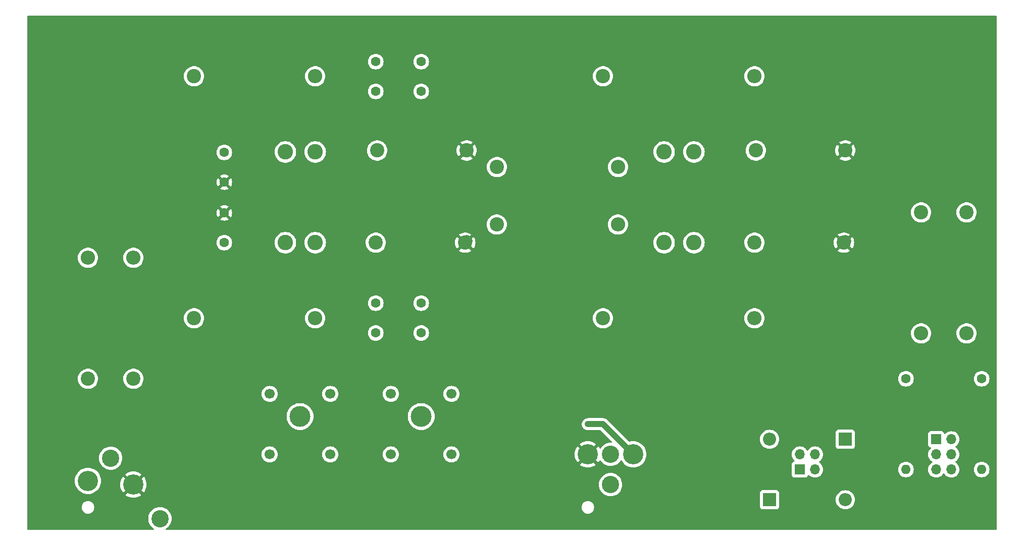
<source format=gbl>
G04 #@! TF.GenerationSoftware,KiCad,Pcbnew,7.0.6-0*
G04 #@! TF.CreationDate,2023-08-07T07:56:58+08:00*
G04 #@! TF.ProjectId,aes17_filter_25,61657331-375f-4666-996c-7465725f3235,rev?*
G04 #@! TF.SameCoordinates,Original*
G04 #@! TF.FileFunction,Copper,L2,Bot*
G04 #@! TF.FilePolarity,Positive*
%FSLAX46Y46*%
G04 Gerber Fmt 4.6, Leading zero omitted, Abs format (unit mm)*
G04 Created by KiCad (PCBNEW 7.0.6-0) date 2023-08-07 07:56:58*
%MOMM*%
%LPD*%
G01*
G04 APERTURE LIST*
G04 #@! TA.AperFunction,WasherPad*
%ADD10C,1.700000*%
G04 #@! TD*
G04 #@! TA.AperFunction,ComponentPad*
%ADD11C,3.500000*%
G04 #@! TD*
G04 #@! TA.AperFunction,ComponentPad*
%ADD12C,2.400000*%
G04 #@! TD*
G04 #@! TA.AperFunction,ComponentPad*
%ADD13O,2.400000X2.400000*%
G04 #@! TD*
G04 #@! TA.AperFunction,ComponentPad*
%ADD14C,3.400000*%
G04 #@! TD*
G04 #@! TA.AperFunction,ComponentPad*
%ADD15C,2.900000*%
G04 #@! TD*
G04 #@! TA.AperFunction,ComponentPad*
%ADD16C,1.600000*%
G04 #@! TD*
G04 #@! TA.AperFunction,ComponentPad*
%ADD17C,2.600000*%
G04 #@! TD*
G04 #@! TA.AperFunction,ComponentPad*
%ADD18R,2.200000X2.200000*%
G04 #@! TD*
G04 #@! TA.AperFunction,ComponentPad*
%ADD19O,2.200000X2.200000*%
G04 #@! TD*
G04 #@! TA.AperFunction,ComponentPad*
%ADD20O,1.600000X1.600000*%
G04 #@! TD*
G04 #@! TA.AperFunction,ComponentPad*
%ADD21R,1.700000X1.700000*%
G04 #@! TD*
G04 #@! TA.AperFunction,ComponentPad*
%ADD22O,1.700000X1.700000*%
G04 #@! TD*
G04 #@! TA.AperFunction,ViaPad*
%ADD23C,1.000000*%
G04 #@! TD*
G04 #@! TA.AperFunction,Conductor*
%ADD24C,2.000000*%
G04 #@! TD*
G04 #@! TA.AperFunction,Conductor*
%ADD25C,1.000000*%
G04 #@! TD*
G04 APERTURE END LIST*
D10*
X124460000Y-121920000D03*
X134620000Y-121920000D03*
X124460000Y-111760000D03*
X134620000Y-111760000D03*
D11*
X129540000Y-115560000D03*
D12*
X200660000Y-70880000D03*
X185660000Y-70880000D03*
X73660000Y-109220000D03*
D13*
X73660000Y-88900000D03*
D14*
X157480000Y-121920000D03*
X165100000Y-121920000D03*
D15*
X161290000Y-121920000D03*
X161290000Y-127000000D03*
D16*
X96520000Y-76200000D03*
X96520000Y-71200000D03*
D12*
X220980000Y-81280000D03*
D13*
X220980000Y-101600000D03*
D12*
X160020000Y-58420000D03*
D13*
X185420000Y-58420000D03*
D14*
X81280000Y-127000000D03*
X73660000Y-126365000D03*
D15*
X77470000Y-122550000D03*
X85720000Y-132720000D03*
D17*
X106760000Y-71120000D03*
X111760000Y-71120000D03*
D16*
X121920000Y-55960000D03*
X121920000Y-60960000D03*
D12*
X160020000Y-99060000D03*
D13*
X185420000Y-99060000D03*
D17*
X106760000Y-86360000D03*
X111760000Y-86360000D03*
D18*
X187960000Y-129540000D03*
D19*
X187960000Y-119380000D03*
D12*
X121920000Y-86360000D03*
X136920000Y-86360000D03*
D16*
X129540000Y-101520000D03*
X129540000Y-96520000D03*
D12*
X213360000Y-81280000D03*
D13*
X213360000Y-101600000D03*
D12*
X142207136Y-83314162D03*
D13*
X162527136Y-83314162D03*
D12*
X185420000Y-86360000D03*
X200420000Y-86360000D03*
D16*
X223520000Y-109220000D03*
D20*
X223520000Y-124460000D03*
D18*
X200660000Y-119380000D03*
D19*
X200660000Y-129540000D03*
D21*
X193040000Y-124460000D03*
D22*
X195580000Y-121920000D03*
X195580000Y-124460000D03*
X193040000Y-121920000D03*
D17*
X170260000Y-71120000D03*
X175260000Y-71120000D03*
D12*
X81280000Y-109220000D03*
D13*
X81280000Y-88900000D03*
D16*
X129540000Y-55960000D03*
X129540000Y-60960000D03*
D12*
X142240000Y-73660000D03*
D13*
X162560000Y-73660000D03*
D16*
X210820000Y-109220000D03*
D20*
X210820000Y-124460000D03*
D17*
X170260000Y-86360000D03*
X175260000Y-86360000D03*
D10*
X104140000Y-121920000D03*
X114300000Y-121920000D03*
X104140000Y-111760000D03*
X114300000Y-111760000D03*
D11*
X109220000Y-115560000D03*
D16*
X96520000Y-86360000D03*
X96520000Y-81360000D03*
D22*
X215900000Y-124460000D03*
D21*
X215900000Y-119380000D03*
D22*
X215900000Y-121920000D03*
X218440000Y-124460000D03*
X218440000Y-119380000D03*
X218440000Y-121920000D03*
D12*
X137160000Y-70880000D03*
X122160000Y-70880000D03*
X91440000Y-58420000D03*
D13*
X111760000Y-58420000D03*
D12*
X91440000Y-99060000D03*
D13*
X111760000Y-99060000D03*
D16*
X121920000Y-101520000D03*
X121920000Y-96520000D03*
D23*
X157480000Y-116840000D03*
D24*
X137160000Y-86120000D02*
X136920000Y-86360000D01*
X200660000Y-86120000D02*
X200420000Y-86360000D01*
D25*
X165100000Y-121920000D02*
X160020000Y-116840000D01*
X160020000Y-116840000D02*
X157480000Y-116840000D01*
G04 #@! TA.AperFunction,Conductor*
G36*
X226003039Y-48279685D02*
G01*
X226048794Y-48332489D01*
X226060000Y-48384000D01*
X226060000Y-134496000D01*
X226040315Y-134563039D01*
X225987511Y-134608794D01*
X225936000Y-134620000D01*
X86796146Y-134620000D01*
X86729107Y-134600315D01*
X86683352Y-134547511D01*
X86673408Y-134478353D01*
X86702433Y-134414797D01*
X86736719Y-134387168D01*
X86762907Y-134372867D01*
X86777213Y-134365056D01*
X87000568Y-134197855D01*
X87197855Y-134000568D01*
X87365056Y-133777213D01*
X87498769Y-133532337D01*
X87596271Y-133270923D01*
X87655578Y-132998294D01*
X87675482Y-132720000D01*
X87655578Y-132441706D01*
X87596271Y-132169077D01*
X87498769Y-131907663D01*
X87431916Y-131785232D01*
X87365059Y-131662792D01*
X87365054Y-131662784D01*
X87197861Y-131439439D01*
X87197845Y-131439421D01*
X87000578Y-131242154D01*
X87000560Y-131242138D01*
X86777215Y-131074945D01*
X86777207Y-131074940D01*
X86532342Y-130941233D01*
X86532338Y-130941231D01*
X86374411Y-130882328D01*
X86270923Y-130843729D01*
X86270919Y-130843728D01*
X86270916Y-130843727D01*
X86115873Y-130809999D01*
X156424417Y-130809999D01*
X156444699Y-131015932D01*
X156465285Y-131083796D01*
X156504768Y-131213954D01*
X156602315Y-131396450D01*
X156602317Y-131396452D01*
X156733589Y-131556410D01*
X156830209Y-131635702D01*
X156893550Y-131687685D01*
X157076046Y-131785232D01*
X157274066Y-131845300D01*
X157274065Y-131845300D01*
X157312647Y-131849100D01*
X157428392Y-131860500D01*
X157428395Y-131860500D01*
X157531605Y-131860500D01*
X157531608Y-131860500D01*
X157685934Y-131845300D01*
X157883954Y-131785232D01*
X158066450Y-131687685D01*
X158226410Y-131556410D01*
X158357685Y-131396450D01*
X158455232Y-131213954D01*
X158515300Y-131015934D01*
X158535583Y-130810000D01*
X158523554Y-130687870D01*
X186359500Y-130687870D01*
X186359501Y-130687876D01*
X186365908Y-130747483D01*
X186416202Y-130882328D01*
X186416206Y-130882335D01*
X186502452Y-130997544D01*
X186502455Y-130997547D01*
X186617664Y-131083793D01*
X186617671Y-131083797D01*
X186752517Y-131134091D01*
X186752516Y-131134091D01*
X186759444Y-131134835D01*
X186812127Y-131140500D01*
X189107872Y-131140499D01*
X189167483Y-131134091D01*
X189302331Y-131083796D01*
X189417546Y-130997546D01*
X189503796Y-130882331D01*
X189554091Y-130747483D01*
X189560500Y-130687873D01*
X189560499Y-129539999D01*
X199054551Y-129539999D01*
X199074317Y-129791151D01*
X199133126Y-130036110D01*
X199229533Y-130268859D01*
X199361160Y-130483653D01*
X199361161Y-130483656D01*
X199361164Y-130483659D01*
X199524776Y-130675224D01*
X199673066Y-130801875D01*
X199716343Y-130838838D01*
X199716346Y-130838839D01*
X199931140Y-130970466D01*
X200163888Y-131066873D01*
X200163889Y-131066873D01*
X200408852Y-131125683D01*
X200660000Y-131145449D01*
X200911148Y-131125683D01*
X201156111Y-131066873D01*
X201388859Y-130970466D01*
X201603659Y-130838836D01*
X201795224Y-130675224D01*
X201958836Y-130483659D01*
X202090466Y-130268859D01*
X202186873Y-130036111D01*
X202245683Y-129791148D01*
X202265449Y-129540000D01*
X202245683Y-129288852D01*
X202186873Y-129043889D01*
X202090466Y-128811141D01*
X202090466Y-128811140D01*
X201958839Y-128596346D01*
X201958838Y-128596343D01*
X201920413Y-128551353D01*
X201795224Y-128404776D01*
X201643014Y-128274776D01*
X201603656Y-128241161D01*
X201603653Y-128241160D01*
X201388859Y-128109533D01*
X201156110Y-128013126D01*
X200911151Y-127954317D01*
X200660000Y-127934551D01*
X200408848Y-127954317D01*
X200163889Y-128013126D01*
X199931140Y-128109533D01*
X199716346Y-128241160D01*
X199716343Y-128241161D01*
X199524776Y-128404776D01*
X199361161Y-128596343D01*
X199361160Y-128596346D01*
X199229533Y-128811140D01*
X199133126Y-129043889D01*
X199074317Y-129288848D01*
X199054551Y-129539999D01*
X189560499Y-129539999D01*
X189560499Y-128392128D01*
X189554091Y-128332517D01*
X189534715Y-128280568D01*
X189503797Y-128197671D01*
X189503793Y-128197664D01*
X189417547Y-128082455D01*
X189417544Y-128082452D01*
X189302335Y-127996206D01*
X189302328Y-127996202D01*
X189167482Y-127945908D01*
X189167483Y-127945908D01*
X189107883Y-127939501D01*
X189107881Y-127939500D01*
X189107873Y-127939500D01*
X189107864Y-127939500D01*
X186812129Y-127939500D01*
X186812123Y-127939501D01*
X186752516Y-127945908D01*
X186617671Y-127996202D01*
X186617664Y-127996206D01*
X186502455Y-128082452D01*
X186502452Y-128082455D01*
X186416206Y-128197664D01*
X186416202Y-128197671D01*
X186365908Y-128332517D01*
X186359501Y-128392116D01*
X186359501Y-128392123D01*
X186359500Y-128392135D01*
X186359500Y-130687870D01*
X158523554Y-130687870D01*
X158515300Y-130604066D01*
X158455232Y-130406046D01*
X158357685Y-130223550D01*
X158305702Y-130160209D01*
X158226410Y-130063589D01*
X158066452Y-129932317D01*
X158066453Y-129932317D01*
X158066450Y-129932315D01*
X157883954Y-129834768D01*
X157685934Y-129774700D01*
X157685932Y-129774699D01*
X157685934Y-129774699D01*
X157566805Y-129762966D01*
X157531608Y-129759500D01*
X157428392Y-129759500D01*
X157390298Y-129763251D01*
X157274067Y-129774699D01*
X157076043Y-129834769D01*
X156965897Y-129893643D01*
X156893550Y-129932315D01*
X156893548Y-129932316D01*
X156893547Y-129932317D01*
X156733589Y-130063589D01*
X156602317Y-130223547D01*
X156504769Y-130406043D01*
X156444699Y-130604067D01*
X156424417Y-130809999D01*
X86115873Y-130809999D01*
X85998299Y-130784422D01*
X85720001Y-130764518D01*
X85719999Y-130764518D01*
X85441700Y-130784422D01*
X85169083Y-130843727D01*
X85169078Y-130843728D01*
X85169077Y-130843729D01*
X85105875Y-130867301D01*
X84907661Y-130941231D01*
X84907657Y-130941233D01*
X84662792Y-131074940D01*
X84662784Y-131074945D01*
X84439439Y-131242138D01*
X84439421Y-131242154D01*
X84242154Y-131439421D01*
X84242138Y-131439439D01*
X84074945Y-131662784D01*
X84074940Y-131662792D01*
X83941233Y-131907657D01*
X83941231Y-131907661D01*
X83843727Y-132169083D01*
X83784422Y-132441700D01*
X83764518Y-132719998D01*
X83764518Y-132720001D01*
X83784422Y-132998299D01*
X83843727Y-133270916D01*
X83843729Y-133270923D01*
X83904266Y-133433230D01*
X83941231Y-133532338D01*
X83941233Y-133532342D01*
X84074940Y-133777207D01*
X84074945Y-133777215D01*
X84242138Y-134000560D01*
X84242154Y-134000578D01*
X84439421Y-134197845D01*
X84439439Y-134197861D01*
X84662784Y-134365054D01*
X84662792Y-134365059D01*
X84703281Y-134387168D01*
X84752686Y-134436573D01*
X84767538Y-134504846D01*
X84743121Y-134570311D01*
X84687187Y-134612182D01*
X84643854Y-134620000D01*
X63624000Y-134620000D01*
X63556961Y-134600315D01*
X63511206Y-134547511D01*
X63500000Y-134496000D01*
X63500000Y-130810000D01*
X72604417Y-130810000D01*
X72624699Y-131015932D01*
X72645285Y-131083796D01*
X72684768Y-131213954D01*
X72782315Y-131396450D01*
X72782317Y-131396452D01*
X72913589Y-131556410D01*
X73010209Y-131635702D01*
X73073550Y-131687685D01*
X73256046Y-131785232D01*
X73454066Y-131845300D01*
X73454065Y-131845300D01*
X73492647Y-131849100D01*
X73608392Y-131860500D01*
X73608395Y-131860500D01*
X73711605Y-131860500D01*
X73711608Y-131860500D01*
X73865934Y-131845300D01*
X74063954Y-131785232D01*
X74246450Y-131687685D01*
X74406410Y-131556410D01*
X74537685Y-131396450D01*
X74635232Y-131213954D01*
X74695300Y-131015934D01*
X74715583Y-130810000D01*
X74695300Y-130604066D01*
X74635232Y-130406046D01*
X74537685Y-130223550D01*
X74485702Y-130160209D01*
X74406410Y-130063589D01*
X74246452Y-129932317D01*
X74246453Y-129932317D01*
X74246450Y-129932315D01*
X74063954Y-129834768D01*
X73865934Y-129774700D01*
X73865932Y-129774699D01*
X73865934Y-129774699D01*
X73746805Y-129762966D01*
X73711608Y-129759500D01*
X73608392Y-129759500D01*
X73570298Y-129763251D01*
X73454067Y-129774699D01*
X73256043Y-129834769D01*
X73145897Y-129893643D01*
X73073550Y-129932315D01*
X73073548Y-129932316D01*
X73073547Y-129932317D01*
X72913589Y-130063589D01*
X72782317Y-130223547D01*
X72684769Y-130406043D01*
X72624699Y-130604067D01*
X72604417Y-130810000D01*
X63500000Y-130810000D01*
X63500000Y-126365000D01*
X71454778Y-126365000D01*
X71473644Y-126652837D01*
X71473646Y-126652849D01*
X71529917Y-126935745D01*
X71529921Y-126935760D01*
X71622642Y-127208905D01*
X71750219Y-127467606D01*
X71750223Y-127467613D01*
X71910478Y-127707452D01*
X72100672Y-127924327D01*
X72317546Y-128114520D01*
X72557389Y-128274778D01*
X72816098Y-128402359D01*
X73089247Y-128495081D01*
X73372161Y-128551356D01*
X73660000Y-128570222D01*
X73947839Y-128551356D01*
X74230753Y-128495081D01*
X74503902Y-128402359D01*
X74762611Y-128274778D01*
X75002454Y-128114520D01*
X75219327Y-127924327D01*
X75409520Y-127707454D01*
X75569778Y-127467611D01*
X75697359Y-127208902D01*
X75768270Y-127000007D01*
X79075280Y-127000007D01*
X79094140Y-127287757D01*
X79094144Y-127287784D01*
X79150402Y-127570615D01*
X79150407Y-127570635D01*
X79243100Y-127843702D01*
X79243104Y-127843712D01*
X79370653Y-128102356D01*
X79530873Y-128342141D01*
X79530878Y-128342147D01*
X79555837Y-128370607D01*
X80563337Y-127363107D01*
X80650577Y-127501948D01*
X80778052Y-127629423D01*
X80916891Y-127716661D01*
X79909391Y-128724161D01*
X79909391Y-128724162D01*
X79937852Y-128749121D01*
X79937858Y-128749126D01*
X80177643Y-128909346D01*
X80436287Y-129036895D01*
X80436297Y-129036899D01*
X80709364Y-129129592D01*
X80709384Y-129129597D01*
X80992215Y-129185855D01*
X80992242Y-129185859D01*
X81279993Y-129204720D01*
X81280007Y-129204720D01*
X81567757Y-129185859D01*
X81567784Y-129185855D01*
X81850615Y-129129597D01*
X81850635Y-129129592D01*
X82123702Y-129036899D01*
X82123712Y-129036895D01*
X82382356Y-128909346D01*
X82622146Y-128749122D01*
X82650607Y-128724161D01*
X82650607Y-128724160D01*
X81643108Y-127716661D01*
X81781948Y-127629423D01*
X81909423Y-127501948D01*
X81996661Y-127363108D01*
X83004160Y-128370607D01*
X83004161Y-128370607D01*
X83029122Y-128342146D01*
X83189346Y-128102356D01*
X83316895Y-127843712D01*
X83316899Y-127843702D01*
X83409592Y-127570635D01*
X83409597Y-127570615D01*
X83465855Y-127287784D01*
X83465859Y-127287757D01*
X83484720Y-127000007D01*
X83484720Y-127000001D01*
X159334518Y-127000001D01*
X159354422Y-127278299D01*
X159403075Y-127501948D01*
X159413729Y-127550923D01*
X159443008Y-127629423D01*
X159511231Y-127812338D01*
X159511233Y-127812342D01*
X159644940Y-128057207D01*
X159644945Y-128057215D01*
X159812138Y-128280560D01*
X159812154Y-128280578D01*
X160009421Y-128477845D01*
X160009439Y-128477861D01*
X160232784Y-128645054D01*
X160232792Y-128645059D01*
X160477657Y-128778766D01*
X160477661Y-128778768D01*
X160477663Y-128778769D01*
X160739077Y-128876271D01*
X160875391Y-128905924D01*
X161011700Y-128935577D01*
X161011702Y-128935577D01*
X161011706Y-128935578D01*
X161259014Y-128953265D01*
X161289999Y-128955482D01*
X161290000Y-128955482D01*
X161290001Y-128955482D01*
X161317881Y-128953487D01*
X161568294Y-128935578D01*
X161840923Y-128876271D01*
X162102337Y-128778769D01*
X162347213Y-128645056D01*
X162570568Y-128477855D01*
X162767855Y-128280568D01*
X162935056Y-128057213D01*
X163068769Y-127812337D01*
X163166271Y-127550923D01*
X163223514Y-127287784D01*
X163225577Y-127278299D01*
X163225577Y-127278298D01*
X163225578Y-127278294D01*
X163243487Y-127027881D01*
X163245482Y-127000001D01*
X163245482Y-126999998D01*
X163232669Y-126820857D01*
X163225578Y-126721706D01*
X163223519Y-126712242D01*
X163166272Y-126449083D01*
X163166271Y-126449077D01*
X163068769Y-126187663D01*
X163051636Y-126156287D01*
X162935059Y-125942792D01*
X162935054Y-125942784D01*
X162767861Y-125719439D01*
X162767845Y-125719421D01*
X162570578Y-125522154D01*
X162570560Y-125522138D01*
X162347215Y-125354945D01*
X162347207Y-125354940D01*
X162102342Y-125221233D01*
X162102338Y-125221231D01*
X162003230Y-125184266D01*
X161840923Y-125123729D01*
X161840919Y-125123728D01*
X161840916Y-125123727D01*
X161568299Y-125064422D01*
X161290001Y-125044518D01*
X161289999Y-125044518D01*
X161011700Y-125064422D01*
X160739083Y-125123727D01*
X160739078Y-125123728D01*
X160739077Y-125123729D01*
X160701271Y-125137830D01*
X160477661Y-125221231D01*
X160477657Y-125221233D01*
X160232792Y-125354940D01*
X160232784Y-125354945D01*
X160009439Y-125522138D01*
X160009421Y-125522154D01*
X159812154Y-125719421D01*
X159812138Y-125719439D01*
X159644945Y-125942784D01*
X159644940Y-125942792D01*
X159511233Y-126187657D01*
X159511231Y-126187661D01*
X159413727Y-126449083D01*
X159354422Y-126721700D01*
X159334518Y-126999998D01*
X159334518Y-127000001D01*
X83484720Y-127000001D01*
X83484720Y-126999992D01*
X83465859Y-126712242D01*
X83465855Y-126712215D01*
X83409597Y-126429384D01*
X83409592Y-126429364D01*
X83316899Y-126156297D01*
X83316895Y-126156287D01*
X83189346Y-125897643D01*
X83029126Y-125657858D01*
X83029121Y-125657852D01*
X83004161Y-125629391D01*
X81996661Y-126636891D01*
X81909423Y-126498052D01*
X81781948Y-126370577D01*
X81643107Y-126283337D01*
X82650607Y-125275837D01*
X82650607Y-125275836D01*
X82622147Y-125250878D01*
X82622141Y-125250873D01*
X82382356Y-125090653D01*
X82123712Y-124963104D01*
X82123702Y-124963100D01*
X81850635Y-124870407D01*
X81850615Y-124870402D01*
X81567784Y-124814144D01*
X81567757Y-124814140D01*
X81280007Y-124795280D01*
X81279993Y-124795280D01*
X80992242Y-124814140D01*
X80992215Y-124814144D01*
X80709384Y-124870402D01*
X80709364Y-124870407D01*
X80436297Y-124963100D01*
X80436287Y-124963104D01*
X80177643Y-125090653D01*
X79937853Y-125250876D01*
X79937847Y-125250881D01*
X79909391Y-125275835D01*
X79909391Y-125275838D01*
X80916891Y-126283338D01*
X80778052Y-126370577D01*
X80650577Y-126498052D01*
X80563338Y-126636891D01*
X79555838Y-125629391D01*
X79555835Y-125629391D01*
X79530881Y-125657847D01*
X79530876Y-125657853D01*
X79370653Y-125897643D01*
X79243104Y-126156287D01*
X79243100Y-126156297D01*
X79150407Y-126429364D01*
X79150402Y-126429384D01*
X79094144Y-126712215D01*
X79094140Y-126712242D01*
X79075280Y-126999992D01*
X79075280Y-127000007D01*
X75768270Y-127000007D01*
X75790081Y-126935753D01*
X75846356Y-126652839D01*
X75865222Y-126365000D01*
X75846356Y-126077161D01*
X75790081Y-125794247D01*
X75697359Y-125521098D01*
X75569778Y-125262389D01*
X75479011Y-125126546D01*
X75409521Y-125022547D01*
X75219327Y-124805672D01*
X75002452Y-124615478D01*
X74762613Y-124455223D01*
X74762606Y-124455219D01*
X74503905Y-124327642D01*
X74230760Y-124234921D01*
X74230754Y-124234919D01*
X74230753Y-124234919D01*
X74230751Y-124234918D01*
X74230745Y-124234917D01*
X73947849Y-124178646D01*
X73947839Y-124178644D01*
X73660000Y-124159778D01*
X73659999Y-124159778D01*
X73516080Y-124169210D01*
X73372161Y-124178644D01*
X73372155Y-124178645D01*
X73372150Y-124178646D01*
X73089254Y-124234917D01*
X73089239Y-124234921D01*
X72816094Y-124327642D01*
X72557393Y-124455219D01*
X72557386Y-124455223D01*
X72317547Y-124615478D01*
X72100672Y-124805672D01*
X71910478Y-125022547D01*
X71750223Y-125262386D01*
X71750219Y-125262393D01*
X71622642Y-125521094D01*
X71529921Y-125794239D01*
X71529917Y-125794254D01*
X71473646Y-126077150D01*
X71473644Y-126077161D01*
X71460699Y-126274664D01*
X71454778Y-126365000D01*
X63500000Y-126365000D01*
X63500000Y-122550001D01*
X75514518Y-122550001D01*
X75534422Y-122828299D01*
X75593727Y-123100916D01*
X75593729Y-123100923D01*
X75630892Y-123200560D01*
X75691231Y-123362338D01*
X75691233Y-123362342D01*
X75824940Y-123607207D01*
X75824945Y-123607215D01*
X75992138Y-123830560D01*
X75992154Y-123830578D01*
X76189421Y-124027845D01*
X76189439Y-124027861D01*
X76412784Y-124195054D01*
X76412792Y-124195059D01*
X76657657Y-124328766D01*
X76657661Y-124328768D01*
X76657663Y-124328769D01*
X76919077Y-124426271D01*
X77052148Y-124455219D01*
X77191700Y-124485577D01*
X77191702Y-124485577D01*
X77191706Y-124485578D01*
X77439014Y-124503265D01*
X77469999Y-124505482D01*
X77470000Y-124505482D01*
X77470001Y-124505482D01*
X77497881Y-124503487D01*
X77748294Y-124485578D01*
X78020923Y-124426271D01*
X78282337Y-124328769D01*
X78527213Y-124195056D01*
X78750568Y-124027855D01*
X78947855Y-123830568D01*
X79115056Y-123607213D01*
X79248769Y-123362337D01*
X79346271Y-123100923D01*
X79405578Y-122828294D01*
X79425482Y-122550000D01*
X79405578Y-122271706D01*
X79405055Y-122269303D01*
X79346272Y-121999083D01*
X79346271Y-121999077D01*
X79316777Y-121920000D01*
X102784341Y-121920000D01*
X102804936Y-122155403D01*
X102804938Y-122155413D01*
X102866094Y-122383655D01*
X102866096Y-122383659D01*
X102866097Y-122383663D01*
X102943662Y-122550001D01*
X102965965Y-122597830D01*
X102965967Y-122597834D01*
X102999229Y-122645336D01*
X103101505Y-122791401D01*
X103268599Y-122958495D01*
X103295334Y-122977215D01*
X103462165Y-123094032D01*
X103462167Y-123094033D01*
X103462170Y-123094035D01*
X103676337Y-123193903D01*
X103676343Y-123193904D01*
X103676344Y-123193905D01*
X103731285Y-123208626D01*
X103904592Y-123255063D01*
X104092918Y-123271539D01*
X104139999Y-123275659D01*
X104140000Y-123275659D01*
X104140001Y-123275659D01*
X104179234Y-123272226D01*
X104375408Y-123255063D01*
X104603663Y-123193903D01*
X104817830Y-123094035D01*
X105011401Y-122958495D01*
X105178495Y-122791401D01*
X105314035Y-122597830D01*
X105413903Y-122383663D01*
X105475063Y-122155408D01*
X105495659Y-121920000D01*
X112944341Y-121920000D01*
X112964936Y-122155403D01*
X112964938Y-122155413D01*
X113026094Y-122383655D01*
X113026096Y-122383659D01*
X113026097Y-122383663D01*
X113103662Y-122550001D01*
X113125965Y-122597830D01*
X113125967Y-122597834D01*
X113159229Y-122645336D01*
X113261505Y-122791401D01*
X113428599Y-122958495D01*
X113455334Y-122977215D01*
X113622165Y-123094032D01*
X113622167Y-123094033D01*
X113622170Y-123094035D01*
X113836337Y-123193903D01*
X113836343Y-123193904D01*
X113836344Y-123193905D01*
X113891285Y-123208626D01*
X114064592Y-123255063D01*
X114252918Y-123271539D01*
X114299999Y-123275659D01*
X114300000Y-123275659D01*
X114300001Y-123275659D01*
X114339234Y-123272226D01*
X114535408Y-123255063D01*
X114763663Y-123193903D01*
X114977830Y-123094035D01*
X115171401Y-122958495D01*
X115338495Y-122791401D01*
X115474035Y-122597830D01*
X115573903Y-122383663D01*
X115635063Y-122155408D01*
X115655659Y-121920000D01*
X123104341Y-121920000D01*
X123124936Y-122155403D01*
X123124938Y-122155413D01*
X123186094Y-122383655D01*
X123186096Y-122383659D01*
X123186097Y-122383663D01*
X123263662Y-122550001D01*
X123285965Y-122597830D01*
X123285967Y-122597834D01*
X123319229Y-122645336D01*
X123421505Y-122791401D01*
X123588599Y-122958495D01*
X123615334Y-122977215D01*
X123782165Y-123094032D01*
X123782167Y-123094033D01*
X123782170Y-123094035D01*
X123996337Y-123193903D01*
X123996343Y-123193904D01*
X123996344Y-123193905D01*
X124051285Y-123208626D01*
X124224592Y-123255063D01*
X124412918Y-123271539D01*
X124459999Y-123275659D01*
X124460000Y-123275659D01*
X124460001Y-123275659D01*
X124499234Y-123272226D01*
X124695408Y-123255063D01*
X124923663Y-123193903D01*
X125137830Y-123094035D01*
X125331401Y-122958495D01*
X125498495Y-122791401D01*
X125634035Y-122597830D01*
X125733903Y-122383663D01*
X125795063Y-122155408D01*
X125815659Y-121920000D01*
X133264341Y-121920000D01*
X133284936Y-122155403D01*
X133284938Y-122155413D01*
X133346094Y-122383655D01*
X133346096Y-122383659D01*
X133346097Y-122383663D01*
X133423662Y-122550001D01*
X133445965Y-122597830D01*
X133445967Y-122597834D01*
X133479229Y-122645336D01*
X133581505Y-122791401D01*
X133748599Y-122958495D01*
X133775334Y-122977215D01*
X133942165Y-123094032D01*
X133942167Y-123094033D01*
X133942170Y-123094035D01*
X134156337Y-123193903D01*
X134156343Y-123193904D01*
X134156344Y-123193905D01*
X134211285Y-123208626D01*
X134384592Y-123255063D01*
X134572918Y-123271539D01*
X134619999Y-123275659D01*
X134620000Y-123275659D01*
X134620001Y-123275659D01*
X134659234Y-123272226D01*
X134855408Y-123255063D01*
X135083663Y-123193903D01*
X135297830Y-123094035D01*
X135491401Y-122958495D01*
X135658495Y-122791401D01*
X135794035Y-122597830D01*
X135893903Y-122383663D01*
X135955063Y-122155408D01*
X135975658Y-121920007D01*
X155275280Y-121920007D01*
X155294140Y-122207757D01*
X155294144Y-122207784D01*
X155350402Y-122490615D01*
X155350407Y-122490635D01*
X155443100Y-122763702D01*
X155443104Y-122763712D01*
X155570653Y-123022356D01*
X155730873Y-123262141D01*
X155730878Y-123262147D01*
X155755837Y-123290607D01*
X156763337Y-122283107D01*
X156850577Y-122421948D01*
X156978052Y-122549423D01*
X157116891Y-122636661D01*
X156109391Y-123644161D01*
X156109391Y-123644162D01*
X156137852Y-123669121D01*
X156137858Y-123669126D01*
X156377643Y-123829346D01*
X156636287Y-123956895D01*
X156636297Y-123956899D01*
X156909364Y-124049592D01*
X156909384Y-124049597D01*
X157192215Y-124105855D01*
X157192242Y-124105859D01*
X157479993Y-124124720D01*
X157480007Y-124124720D01*
X157767757Y-124105859D01*
X157767784Y-124105855D01*
X158050615Y-124049597D01*
X158050635Y-124049592D01*
X158323702Y-123956899D01*
X158323712Y-123956895D01*
X158582356Y-123829346D01*
X158822146Y-123669122D01*
X158850607Y-123644161D01*
X158850607Y-123644160D01*
X157843108Y-122636661D01*
X157981948Y-122549423D01*
X158109423Y-122421948D01*
X158196661Y-122283108D01*
X159204160Y-123290607D01*
X159204161Y-123290607D01*
X159229122Y-123262146D01*
X159389344Y-123022359D01*
X159416727Y-122966832D01*
X159464033Y-122915412D01*
X159531628Y-122897730D01*
X159598052Y-122919399D01*
X159636772Y-122962248D01*
X159644940Y-122977207D01*
X159644945Y-122977215D01*
X159812138Y-123200560D01*
X159812154Y-123200578D01*
X160009421Y-123397845D01*
X160009439Y-123397861D01*
X160232784Y-123565054D01*
X160232792Y-123565059D01*
X160477657Y-123698766D01*
X160477661Y-123698768D01*
X160477663Y-123698769D01*
X160739077Y-123796271D01*
X160826722Y-123815337D01*
X161011700Y-123855577D01*
X161011702Y-123855577D01*
X161011706Y-123855578D01*
X161259014Y-123873265D01*
X161289999Y-123875482D01*
X161290000Y-123875482D01*
X161290001Y-123875482D01*
X161317881Y-123873487D01*
X161568294Y-123855578D01*
X161840923Y-123796271D01*
X162102337Y-123698769D01*
X162347213Y-123565056D01*
X162570568Y-123397855D01*
X162767855Y-123200568D01*
X162935056Y-122977213D01*
X162942932Y-122962788D01*
X162992333Y-122913382D01*
X163060605Y-122898526D01*
X163126071Y-122922940D01*
X163162978Y-122967366D01*
X163190222Y-123022611D01*
X163190223Y-123022613D01*
X163350478Y-123262452D01*
X163540672Y-123479327D01*
X163757547Y-123669521D01*
X163979437Y-123817783D01*
X163997389Y-123829778D01*
X164256098Y-123957359D01*
X164529247Y-124050081D01*
X164812161Y-124106356D01*
X165100000Y-124125222D01*
X165387839Y-124106356D01*
X165670753Y-124050081D01*
X165943902Y-123957359D01*
X166202611Y-123829778D01*
X166442454Y-123669520D01*
X166659327Y-123479327D01*
X166849520Y-123262454D01*
X167009778Y-123022611D01*
X167137359Y-122763902D01*
X167230081Y-122490753D01*
X167286356Y-122207839D01*
X167305222Y-121920000D01*
X191684341Y-121920000D01*
X191704936Y-122155403D01*
X191704938Y-122155413D01*
X191766094Y-122383655D01*
X191766096Y-122383659D01*
X191766097Y-122383663D01*
X191843662Y-122550001D01*
X191865965Y-122597830D01*
X191865967Y-122597834D01*
X191899229Y-122645336D01*
X192001501Y-122791396D01*
X192001506Y-122791402D01*
X192123430Y-122913326D01*
X192156915Y-122974649D01*
X192151931Y-123044341D01*
X192110059Y-123100274D01*
X192079083Y-123117189D01*
X191947669Y-123166203D01*
X191947664Y-123166206D01*
X191832455Y-123252452D01*
X191832452Y-123252455D01*
X191746206Y-123367664D01*
X191746202Y-123367671D01*
X191695908Y-123502517D01*
X191689501Y-123562116D01*
X191689500Y-123562135D01*
X191689500Y-125357870D01*
X191689501Y-125357876D01*
X191695908Y-125417483D01*
X191746202Y-125552328D01*
X191746206Y-125552335D01*
X191832452Y-125667544D01*
X191832455Y-125667547D01*
X191947664Y-125753793D01*
X191947671Y-125753797D01*
X192082517Y-125804091D01*
X192082516Y-125804091D01*
X192089444Y-125804835D01*
X192142127Y-125810500D01*
X193937872Y-125810499D01*
X193997483Y-125804091D01*
X194132331Y-125753796D01*
X194247546Y-125667546D01*
X194333796Y-125552331D01*
X194382810Y-125420916D01*
X194424681Y-125364984D01*
X194490145Y-125340566D01*
X194558418Y-125355417D01*
X194586673Y-125376569D01*
X194708599Y-125498495D01*
X194805384Y-125566264D01*
X194902165Y-125634032D01*
X194902167Y-125634033D01*
X194902170Y-125634035D01*
X195116337Y-125733903D01*
X195344592Y-125795063D01*
X195521034Y-125810500D01*
X195579999Y-125815659D01*
X195580000Y-125815659D01*
X195580001Y-125815659D01*
X195638966Y-125810500D01*
X195815408Y-125795063D01*
X196043663Y-125733903D01*
X196257830Y-125634035D01*
X196451401Y-125498495D01*
X196618495Y-125331401D01*
X196754035Y-125137830D01*
X196853903Y-124923663D01*
X196915063Y-124695408D01*
X196935659Y-124460001D01*
X209514532Y-124460001D01*
X209534364Y-124686686D01*
X209534366Y-124686697D01*
X209593258Y-124906488D01*
X209593261Y-124906497D01*
X209689431Y-125112732D01*
X209689432Y-125112734D01*
X209819954Y-125299141D01*
X209980858Y-125460045D01*
X209980861Y-125460047D01*
X210167266Y-125590568D01*
X210373504Y-125686739D01*
X210593308Y-125745635D01*
X210755230Y-125759801D01*
X210819998Y-125765468D01*
X210820000Y-125765468D01*
X210820002Y-125765468D01*
X210876673Y-125760509D01*
X211046692Y-125745635D01*
X211266496Y-125686739D01*
X211472734Y-125590568D01*
X211659139Y-125460047D01*
X211820047Y-125299139D01*
X211950568Y-125112734D01*
X212046739Y-124906496D01*
X212105635Y-124686692D01*
X212125468Y-124460000D01*
X214544341Y-124460000D01*
X214564936Y-124695403D01*
X214564938Y-124695413D01*
X214626094Y-124923655D01*
X214626096Y-124923659D01*
X214626097Y-124923663D01*
X214682453Y-125044518D01*
X214725965Y-125137830D01*
X214725967Y-125137834D01*
X214805121Y-125250876D01*
X214861505Y-125331401D01*
X215028599Y-125498495D01*
X215125384Y-125566264D01*
X215222165Y-125634032D01*
X215222167Y-125634033D01*
X215222170Y-125634035D01*
X215436337Y-125733903D01*
X215664592Y-125795063D01*
X215841034Y-125810500D01*
X215899999Y-125815659D01*
X215900000Y-125815659D01*
X215900001Y-125815659D01*
X215958966Y-125810500D01*
X216135408Y-125795063D01*
X216363663Y-125733903D01*
X216577830Y-125634035D01*
X216771401Y-125498495D01*
X216938495Y-125331401D01*
X217068424Y-125145842D01*
X217123002Y-125102217D01*
X217192500Y-125095023D01*
X217254855Y-125126546D01*
X217271575Y-125145842D01*
X217401500Y-125331395D01*
X217401505Y-125331401D01*
X217568599Y-125498495D01*
X217665384Y-125566264D01*
X217762165Y-125634032D01*
X217762167Y-125634033D01*
X217762170Y-125634035D01*
X217976337Y-125733903D01*
X218204592Y-125795063D01*
X218381034Y-125810500D01*
X218439999Y-125815659D01*
X218440000Y-125815659D01*
X218440001Y-125815659D01*
X218498966Y-125810500D01*
X218675408Y-125795063D01*
X218903663Y-125733903D01*
X219117830Y-125634035D01*
X219311401Y-125498495D01*
X219478495Y-125331401D01*
X219614035Y-125137830D01*
X219713903Y-124923663D01*
X219775063Y-124695408D01*
X219795659Y-124460001D01*
X222214532Y-124460001D01*
X222234364Y-124686686D01*
X222234366Y-124686697D01*
X222293258Y-124906488D01*
X222293261Y-124906497D01*
X222389431Y-125112732D01*
X222389432Y-125112734D01*
X222519954Y-125299141D01*
X222680858Y-125460045D01*
X222680861Y-125460047D01*
X222867266Y-125590568D01*
X223073504Y-125686739D01*
X223293308Y-125745635D01*
X223455230Y-125759801D01*
X223519998Y-125765468D01*
X223520000Y-125765468D01*
X223520002Y-125765468D01*
X223576672Y-125760509D01*
X223746692Y-125745635D01*
X223966496Y-125686739D01*
X224172734Y-125590568D01*
X224359139Y-125460047D01*
X224520047Y-125299139D01*
X224650568Y-125112734D01*
X224746739Y-124906496D01*
X224805635Y-124686692D01*
X224825468Y-124460000D01*
X224805635Y-124233308D01*
X224746739Y-124013504D01*
X224650568Y-123807266D01*
X224520047Y-123620861D01*
X224520045Y-123620858D01*
X224359141Y-123459954D01*
X224172734Y-123329432D01*
X224172732Y-123329431D01*
X223966497Y-123233261D01*
X223966488Y-123233258D01*
X223746697Y-123174366D01*
X223746693Y-123174365D01*
X223746692Y-123174365D01*
X223746691Y-123174364D01*
X223746686Y-123174364D01*
X223520002Y-123154532D01*
X223519998Y-123154532D01*
X223293313Y-123174364D01*
X223293302Y-123174366D01*
X223073511Y-123233258D01*
X223073502Y-123233261D01*
X222867267Y-123329431D01*
X222867265Y-123329432D01*
X222680858Y-123459954D01*
X222519954Y-123620858D01*
X222389432Y-123807265D01*
X222389431Y-123807267D01*
X222293261Y-124013502D01*
X222293258Y-124013511D01*
X222234366Y-124233302D01*
X222234364Y-124233313D01*
X222214532Y-124459998D01*
X222214532Y-124460001D01*
X219795659Y-124460001D01*
X219795659Y-124460000D01*
X219775063Y-124224592D01*
X219713903Y-123996337D01*
X219614035Y-123782171D01*
X219608425Y-123774158D01*
X219478494Y-123588597D01*
X219311402Y-123421506D01*
X219311401Y-123421505D01*
X219125842Y-123291575D01*
X219125841Y-123291574D01*
X219082216Y-123236997D01*
X219075024Y-123167498D01*
X219106546Y-123105144D01*
X219125836Y-123088428D01*
X219311401Y-122958495D01*
X219478495Y-122791401D01*
X219614035Y-122597830D01*
X219713903Y-122383663D01*
X219775063Y-122155408D01*
X219795659Y-121920000D01*
X219775063Y-121684592D01*
X219713903Y-121456337D01*
X219614035Y-121242171D01*
X219608425Y-121234158D01*
X219478494Y-121048597D01*
X219311402Y-120881506D01*
X219311396Y-120881501D01*
X219125842Y-120751575D01*
X219082217Y-120696998D01*
X219075023Y-120627500D01*
X219106546Y-120565145D01*
X219125842Y-120548425D01*
X219173259Y-120515223D01*
X219311401Y-120418495D01*
X219478495Y-120251401D01*
X219614035Y-120057830D01*
X219713903Y-119843663D01*
X219775063Y-119615408D01*
X219795659Y-119380000D01*
X219775063Y-119144592D01*
X219713903Y-118916337D01*
X219614035Y-118702171D01*
X219478495Y-118508599D01*
X219478494Y-118508597D01*
X219311402Y-118341506D01*
X219311395Y-118341501D01*
X219117834Y-118205967D01*
X219117830Y-118205965D01*
X219117828Y-118205964D01*
X218903663Y-118106097D01*
X218903659Y-118106096D01*
X218903655Y-118106094D01*
X218675413Y-118044938D01*
X218675403Y-118044936D01*
X218440001Y-118024341D01*
X218439999Y-118024341D01*
X218204596Y-118044936D01*
X218204586Y-118044938D01*
X217976344Y-118106094D01*
X217976335Y-118106098D01*
X217762171Y-118205964D01*
X217762169Y-118205965D01*
X217568600Y-118341503D01*
X217446673Y-118463430D01*
X217385350Y-118496914D01*
X217315658Y-118491930D01*
X217259725Y-118450058D01*
X217242810Y-118419081D01*
X217193797Y-118287671D01*
X217193793Y-118287664D01*
X217107547Y-118172455D01*
X217107544Y-118172452D01*
X216992335Y-118086206D01*
X216992328Y-118086202D01*
X216857482Y-118035908D01*
X216857483Y-118035908D01*
X216797883Y-118029501D01*
X216797881Y-118029500D01*
X216797873Y-118029500D01*
X216797864Y-118029500D01*
X215002129Y-118029500D01*
X215002123Y-118029501D01*
X214942516Y-118035908D01*
X214807671Y-118086202D01*
X214807664Y-118086206D01*
X214692455Y-118172452D01*
X214692452Y-118172455D01*
X214606206Y-118287664D01*
X214606202Y-118287671D01*
X214555908Y-118422517D01*
X214549501Y-118482116D01*
X214549500Y-118482135D01*
X214549500Y-120277870D01*
X214549501Y-120277876D01*
X214555908Y-120337483D01*
X214606202Y-120472328D01*
X214606206Y-120472335D01*
X214692452Y-120587544D01*
X214692455Y-120587547D01*
X214807664Y-120673793D01*
X214807671Y-120673797D01*
X214939081Y-120722810D01*
X214995015Y-120764681D01*
X215019432Y-120830145D01*
X215004580Y-120898418D01*
X214983430Y-120926673D01*
X214861503Y-121048600D01*
X214725965Y-121242169D01*
X214725964Y-121242171D01*
X214626098Y-121456335D01*
X214626094Y-121456344D01*
X214564938Y-121684586D01*
X214564936Y-121684596D01*
X214544341Y-121919999D01*
X214544341Y-121920000D01*
X214564936Y-122155403D01*
X214564938Y-122155413D01*
X214626094Y-122383655D01*
X214626096Y-122383659D01*
X214626097Y-122383663D01*
X214703662Y-122550001D01*
X214725965Y-122597830D01*
X214725967Y-122597834D01*
X214759229Y-122645336D01*
X214861501Y-122791396D01*
X214861506Y-122791402D01*
X215028597Y-122958493D01*
X215028603Y-122958498D01*
X215214158Y-123088425D01*
X215257783Y-123143002D01*
X215264977Y-123212500D01*
X215233454Y-123274855D01*
X215214158Y-123291575D01*
X215028597Y-123421505D01*
X214861505Y-123588597D01*
X214725965Y-123782169D01*
X214725964Y-123782171D01*
X214626098Y-123996335D01*
X214626094Y-123996344D01*
X214564938Y-124224586D01*
X214564936Y-124224596D01*
X214544341Y-124459999D01*
X214544341Y-124460000D01*
X212125468Y-124460000D01*
X212105635Y-124233308D01*
X212046739Y-124013504D01*
X211950568Y-123807266D01*
X211820047Y-123620861D01*
X211820045Y-123620858D01*
X211659141Y-123459954D01*
X211472734Y-123329432D01*
X211472732Y-123329431D01*
X211266497Y-123233261D01*
X211266488Y-123233258D01*
X211046697Y-123174366D01*
X211046693Y-123174365D01*
X211046692Y-123174365D01*
X211046691Y-123174364D01*
X211046686Y-123174364D01*
X210820002Y-123154532D01*
X210819998Y-123154532D01*
X210593313Y-123174364D01*
X210593302Y-123174366D01*
X210373511Y-123233258D01*
X210373502Y-123233261D01*
X210167267Y-123329431D01*
X210167265Y-123329432D01*
X209980858Y-123459954D01*
X209819954Y-123620858D01*
X209689432Y-123807265D01*
X209689431Y-123807267D01*
X209593261Y-124013502D01*
X209593258Y-124013511D01*
X209534366Y-124233302D01*
X209534364Y-124233313D01*
X209514532Y-124459998D01*
X209514532Y-124460001D01*
X196935659Y-124460001D01*
X196935659Y-124460000D01*
X196915063Y-124224592D01*
X196853903Y-123996337D01*
X196754035Y-123782171D01*
X196748425Y-123774158D01*
X196618494Y-123588597D01*
X196451402Y-123421506D01*
X196451401Y-123421505D01*
X196265842Y-123291575D01*
X196265841Y-123291574D01*
X196222216Y-123236997D01*
X196215024Y-123167498D01*
X196246546Y-123105144D01*
X196265836Y-123088428D01*
X196451401Y-122958495D01*
X196618495Y-122791401D01*
X196754035Y-122597830D01*
X196853903Y-122383663D01*
X196915063Y-122155408D01*
X196935659Y-121920000D01*
X196915063Y-121684592D01*
X196853903Y-121456337D01*
X196754035Y-121242171D01*
X196748425Y-121234158D01*
X196618494Y-121048597D01*
X196451402Y-120881506D01*
X196451395Y-120881501D01*
X196446042Y-120877753D01*
X196388618Y-120837544D01*
X196257834Y-120745967D01*
X196257830Y-120745965D01*
X196244448Y-120739725D01*
X196043663Y-120646097D01*
X196043659Y-120646096D01*
X196043655Y-120646094D01*
X195815413Y-120584938D01*
X195815403Y-120584936D01*
X195580001Y-120564341D01*
X195579999Y-120564341D01*
X195344596Y-120584936D01*
X195344586Y-120584938D01*
X195116344Y-120646094D01*
X195116335Y-120646098D01*
X194902171Y-120745964D01*
X194902169Y-120745965D01*
X194708597Y-120881505D01*
X194541505Y-121048597D01*
X194411575Y-121234158D01*
X194356998Y-121277783D01*
X194287500Y-121284977D01*
X194225145Y-121253454D01*
X194208425Y-121234158D01*
X194078494Y-121048597D01*
X193911402Y-120881506D01*
X193911395Y-120881501D01*
X193906042Y-120877753D01*
X193848618Y-120837544D01*
X193717834Y-120745967D01*
X193717830Y-120745965D01*
X193704448Y-120739725D01*
X193503663Y-120646097D01*
X193503659Y-120646096D01*
X193503655Y-120646094D01*
X193275413Y-120584938D01*
X193275403Y-120584936D01*
X193040001Y-120564341D01*
X193039999Y-120564341D01*
X192804596Y-120584936D01*
X192804586Y-120584938D01*
X192576344Y-120646094D01*
X192576335Y-120646098D01*
X192362171Y-120745964D01*
X192362169Y-120745965D01*
X192168597Y-120881505D01*
X192001505Y-121048597D01*
X191865965Y-121242169D01*
X191865964Y-121242171D01*
X191766098Y-121456335D01*
X191766094Y-121456344D01*
X191704938Y-121684586D01*
X191704936Y-121684596D01*
X191684341Y-121919999D01*
X191684341Y-121920000D01*
X167305222Y-121920000D01*
X167286356Y-121632161D01*
X167230081Y-121349247D01*
X167137359Y-121076098D01*
X167041396Y-120881505D01*
X167009780Y-120817393D01*
X167009776Y-120817386D01*
X166849521Y-120577547D01*
X166659327Y-120360672D01*
X166442452Y-120170478D01*
X166202613Y-120010223D01*
X166202606Y-120010219D01*
X165943905Y-119882642D01*
X165670760Y-119789921D01*
X165670754Y-119789919D01*
X165670753Y-119789919D01*
X165670751Y-119789918D01*
X165670745Y-119789917D01*
X165387849Y-119733646D01*
X165387839Y-119733644D01*
X165100000Y-119714778D01*
X164812161Y-119733644D01*
X164812155Y-119733645D01*
X164812150Y-119733646D01*
X164529255Y-119789917D01*
X164529242Y-119789920D01*
X164494447Y-119801731D01*
X164424638Y-119804638D01*
X164366912Y-119771991D01*
X163974921Y-119380000D01*
X186354551Y-119380000D01*
X186374317Y-119631151D01*
X186433126Y-119876110D01*
X186529533Y-120108859D01*
X186661160Y-120323653D01*
X186661161Y-120323656D01*
X186692776Y-120360672D01*
X186824776Y-120515224D01*
X186927551Y-120603002D01*
X187016343Y-120678838D01*
X187016346Y-120678839D01*
X187231140Y-120810466D01*
X187393587Y-120877753D01*
X187463889Y-120906873D01*
X187708852Y-120965683D01*
X187960000Y-120985449D01*
X188211148Y-120965683D01*
X188456111Y-120906873D01*
X188688859Y-120810466D01*
X188903659Y-120678836D01*
X189080417Y-120527870D01*
X199059500Y-120527870D01*
X199059501Y-120527876D01*
X199065908Y-120587483D01*
X199116202Y-120722328D01*
X199116206Y-120722335D01*
X199202452Y-120837544D01*
X199202455Y-120837547D01*
X199317664Y-120923793D01*
X199317671Y-120923797D01*
X199452517Y-120974091D01*
X199452516Y-120974091D01*
X199459444Y-120974835D01*
X199512127Y-120980500D01*
X201807872Y-120980499D01*
X201867483Y-120974091D01*
X202002331Y-120923796D01*
X202117546Y-120837546D01*
X202203796Y-120722331D01*
X202254091Y-120587483D01*
X202260500Y-120527873D01*
X202260499Y-118232128D01*
X202254091Y-118172517D01*
X202229318Y-118106098D01*
X202203797Y-118037671D01*
X202203793Y-118037664D01*
X202117547Y-117922455D01*
X202117544Y-117922452D01*
X202002335Y-117836206D01*
X202002328Y-117836202D01*
X201867482Y-117785908D01*
X201867483Y-117785908D01*
X201807883Y-117779501D01*
X201807881Y-117779500D01*
X201807873Y-117779500D01*
X201807864Y-117779500D01*
X199512129Y-117779500D01*
X199512123Y-117779501D01*
X199452516Y-117785908D01*
X199317671Y-117836202D01*
X199317664Y-117836206D01*
X199202455Y-117922452D01*
X199202452Y-117922455D01*
X199116206Y-118037664D01*
X199116202Y-118037671D01*
X199065908Y-118172517D01*
X199059501Y-118232116D01*
X199059501Y-118232123D01*
X199059500Y-118232135D01*
X199059500Y-120527870D01*
X189080417Y-120527870D01*
X189095224Y-120515224D01*
X189258836Y-120323659D01*
X189390466Y-120108859D01*
X189486873Y-119876111D01*
X189545683Y-119631148D01*
X189565449Y-119380000D01*
X189545683Y-119128852D01*
X189486873Y-118883889D01*
X189425341Y-118735337D01*
X189390466Y-118651140D01*
X189258839Y-118436346D01*
X189258838Y-118436343D01*
X189177838Y-118341505D01*
X189095224Y-118244776D01*
X188932852Y-118106097D01*
X188903656Y-118081161D01*
X188903653Y-118081160D01*
X188688859Y-117949533D01*
X188456110Y-117853126D01*
X188211151Y-117794317D01*
X187960000Y-117774551D01*
X187708848Y-117794317D01*
X187463889Y-117853126D01*
X187231140Y-117949533D01*
X187016346Y-118081160D01*
X187016343Y-118081161D01*
X186824776Y-118244776D01*
X186661161Y-118436343D01*
X186661160Y-118436346D01*
X186529533Y-118651140D01*
X186433126Y-118883889D01*
X186374317Y-119128848D01*
X186354551Y-119380000D01*
X163974921Y-119380000D01*
X160736452Y-116141532D01*
X160675061Y-116076949D01*
X160675060Y-116076948D01*
X160675059Y-116076947D01*
X160647204Y-116057559D01*
X160624709Y-116041902D01*
X160620946Y-116039064D01*
X160573413Y-116000305D01*
X160573406Y-116000300D01*
X160542959Y-115984397D01*
X160536251Y-115980334D01*
X160508049Y-115960705D01*
X160508046Y-115960703D01*
X160508045Y-115960703D01*
X160508041Y-115960701D01*
X160451680Y-115936514D01*
X160447424Y-115934493D01*
X160393057Y-115906094D01*
X160393050Y-115906091D01*
X160393049Y-115906091D01*
X160387008Y-115904362D01*
X160360030Y-115896642D01*
X160352630Y-115894008D01*
X160321057Y-115880459D01*
X160321058Y-115880459D01*
X160260966Y-115868109D01*
X160256391Y-115866986D01*
X160197420Y-115850113D01*
X160197425Y-115850113D01*
X160163158Y-115847503D01*
X160155380Y-115846412D01*
X160121742Y-115839500D01*
X160121741Y-115839500D01*
X160060402Y-115839500D01*
X160055695Y-115839321D01*
X160050121Y-115838896D01*
X159994524Y-115834662D01*
X159974589Y-115837201D01*
X159960440Y-115839003D01*
X159952611Y-115839500D01*
X157532200Y-115839500D01*
X157526119Y-115839201D01*
X157480000Y-115834659D01*
X157434001Y-115839189D01*
X157431062Y-115839408D01*
X157429260Y-115839499D01*
X157380336Y-115844474D01*
X157283860Y-115853976D01*
X157283558Y-115854037D01*
X157277767Y-115854904D01*
X157277576Y-115854923D01*
X157277551Y-115854928D01*
X157185007Y-115883965D01*
X157095271Y-115911185D01*
X157088515Y-115913984D01*
X157083460Y-115915820D01*
X157083413Y-115915840D01*
X157001351Y-115961387D01*
X156921461Y-116004090D01*
X156916402Y-116007471D01*
X156916268Y-116007270D01*
X156905566Y-116014542D01*
X156905504Y-116014586D01*
X156836694Y-116073656D01*
X156769118Y-116129114D01*
X156769109Y-116129123D01*
X156768864Y-116129423D01*
X156753821Y-116144801D01*
X156751111Y-116147128D01*
X156751106Y-116147132D01*
X156697545Y-116216326D01*
X156644094Y-116281455D01*
X156644085Y-116281469D01*
X156642224Y-116284951D01*
X156630937Y-116302374D01*
X156626555Y-116308035D01*
X156626554Y-116308037D01*
X156589412Y-116383757D01*
X156551184Y-116455275D01*
X156548998Y-116462483D01*
X156541672Y-116481079D01*
X156536943Y-116490721D01*
X156536939Y-116490731D01*
X156516599Y-116569288D01*
X156493976Y-116643866D01*
X156492885Y-116654938D01*
X156489527Y-116673848D01*
X156485937Y-116687715D01*
X156482060Y-116764123D01*
X156481841Y-116767057D01*
X156474659Y-116839995D01*
X156474659Y-116840003D01*
X156476099Y-116854630D01*
X156476537Y-116873053D01*
X156475631Y-116890936D01*
X156482068Y-116932955D01*
X156486703Y-116963214D01*
X156487119Y-116966524D01*
X156493975Y-117036131D01*
X156499282Y-117053626D01*
X156503189Y-117070831D01*
X156506443Y-117092068D01*
X156506445Y-117092075D01*
X156530670Y-117157483D01*
X156531860Y-117161019D01*
X156551186Y-117224728D01*
X156563478Y-117247724D01*
X156566943Y-117255426D01*
X156571832Y-117268627D01*
X156577114Y-117282887D01*
X156577115Y-117282888D01*
X156577116Y-117282892D01*
X156601364Y-117321793D01*
X156612243Y-117339247D01*
X156614299Y-117342806D01*
X156644090Y-117398538D01*
X156662776Y-117421308D01*
X156667469Y-117427850D01*
X156684748Y-117455571D01*
X156728194Y-117501276D01*
X156731172Y-117504647D01*
X156769117Y-117550883D01*
X156794502Y-117571717D01*
X156800093Y-117576914D01*
X156824941Y-117603053D01*
X156873918Y-117637143D01*
X156877810Y-117640086D01*
X156921462Y-117675910D01*
X156953399Y-117692980D01*
X156959585Y-117696767D01*
X156979563Y-117710673D01*
X156991950Y-117719295D01*
X156991952Y-117719296D01*
X157043683Y-117741495D01*
X157048446Y-117743784D01*
X157095273Y-117768814D01*
X157133166Y-117780308D01*
X157139599Y-117782656D01*
X157178942Y-117799540D01*
X157230776Y-117810192D01*
X157236296Y-117811593D01*
X157283868Y-117826024D01*
X157326644Y-117830236D01*
X157333026Y-117831204D01*
X157347700Y-117834219D01*
X157378256Y-117840500D01*
X157378259Y-117840500D01*
X157427800Y-117840500D01*
X157433881Y-117840799D01*
X157443930Y-117841788D01*
X157480000Y-117845341D01*
X157516069Y-117841788D01*
X157526119Y-117840799D01*
X157532200Y-117840500D01*
X159554217Y-117840500D01*
X159621256Y-117860185D01*
X159641898Y-117876819D01*
X160681423Y-118916344D01*
X161528378Y-119763298D01*
X161561863Y-119824621D01*
X161556879Y-119894313D01*
X161515007Y-119950246D01*
X161449543Y-119974663D01*
X161431851Y-119974663D01*
X161290001Y-119964518D01*
X161289999Y-119964518D01*
X161011700Y-119984422D01*
X160739083Y-120043727D01*
X160739078Y-120043728D01*
X160739077Y-120043729D01*
X160701271Y-120057830D01*
X160477661Y-120141231D01*
X160477657Y-120141233D01*
X160232792Y-120274940D01*
X160232784Y-120274945D01*
X160009439Y-120442138D01*
X160009421Y-120442154D01*
X159812154Y-120639421D01*
X159812138Y-120639439D01*
X159644945Y-120862784D01*
X159644940Y-120862792D01*
X159636771Y-120877753D01*
X159587364Y-120927158D01*
X159519091Y-120942008D01*
X159453627Y-120917589D01*
X159416728Y-120873168D01*
X159389346Y-120817643D01*
X159229126Y-120577858D01*
X159229121Y-120577852D01*
X159204161Y-120549391D01*
X158196661Y-121556890D01*
X158109423Y-121418052D01*
X157981948Y-121290577D01*
X157843107Y-121203338D01*
X158850607Y-120195837D01*
X158850607Y-120195836D01*
X158822147Y-120170878D01*
X158822141Y-120170873D01*
X158582356Y-120010653D01*
X158323712Y-119883104D01*
X158323702Y-119883100D01*
X158050635Y-119790407D01*
X158050615Y-119790402D01*
X157767784Y-119734144D01*
X157767757Y-119734140D01*
X157480007Y-119715280D01*
X157479993Y-119715280D01*
X157192242Y-119734140D01*
X157192215Y-119734144D01*
X156909384Y-119790402D01*
X156909364Y-119790407D01*
X156636297Y-119883100D01*
X156636287Y-119883104D01*
X156377643Y-120010653D01*
X156137853Y-120170876D01*
X156137847Y-120170881D01*
X156109391Y-120195835D01*
X156109391Y-120195838D01*
X157116891Y-121203338D01*
X156978052Y-121290577D01*
X156850577Y-121418052D01*
X156763338Y-121556891D01*
X155755838Y-120549391D01*
X155755835Y-120549391D01*
X155730881Y-120577847D01*
X155730876Y-120577853D01*
X155570653Y-120817643D01*
X155443104Y-121076287D01*
X155443100Y-121076297D01*
X155350407Y-121349364D01*
X155350402Y-121349384D01*
X155294144Y-121632215D01*
X155294140Y-121632242D01*
X155275280Y-121919992D01*
X155275280Y-121920007D01*
X135975658Y-121920007D01*
X135975659Y-121920000D01*
X135955063Y-121684592D01*
X135893903Y-121456337D01*
X135794035Y-121242171D01*
X135788425Y-121234158D01*
X135658494Y-121048597D01*
X135491402Y-120881506D01*
X135491395Y-120881501D01*
X135486042Y-120877753D01*
X135428618Y-120837544D01*
X135297834Y-120745967D01*
X135297830Y-120745965D01*
X135284448Y-120739725D01*
X135083663Y-120646097D01*
X135083659Y-120646096D01*
X135083655Y-120646094D01*
X134855413Y-120584938D01*
X134855403Y-120584936D01*
X134620001Y-120564341D01*
X134619999Y-120564341D01*
X134384596Y-120584936D01*
X134384586Y-120584938D01*
X134156344Y-120646094D01*
X134156335Y-120646098D01*
X133942171Y-120745964D01*
X133942169Y-120745965D01*
X133748597Y-120881505D01*
X133581505Y-121048597D01*
X133445965Y-121242169D01*
X133445964Y-121242171D01*
X133346098Y-121456335D01*
X133346094Y-121456344D01*
X133284938Y-121684586D01*
X133284936Y-121684596D01*
X133264341Y-121919999D01*
X133264341Y-121920000D01*
X125815659Y-121920000D01*
X125795063Y-121684592D01*
X125733903Y-121456337D01*
X125634035Y-121242171D01*
X125628425Y-121234158D01*
X125498494Y-121048597D01*
X125331402Y-120881506D01*
X125331395Y-120881501D01*
X125326042Y-120877753D01*
X125268618Y-120837544D01*
X125137834Y-120745967D01*
X125137830Y-120745965D01*
X125124448Y-120739725D01*
X124923663Y-120646097D01*
X124923659Y-120646096D01*
X124923655Y-120646094D01*
X124695413Y-120584938D01*
X124695403Y-120584936D01*
X124460001Y-120564341D01*
X124459999Y-120564341D01*
X124224596Y-120584936D01*
X124224586Y-120584938D01*
X123996344Y-120646094D01*
X123996335Y-120646098D01*
X123782171Y-120745964D01*
X123782169Y-120745965D01*
X123588597Y-120881505D01*
X123421505Y-121048597D01*
X123285965Y-121242169D01*
X123285964Y-121242171D01*
X123186098Y-121456335D01*
X123186094Y-121456344D01*
X123124938Y-121684586D01*
X123124936Y-121684596D01*
X123104341Y-121919999D01*
X123104341Y-121920000D01*
X115655659Y-121920000D01*
X115635063Y-121684592D01*
X115573903Y-121456337D01*
X115474035Y-121242171D01*
X115468425Y-121234158D01*
X115338494Y-121048597D01*
X115171402Y-120881506D01*
X115171395Y-120881501D01*
X115166042Y-120877753D01*
X115108618Y-120837544D01*
X114977834Y-120745967D01*
X114977830Y-120745965D01*
X114964448Y-120739725D01*
X114763663Y-120646097D01*
X114763659Y-120646096D01*
X114763655Y-120646094D01*
X114535413Y-120584938D01*
X114535403Y-120584936D01*
X114300001Y-120564341D01*
X114299999Y-120564341D01*
X114064596Y-120584936D01*
X114064586Y-120584938D01*
X113836344Y-120646094D01*
X113836335Y-120646098D01*
X113622171Y-120745964D01*
X113622169Y-120745965D01*
X113428597Y-120881505D01*
X113261505Y-121048597D01*
X113125965Y-121242169D01*
X113125964Y-121242171D01*
X113026098Y-121456335D01*
X113026094Y-121456344D01*
X112964938Y-121684586D01*
X112964936Y-121684596D01*
X112944341Y-121919999D01*
X112944341Y-121920000D01*
X105495659Y-121920000D01*
X105475063Y-121684592D01*
X105413903Y-121456337D01*
X105314035Y-121242171D01*
X105308425Y-121234158D01*
X105178494Y-121048597D01*
X105011402Y-120881506D01*
X105011395Y-120881501D01*
X105006042Y-120877753D01*
X104948618Y-120837544D01*
X104817834Y-120745967D01*
X104817830Y-120745965D01*
X104804448Y-120739725D01*
X104603663Y-120646097D01*
X104603659Y-120646096D01*
X104603655Y-120646094D01*
X104375413Y-120584938D01*
X104375403Y-120584936D01*
X104140001Y-120564341D01*
X104139999Y-120564341D01*
X103904596Y-120584936D01*
X103904586Y-120584938D01*
X103676344Y-120646094D01*
X103676335Y-120646098D01*
X103462171Y-120745964D01*
X103462169Y-120745965D01*
X103268597Y-120881505D01*
X103101505Y-121048597D01*
X102965965Y-121242169D01*
X102965964Y-121242171D01*
X102866098Y-121456335D01*
X102866094Y-121456344D01*
X102804938Y-121684586D01*
X102804936Y-121684596D01*
X102784341Y-121919999D01*
X102784341Y-121920000D01*
X79316777Y-121920000D01*
X79248769Y-121737663D01*
X79196372Y-121641706D01*
X79115059Y-121492792D01*
X79115054Y-121492784D01*
X78947861Y-121269439D01*
X78947845Y-121269421D01*
X78750578Y-121072154D01*
X78750560Y-121072138D01*
X78527215Y-120904945D01*
X78527207Y-120904940D01*
X78282342Y-120771233D01*
X78282338Y-120771231D01*
X78183230Y-120734266D01*
X78020923Y-120673729D01*
X78020919Y-120673728D01*
X78020916Y-120673727D01*
X77748299Y-120614422D01*
X77470001Y-120594518D01*
X77469999Y-120594518D01*
X77191700Y-120614422D01*
X76919083Y-120673727D01*
X76919078Y-120673728D01*
X76919077Y-120673729D01*
X76905377Y-120678839D01*
X76657661Y-120771231D01*
X76657657Y-120771233D01*
X76412792Y-120904940D01*
X76412784Y-120904945D01*
X76189439Y-121072138D01*
X76189421Y-121072154D01*
X75992154Y-121269421D01*
X75992138Y-121269439D01*
X75824945Y-121492784D01*
X75824940Y-121492792D01*
X75691233Y-121737657D01*
X75691231Y-121737661D01*
X75593727Y-121999083D01*
X75534422Y-122271700D01*
X75514518Y-122549998D01*
X75514518Y-122550001D01*
X63500000Y-122550001D01*
X63500000Y-115560007D01*
X106964671Y-115560007D01*
X106983964Y-115854363D01*
X106983965Y-115854373D01*
X106983966Y-115854380D01*
X107041083Y-116141532D01*
X107041518Y-116143716D01*
X107041521Y-116143730D01*
X107136349Y-116423080D01*
X107266825Y-116687660D01*
X107266829Y-116687667D01*
X107430725Y-116932955D01*
X107625241Y-117154758D01*
X107847044Y-117349274D01*
X108006129Y-117455571D01*
X108092335Y-117513172D01*
X108356923Y-117643652D01*
X108636278Y-117738481D01*
X108925620Y-117796034D01*
X108953888Y-117797886D01*
X109219993Y-117815329D01*
X109220000Y-117815329D01*
X109220007Y-117815329D01*
X109455675Y-117799881D01*
X109514380Y-117796034D01*
X109803722Y-117738481D01*
X110083077Y-117643652D01*
X110347665Y-117513172D01*
X110592957Y-117349273D01*
X110814758Y-117154758D01*
X111009273Y-116932957D01*
X111173172Y-116687665D01*
X111303652Y-116423077D01*
X111398481Y-116143722D01*
X111456034Y-115854380D01*
X111475329Y-115560007D01*
X127284671Y-115560007D01*
X127303964Y-115854363D01*
X127303965Y-115854373D01*
X127303966Y-115854380D01*
X127361083Y-116141532D01*
X127361518Y-116143716D01*
X127361521Y-116143730D01*
X127456349Y-116423080D01*
X127586825Y-116687660D01*
X127586829Y-116687667D01*
X127750725Y-116932955D01*
X127945241Y-117154758D01*
X128167044Y-117349274D01*
X128326129Y-117455571D01*
X128412335Y-117513172D01*
X128676923Y-117643652D01*
X128956278Y-117738481D01*
X129245620Y-117796034D01*
X129273888Y-117797886D01*
X129539993Y-117815329D01*
X129540000Y-117815329D01*
X129540007Y-117815329D01*
X129775675Y-117799881D01*
X129834380Y-117796034D01*
X130123722Y-117738481D01*
X130403077Y-117643652D01*
X130667665Y-117513172D01*
X130912957Y-117349273D01*
X131134758Y-117154758D01*
X131329273Y-116932957D01*
X131493172Y-116687665D01*
X131623652Y-116423077D01*
X131718481Y-116143722D01*
X131776034Y-115854380D01*
X131795329Y-115560000D01*
X131795329Y-115559992D01*
X131776035Y-115265636D01*
X131776034Y-115265620D01*
X131718481Y-114976278D01*
X131623652Y-114696923D01*
X131493172Y-114432336D01*
X131329273Y-114187043D01*
X131286655Y-114138447D01*
X131134758Y-113965241D01*
X130912955Y-113770725D01*
X130667667Y-113606829D01*
X130667660Y-113606825D01*
X130403080Y-113476349D01*
X130123730Y-113381521D01*
X130123724Y-113381519D01*
X130123722Y-113381519D01*
X129834380Y-113323966D01*
X129834373Y-113323965D01*
X129834363Y-113323964D01*
X129540007Y-113304671D01*
X129539993Y-113304671D01*
X129245636Y-113323964D01*
X129245624Y-113323965D01*
X129245620Y-113323966D01*
X129245612Y-113323967D01*
X129245609Y-113323968D01*
X128956283Y-113381518D01*
X128956269Y-113381521D01*
X128676919Y-113476349D01*
X128412334Y-113606828D01*
X128167041Y-113770728D01*
X127945241Y-113965241D01*
X127750728Y-114187041D01*
X127586828Y-114432334D01*
X127456349Y-114696919D01*
X127361521Y-114976269D01*
X127361518Y-114976283D01*
X127303968Y-115265609D01*
X127303964Y-115265636D01*
X127284671Y-115559992D01*
X127284671Y-115560007D01*
X111475329Y-115560007D01*
X111475329Y-115560000D01*
X111475329Y-115559992D01*
X111456035Y-115265636D01*
X111456034Y-115265620D01*
X111398481Y-114976278D01*
X111303652Y-114696923D01*
X111173172Y-114432336D01*
X111009273Y-114187043D01*
X110966655Y-114138447D01*
X110814758Y-113965241D01*
X110592955Y-113770725D01*
X110347667Y-113606829D01*
X110347660Y-113606825D01*
X110083080Y-113476349D01*
X109803730Y-113381521D01*
X109803724Y-113381519D01*
X109803722Y-113381519D01*
X109514380Y-113323966D01*
X109514373Y-113323965D01*
X109514363Y-113323964D01*
X109220007Y-113304671D01*
X109219993Y-113304671D01*
X108925636Y-113323964D01*
X108925624Y-113323965D01*
X108925620Y-113323966D01*
X108925612Y-113323967D01*
X108925609Y-113323968D01*
X108636283Y-113381518D01*
X108636269Y-113381521D01*
X108356919Y-113476349D01*
X108092334Y-113606828D01*
X107847041Y-113770728D01*
X107625241Y-113965241D01*
X107430728Y-114187041D01*
X107266828Y-114432334D01*
X107136349Y-114696919D01*
X107041521Y-114976269D01*
X107041518Y-114976283D01*
X106983968Y-115265609D01*
X106983964Y-115265636D01*
X106964671Y-115559992D01*
X106964671Y-115560007D01*
X63500000Y-115560007D01*
X63500000Y-111760000D01*
X102784341Y-111760000D01*
X102804936Y-111995403D01*
X102804938Y-111995413D01*
X102866094Y-112223655D01*
X102866096Y-112223659D01*
X102866097Y-112223663D01*
X102965965Y-112437829D01*
X102965965Y-112437830D01*
X102965967Y-112437834D01*
X103074281Y-112592521D01*
X103101505Y-112631401D01*
X103268599Y-112798495D01*
X103365384Y-112866265D01*
X103462165Y-112934032D01*
X103462167Y-112934033D01*
X103462170Y-112934035D01*
X103676337Y-113033903D01*
X103904592Y-113095063D01*
X104092918Y-113111539D01*
X104139999Y-113115659D01*
X104140000Y-113115659D01*
X104140001Y-113115659D01*
X104179234Y-113112226D01*
X104375408Y-113095063D01*
X104603663Y-113033903D01*
X104817830Y-112934035D01*
X105011401Y-112798495D01*
X105178495Y-112631401D01*
X105314035Y-112437830D01*
X105413903Y-112223663D01*
X105475063Y-111995408D01*
X105495659Y-111760000D01*
X112944341Y-111760000D01*
X112964936Y-111995403D01*
X112964938Y-111995413D01*
X113026094Y-112223655D01*
X113026096Y-112223659D01*
X113026097Y-112223663D01*
X113125965Y-112437830D01*
X113125967Y-112437834D01*
X113234281Y-112592521D01*
X113261505Y-112631401D01*
X113428599Y-112798495D01*
X113525384Y-112866265D01*
X113622165Y-112934032D01*
X113622167Y-112934033D01*
X113622170Y-112934035D01*
X113836337Y-113033903D01*
X114064592Y-113095063D01*
X114252918Y-113111539D01*
X114299999Y-113115659D01*
X114300000Y-113115659D01*
X114300001Y-113115659D01*
X114339234Y-113112226D01*
X114535408Y-113095063D01*
X114763663Y-113033903D01*
X114977830Y-112934035D01*
X115171401Y-112798495D01*
X115338495Y-112631401D01*
X115474035Y-112437830D01*
X115573903Y-112223663D01*
X115635063Y-111995408D01*
X115655659Y-111760000D01*
X123104341Y-111760000D01*
X123124936Y-111995403D01*
X123124938Y-111995413D01*
X123186094Y-112223655D01*
X123186096Y-112223659D01*
X123186097Y-112223663D01*
X123285965Y-112437829D01*
X123285965Y-112437830D01*
X123285967Y-112437834D01*
X123394281Y-112592521D01*
X123421505Y-112631401D01*
X123588599Y-112798495D01*
X123685384Y-112866265D01*
X123782165Y-112934032D01*
X123782167Y-112934033D01*
X123782170Y-112934035D01*
X123996337Y-113033903D01*
X124224592Y-113095063D01*
X124412918Y-113111539D01*
X124459999Y-113115659D01*
X124460000Y-113115659D01*
X124460001Y-113115659D01*
X124499234Y-113112226D01*
X124695408Y-113095063D01*
X124923663Y-113033903D01*
X125137830Y-112934035D01*
X125331401Y-112798495D01*
X125498495Y-112631401D01*
X125634035Y-112437830D01*
X125733903Y-112223663D01*
X125795063Y-111995408D01*
X125815659Y-111760000D01*
X133264341Y-111760000D01*
X133284936Y-111995403D01*
X133284938Y-111995413D01*
X133346094Y-112223655D01*
X133346096Y-112223659D01*
X133346097Y-112223663D01*
X133445965Y-112437830D01*
X133445967Y-112437834D01*
X133554281Y-112592521D01*
X133581505Y-112631401D01*
X133748599Y-112798495D01*
X133845384Y-112866264D01*
X133942165Y-112934032D01*
X133942167Y-112934033D01*
X133942170Y-112934035D01*
X134156337Y-113033903D01*
X134384592Y-113095063D01*
X134572918Y-113111539D01*
X134619999Y-113115659D01*
X134620000Y-113115659D01*
X134620001Y-113115659D01*
X134659234Y-113112226D01*
X134855408Y-113095063D01*
X135083663Y-113033903D01*
X135297830Y-112934035D01*
X135491401Y-112798495D01*
X135658495Y-112631401D01*
X135794035Y-112437830D01*
X135893903Y-112223663D01*
X135955063Y-111995408D01*
X135975659Y-111760000D01*
X135955063Y-111524592D01*
X135893903Y-111296337D01*
X135794035Y-111082171D01*
X135680833Y-110920500D01*
X135658494Y-110888597D01*
X135491402Y-110721506D01*
X135491395Y-110721501D01*
X135297834Y-110585967D01*
X135297830Y-110585965D01*
X135227632Y-110553231D01*
X135083663Y-110486097D01*
X135083659Y-110486096D01*
X135083655Y-110486094D01*
X134855413Y-110424938D01*
X134855403Y-110424936D01*
X134620001Y-110404341D01*
X134619999Y-110404341D01*
X134384596Y-110424936D01*
X134384586Y-110424938D01*
X134156344Y-110486094D01*
X134156335Y-110486098D01*
X133942171Y-110585964D01*
X133942169Y-110585965D01*
X133748597Y-110721505D01*
X133581505Y-110888597D01*
X133445965Y-111082169D01*
X133445964Y-111082171D01*
X133346098Y-111296335D01*
X133346094Y-111296344D01*
X133284938Y-111524586D01*
X133284936Y-111524596D01*
X133264341Y-111759999D01*
X133264341Y-111760000D01*
X125815659Y-111760000D01*
X125795063Y-111524592D01*
X125733903Y-111296337D01*
X125634035Y-111082171D01*
X125520833Y-110920500D01*
X125498494Y-110888597D01*
X125331402Y-110721506D01*
X125331395Y-110721501D01*
X125137834Y-110585967D01*
X125137830Y-110585965D01*
X125067632Y-110553231D01*
X124923663Y-110486097D01*
X124923659Y-110486096D01*
X124923655Y-110486094D01*
X124695413Y-110424938D01*
X124695403Y-110424936D01*
X124460001Y-110404341D01*
X124459999Y-110404341D01*
X124224596Y-110424936D01*
X124224586Y-110424938D01*
X123996344Y-110486094D01*
X123996335Y-110486098D01*
X123782171Y-110585964D01*
X123782169Y-110585965D01*
X123588597Y-110721505D01*
X123421505Y-110888597D01*
X123285965Y-111082169D01*
X123285964Y-111082171D01*
X123186098Y-111296335D01*
X123186094Y-111296344D01*
X123124938Y-111524586D01*
X123124936Y-111524596D01*
X123104341Y-111759999D01*
X123104341Y-111760000D01*
X115655659Y-111760000D01*
X115635063Y-111524592D01*
X115573903Y-111296337D01*
X115474035Y-111082171D01*
X115360833Y-110920500D01*
X115338494Y-110888597D01*
X115171402Y-110721506D01*
X115171395Y-110721501D01*
X114977834Y-110585967D01*
X114977830Y-110585965D01*
X114907632Y-110553231D01*
X114763663Y-110486097D01*
X114763659Y-110486096D01*
X114763655Y-110486094D01*
X114535413Y-110424938D01*
X114535403Y-110424936D01*
X114300001Y-110404341D01*
X114299999Y-110404341D01*
X114064596Y-110424936D01*
X114064586Y-110424938D01*
X113836344Y-110486094D01*
X113836335Y-110486098D01*
X113622171Y-110585964D01*
X113622169Y-110585965D01*
X113428597Y-110721505D01*
X113261505Y-110888597D01*
X113125965Y-111082169D01*
X113125964Y-111082171D01*
X113026098Y-111296335D01*
X113026094Y-111296344D01*
X112964938Y-111524586D01*
X112964936Y-111524596D01*
X112944341Y-111759999D01*
X112944341Y-111760000D01*
X105495659Y-111760000D01*
X105475063Y-111524592D01*
X105413903Y-111296337D01*
X105314035Y-111082171D01*
X105200833Y-110920500D01*
X105178494Y-110888597D01*
X105011402Y-110721506D01*
X105011395Y-110721501D01*
X104817834Y-110585967D01*
X104817830Y-110585965D01*
X104747632Y-110553231D01*
X104603663Y-110486097D01*
X104603659Y-110486096D01*
X104603655Y-110486094D01*
X104375413Y-110424938D01*
X104375403Y-110424936D01*
X104140001Y-110404341D01*
X104139999Y-110404341D01*
X103904596Y-110424936D01*
X103904586Y-110424938D01*
X103676344Y-110486094D01*
X103676335Y-110486098D01*
X103462171Y-110585964D01*
X103462169Y-110585965D01*
X103268597Y-110721505D01*
X103101505Y-110888597D01*
X102965965Y-111082169D01*
X102965964Y-111082171D01*
X102866098Y-111296335D01*
X102866094Y-111296344D01*
X102804938Y-111524586D01*
X102804936Y-111524596D01*
X102784341Y-111759999D01*
X102784341Y-111760000D01*
X63500000Y-111760000D01*
X63500000Y-109220004D01*
X71954732Y-109220004D01*
X71973777Y-109474154D01*
X71973778Y-109474157D01*
X72030492Y-109722637D01*
X72123607Y-109959888D01*
X72251041Y-110180612D01*
X72409950Y-110379877D01*
X72596783Y-110553232D01*
X72807366Y-110696805D01*
X72807371Y-110696807D01*
X72807372Y-110696808D01*
X72807373Y-110696809D01*
X72929328Y-110755538D01*
X73036992Y-110807387D01*
X73036993Y-110807387D01*
X73036996Y-110807389D01*
X73280542Y-110882513D01*
X73532565Y-110920500D01*
X73787435Y-110920500D01*
X74039458Y-110882513D01*
X74283004Y-110807389D01*
X74512634Y-110696805D01*
X74723217Y-110553232D01*
X74910050Y-110379877D01*
X75068959Y-110180612D01*
X75196393Y-109959888D01*
X75289508Y-109722637D01*
X75346222Y-109474157D01*
X75365268Y-109220004D01*
X79574732Y-109220004D01*
X79593777Y-109474154D01*
X79593778Y-109474157D01*
X79650492Y-109722637D01*
X79743607Y-109959888D01*
X79871041Y-110180612D01*
X80029950Y-110379877D01*
X80216783Y-110553232D01*
X80427366Y-110696805D01*
X80427371Y-110696807D01*
X80427372Y-110696808D01*
X80427373Y-110696809D01*
X80549328Y-110755538D01*
X80656992Y-110807387D01*
X80656993Y-110807387D01*
X80656996Y-110807389D01*
X80900542Y-110882513D01*
X81152565Y-110920500D01*
X81407435Y-110920500D01*
X81659458Y-110882513D01*
X81903004Y-110807389D01*
X82132634Y-110696805D01*
X82343217Y-110553232D01*
X82530050Y-110379877D01*
X82688959Y-110180612D01*
X82816393Y-109959888D01*
X82909508Y-109722637D01*
X82966222Y-109474157D01*
X82985268Y-109220001D01*
X209514532Y-109220001D01*
X209534364Y-109446686D01*
X209534366Y-109446697D01*
X209593258Y-109666488D01*
X209593261Y-109666497D01*
X209689431Y-109872732D01*
X209689432Y-109872734D01*
X209819954Y-110059141D01*
X209980858Y-110220045D01*
X209980861Y-110220047D01*
X210167266Y-110350568D01*
X210373504Y-110446739D01*
X210593308Y-110505635D01*
X210755230Y-110519801D01*
X210819998Y-110525468D01*
X210820000Y-110525468D01*
X210820002Y-110525468D01*
X210876673Y-110520509D01*
X211046692Y-110505635D01*
X211266496Y-110446739D01*
X211472734Y-110350568D01*
X211659139Y-110220047D01*
X211820047Y-110059139D01*
X211950568Y-109872734D01*
X212046739Y-109666496D01*
X212105635Y-109446692D01*
X212125468Y-109220001D01*
X222214532Y-109220001D01*
X222234364Y-109446686D01*
X222234366Y-109446697D01*
X222293258Y-109666488D01*
X222293261Y-109666497D01*
X222389431Y-109872732D01*
X222389432Y-109872734D01*
X222519954Y-110059141D01*
X222680858Y-110220045D01*
X222680861Y-110220047D01*
X222867266Y-110350568D01*
X223073504Y-110446739D01*
X223293308Y-110505635D01*
X223455230Y-110519801D01*
X223519998Y-110525468D01*
X223520000Y-110525468D01*
X223520002Y-110525468D01*
X223576672Y-110520509D01*
X223746692Y-110505635D01*
X223966496Y-110446739D01*
X224172734Y-110350568D01*
X224359139Y-110220047D01*
X224520047Y-110059139D01*
X224650568Y-109872734D01*
X224746739Y-109666496D01*
X224805635Y-109446692D01*
X224825468Y-109220000D01*
X224805635Y-108993308D01*
X224746739Y-108773504D01*
X224650568Y-108567266D01*
X224520047Y-108380861D01*
X224520045Y-108380858D01*
X224359141Y-108219954D01*
X224172734Y-108089432D01*
X224172732Y-108089431D01*
X223966497Y-107993261D01*
X223966488Y-107993258D01*
X223746697Y-107934366D01*
X223746693Y-107934365D01*
X223746692Y-107934365D01*
X223746691Y-107934364D01*
X223746686Y-107934364D01*
X223520002Y-107914532D01*
X223519998Y-107914532D01*
X223293313Y-107934364D01*
X223293302Y-107934366D01*
X223073511Y-107993258D01*
X223073502Y-107993261D01*
X222867267Y-108089431D01*
X222867265Y-108089432D01*
X222680858Y-108219954D01*
X222519954Y-108380858D01*
X222389432Y-108567265D01*
X222389431Y-108567267D01*
X222293261Y-108773502D01*
X222293258Y-108773511D01*
X222234366Y-108993302D01*
X222234364Y-108993313D01*
X222214532Y-109219998D01*
X222214532Y-109220001D01*
X212125468Y-109220001D01*
X212125468Y-109220000D01*
X212105635Y-108993308D01*
X212046739Y-108773504D01*
X211950568Y-108567266D01*
X211820047Y-108380861D01*
X211820045Y-108380858D01*
X211659141Y-108219954D01*
X211472734Y-108089432D01*
X211472732Y-108089431D01*
X211266497Y-107993261D01*
X211266488Y-107993258D01*
X211046697Y-107934366D01*
X211046693Y-107934365D01*
X211046692Y-107934365D01*
X211046691Y-107934364D01*
X211046686Y-107934364D01*
X210820002Y-107914532D01*
X210819998Y-107914532D01*
X210593313Y-107934364D01*
X210593302Y-107934366D01*
X210373511Y-107993258D01*
X210373502Y-107993261D01*
X210167267Y-108089431D01*
X210167265Y-108089432D01*
X209980858Y-108219954D01*
X209819954Y-108380858D01*
X209689432Y-108567265D01*
X209689431Y-108567267D01*
X209593261Y-108773502D01*
X209593258Y-108773511D01*
X209534366Y-108993302D01*
X209534364Y-108993313D01*
X209514532Y-109219998D01*
X209514532Y-109220001D01*
X82985268Y-109220001D01*
X82985268Y-109220000D01*
X82966222Y-108965843D01*
X82909508Y-108717363D01*
X82816393Y-108480112D01*
X82688959Y-108259388D01*
X82530050Y-108060123D01*
X82343217Y-107886768D01*
X82132634Y-107743195D01*
X82132630Y-107743193D01*
X82132627Y-107743191D01*
X82132626Y-107743190D01*
X81903006Y-107632612D01*
X81903008Y-107632612D01*
X81659466Y-107557489D01*
X81659462Y-107557488D01*
X81659458Y-107557487D01*
X81538231Y-107539214D01*
X81407440Y-107519500D01*
X81407435Y-107519500D01*
X81152565Y-107519500D01*
X81152559Y-107519500D01*
X80995609Y-107543157D01*
X80900542Y-107557487D01*
X80900538Y-107557488D01*
X80900539Y-107557488D01*
X80900533Y-107557489D01*
X80656992Y-107632612D01*
X80427373Y-107743190D01*
X80427372Y-107743191D01*
X80216782Y-107886768D01*
X80029952Y-108060121D01*
X80029950Y-108060123D01*
X79871041Y-108259388D01*
X79743608Y-108480109D01*
X79650492Y-108717362D01*
X79650490Y-108717369D01*
X79593777Y-108965845D01*
X79574732Y-109219995D01*
X79574732Y-109220004D01*
X75365268Y-109220004D01*
X75365268Y-109220000D01*
X75346222Y-108965843D01*
X75289508Y-108717363D01*
X75196393Y-108480112D01*
X75068959Y-108259388D01*
X74910050Y-108060123D01*
X74723217Y-107886768D01*
X74512634Y-107743195D01*
X74512630Y-107743193D01*
X74512627Y-107743191D01*
X74512626Y-107743190D01*
X74283006Y-107632612D01*
X74283008Y-107632612D01*
X74039466Y-107557489D01*
X74039462Y-107557488D01*
X74039458Y-107557487D01*
X73918231Y-107539214D01*
X73787440Y-107519500D01*
X73787435Y-107519500D01*
X73532565Y-107519500D01*
X73532559Y-107519500D01*
X73375609Y-107543157D01*
X73280542Y-107557487D01*
X73280538Y-107557488D01*
X73280539Y-107557488D01*
X73280533Y-107557489D01*
X73036992Y-107632612D01*
X72807373Y-107743190D01*
X72807372Y-107743191D01*
X72596782Y-107886768D01*
X72409952Y-108060121D01*
X72409950Y-108060123D01*
X72251041Y-108259388D01*
X72123608Y-108480109D01*
X72030492Y-108717362D01*
X72030490Y-108717369D01*
X71973777Y-108965845D01*
X71954732Y-109219995D01*
X71954732Y-109220004D01*
X63500000Y-109220004D01*
X63500000Y-101520001D01*
X120614532Y-101520001D01*
X120634364Y-101746686D01*
X120634366Y-101746697D01*
X120693258Y-101966488D01*
X120693261Y-101966497D01*
X120789431Y-102172732D01*
X120789432Y-102172734D01*
X120919954Y-102359141D01*
X121080858Y-102520045D01*
X121080861Y-102520047D01*
X121267266Y-102650568D01*
X121473504Y-102746739D01*
X121693308Y-102805635D01*
X121855230Y-102819801D01*
X121919998Y-102825468D01*
X121920000Y-102825468D01*
X121920002Y-102825468D01*
X121976673Y-102820509D01*
X122146692Y-102805635D01*
X122366496Y-102746739D01*
X122572734Y-102650568D01*
X122759139Y-102520047D01*
X122920047Y-102359139D01*
X123050568Y-102172734D01*
X123146739Y-101966496D01*
X123205635Y-101746692D01*
X123225468Y-101520001D01*
X128234532Y-101520001D01*
X128254364Y-101746686D01*
X128254366Y-101746697D01*
X128313258Y-101966488D01*
X128313261Y-101966497D01*
X128409431Y-102172732D01*
X128409432Y-102172734D01*
X128539954Y-102359141D01*
X128700858Y-102520045D01*
X128700861Y-102520047D01*
X128887266Y-102650568D01*
X129093504Y-102746739D01*
X129313308Y-102805635D01*
X129475230Y-102819801D01*
X129539998Y-102825468D01*
X129540000Y-102825468D01*
X129540002Y-102825468D01*
X129596673Y-102820509D01*
X129766692Y-102805635D01*
X129986496Y-102746739D01*
X130192734Y-102650568D01*
X130379139Y-102520047D01*
X130540047Y-102359139D01*
X130670568Y-102172734D01*
X130766739Y-101966496D01*
X130825635Y-101746692D01*
X130838469Y-101600004D01*
X211654732Y-101600004D01*
X211673777Y-101854154D01*
X211699418Y-101966496D01*
X211730492Y-102102637D01*
X211823607Y-102339888D01*
X211951041Y-102560612D01*
X212109950Y-102759877D01*
X212296783Y-102933232D01*
X212507366Y-103076805D01*
X212507371Y-103076807D01*
X212507372Y-103076808D01*
X212507373Y-103076809D01*
X212629328Y-103135538D01*
X212736992Y-103187387D01*
X212736993Y-103187387D01*
X212736996Y-103187389D01*
X212980542Y-103262513D01*
X213232565Y-103300500D01*
X213487435Y-103300500D01*
X213739458Y-103262513D01*
X213983004Y-103187389D01*
X214212634Y-103076805D01*
X214423217Y-102933232D01*
X214610050Y-102759877D01*
X214768959Y-102560612D01*
X214896393Y-102339888D01*
X214989508Y-102102637D01*
X215046222Y-101854157D01*
X215065268Y-101600004D01*
X219274732Y-101600004D01*
X219293777Y-101854154D01*
X219319418Y-101966496D01*
X219350492Y-102102637D01*
X219443607Y-102339888D01*
X219571041Y-102560612D01*
X219729950Y-102759877D01*
X219916783Y-102933232D01*
X220127366Y-103076805D01*
X220127371Y-103076807D01*
X220127372Y-103076808D01*
X220127373Y-103076809D01*
X220249328Y-103135538D01*
X220356992Y-103187387D01*
X220356993Y-103187387D01*
X220356996Y-103187389D01*
X220600542Y-103262513D01*
X220852565Y-103300500D01*
X221107435Y-103300500D01*
X221359458Y-103262513D01*
X221603004Y-103187389D01*
X221832634Y-103076805D01*
X222043217Y-102933232D01*
X222230050Y-102759877D01*
X222388959Y-102560612D01*
X222516393Y-102339888D01*
X222609508Y-102102637D01*
X222666222Y-101854157D01*
X222685268Y-101600000D01*
X222666222Y-101345843D01*
X222609508Y-101097363D01*
X222516393Y-100860112D01*
X222388959Y-100639388D01*
X222230050Y-100440123D01*
X222043217Y-100266768D01*
X221832634Y-100123195D01*
X221832630Y-100123193D01*
X221832627Y-100123191D01*
X221832626Y-100123190D01*
X221603006Y-100012612D01*
X221603008Y-100012612D01*
X221359466Y-99937489D01*
X221359462Y-99937488D01*
X221359458Y-99937487D01*
X221238231Y-99919214D01*
X221107440Y-99899500D01*
X221107435Y-99899500D01*
X220852565Y-99899500D01*
X220852559Y-99899500D01*
X220695609Y-99923157D01*
X220600542Y-99937487D01*
X220600538Y-99937488D01*
X220600539Y-99937488D01*
X220600533Y-99937489D01*
X220356992Y-100012612D01*
X220127373Y-100123190D01*
X220127372Y-100123191D01*
X219916782Y-100266768D01*
X219729952Y-100440121D01*
X219729950Y-100440123D01*
X219571041Y-100639388D01*
X219443608Y-100860109D01*
X219350492Y-101097362D01*
X219350490Y-101097369D01*
X219293777Y-101345845D01*
X219274732Y-101599995D01*
X219274732Y-101600004D01*
X215065268Y-101600004D01*
X215065268Y-101600000D01*
X215046222Y-101345843D01*
X214989508Y-101097363D01*
X214896393Y-100860112D01*
X214768959Y-100639388D01*
X214610050Y-100440123D01*
X214423217Y-100266768D01*
X214212634Y-100123195D01*
X214212630Y-100123193D01*
X214212627Y-100123191D01*
X214212626Y-100123190D01*
X213983006Y-100012612D01*
X213983008Y-100012612D01*
X213739466Y-99937489D01*
X213739462Y-99937488D01*
X213739458Y-99937487D01*
X213618231Y-99919214D01*
X213487440Y-99899500D01*
X213487435Y-99899500D01*
X213232565Y-99899500D01*
X213232559Y-99899500D01*
X213075609Y-99923157D01*
X212980542Y-99937487D01*
X212980538Y-99937488D01*
X212980539Y-99937488D01*
X212980533Y-99937489D01*
X212736992Y-100012612D01*
X212507373Y-100123190D01*
X212507372Y-100123191D01*
X212296782Y-100266768D01*
X212109952Y-100440121D01*
X212109950Y-100440123D01*
X211951041Y-100639388D01*
X211823608Y-100860109D01*
X211730492Y-101097362D01*
X211730490Y-101097369D01*
X211673777Y-101345845D01*
X211654732Y-101599995D01*
X211654732Y-101600004D01*
X130838469Y-101600004D01*
X130845468Y-101520000D01*
X130825635Y-101293308D01*
X130766739Y-101073504D01*
X130670568Y-100867266D01*
X130540047Y-100680861D01*
X130540045Y-100680858D01*
X130379141Y-100519954D01*
X130192734Y-100389432D01*
X130192732Y-100389431D01*
X129986497Y-100293261D01*
X129986488Y-100293258D01*
X129766697Y-100234366D01*
X129766693Y-100234365D01*
X129766692Y-100234365D01*
X129766691Y-100234364D01*
X129766686Y-100234364D01*
X129540002Y-100214532D01*
X129539998Y-100214532D01*
X129313313Y-100234364D01*
X129313302Y-100234366D01*
X129093511Y-100293258D01*
X129093502Y-100293261D01*
X128887267Y-100389431D01*
X128887265Y-100389432D01*
X128700858Y-100519954D01*
X128539954Y-100680858D01*
X128409432Y-100867265D01*
X128409431Y-100867267D01*
X128313261Y-101073502D01*
X128313258Y-101073511D01*
X128254366Y-101293302D01*
X128254364Y-101293313D01*
X128234532Y-101519998D01*
X128234532Y-101520001D01*
X123225468Y-101520001D01*
X123225468Y-101520000D01*
X123205635Y-101293308D01*
X123146739Y-101073504D01*
X123050568Y-100867266D01*
X122920047Y-100680861D01*
X122920045Y-100680858D01*
X122759141Y-100519954D01*
X122572734Y-100389432D01*
X122572732Y-100389431D01*
X122366497Y-100293261D01*
X122366488Y-100293258D01*
X122146697Y-100234366D01*
X122146693Y-100234365D01*
X122146692Y-100234365D01*
X122146691Y-100234364D01*
X122146686Y-100234364D01*
X121920002Y-100214532D01*
X121919998Y-100214532D01*
X121693313Y-100234364D01*
X121693302Y-100234366D01*
X121473511Y-100293258D01*
X121473502Y-100293261D01*
X121267267Y-100389431D01*
X121267265Y-100389432D01*
X121080858Y-100519954D01*
X120919954Y-100680858D01*
X120789432Y-100867265D01*
X120789431Y-100867267D01*
X120693261Y-101073502D01*
X120693258Y-101073511D01*
X120634366Y-101293302D01*
X120634364Y-101293313D01*
X120614532Y-101519998D01*
X120614532Y-101520001D01*
X63500000Y-101520001D01*
X63500000Y-99060004D01*
X89734732Y-99060004D01*
X89753777Y-99314154D01*
X89753778Y-99314157D01*
X89810492Y-99562637D01*
X89903607Y-99799888D01*
X90031041Y-100020612D01*
X90189950Y-100219877D01*
X90376783Y-100393232D01*
X90587366Y-100536805D01*
X90587371Y-100536807D01*
X90587372Y-100536808D01*
X90587373Y-100536809D01*
X90709328Y-100595538D01*
X90816992Y-100647387D01*
X90816993Y-100647387D01*
X90816996Y-100647389D01*
X91060542Y-100722513D01*
X91312565Y-100760500D01*
X91567435Y-100760500D01*
X91819458Y-100722513D01*
X92063004Y-100647389D01*
X92292634Y-100536805D01*
X92503217Y-100393232D01*
X92690050Y-100219877D01*
X92848959Y-100020612D01*
X92976393Y-99799888D01*
X93069508Y-99562637D01*
X93126222Y-99314157D01*
X93145268Y-99060004D01*
X110054732Y-99060004D01*
X110073777Y-99314154D01*
X110073778Y-99314157D01*
X110130492Y-99562637D01*
X110223607Y-99799888D01*
X110351041Y-100020612D01*
X110509950Y-100219877D01*
X110696783Y-100393232D01*
X110907366Y-100536805D01*
X110907371Y-100536807D01*
X110907372Y-100536808D01*
X110907373Y-100536809D01*
X111029328Y-100595538D01*
X111136992Y-100647387D01*
X111136993Y-100647387D01*
X111136996Y-100647389D01*
X111380542Y-100722513D01*
X111632565Y-100760500D01*
X111887435Y-100760500D01*
X112139458Y-100722513D01*
X112383004Y-100647389D01*
X112612634Y-100536805D01*
X112823217Y-100393232D01*
X113010050Y-100219877D01*
X113168959Y-100020612D01*
X113296393Y-99799888D01*
X113389508Y-99562637D01*
X113446222Y-99314157D01*
X113465268Y-99060004D01*
X158314732Y-99060004D01*
X158333777Y-99314154D01*
X158333778Y-99314157D01*
X158390492Y-99562637D01*
X158483607Y-99799888D01*
X158611041Y-100020612D01*
X158769950Y-100219877D01*
X158956783Y-100393232D01*
X159167366Y-100536805D01*
X159167371Y-100536807D01*
X159167372Y-100536808D01*
X159167373Y-100536809D01*
X159289328Y-100595538D01*
X159396992Y-100647387D01*
X159396993Y-100647387D01*
X159396996Y-100647389D01*
X159640542Y-100722513D01*
X159892565Y-100760500D01*
X160147435Y-100760500D01*
X160399458Y-100722513D01*
X160643004Y-100647389D01*
X160872634Y-100536805D01*
X161083217Y-100393232D01*
X161270050Y-100219877D01*
X161428959Y-100020612D01*
X161556393Y-99799888D01*
X161649508Y-99562637D01*
X161706222Y-99314157D01*
X161725268Y-99060004D01*
X183714732Y-99060004D01*
X183733777Y-99314154D01*
X183733778Y-99314157D01*
X183790492Y-99562637D01*
X183883607Y-99799888D01*
X184011041Y-100020612D01*
X184169950Y-100219877D01*
X184356783Y-100393232D01*
X184567366Y-100536805D01*
X184567371Y-100536807D01*
X184567372Y-100536808D01*
X184567373Y-100536809D01*
X184689328Y-100595538D01*
X184796992Y-100647387D01*
X184796993Y-100647387D01*
X184796996Y-100647389D01*
X185040542Y-100722513D01*
X185292565Y-100760500D01*
X185547435Y-100760500D01*
X185799458Y-100722513D01*
X186043004Y-100647389D01*
X186272634Y-100536805D01*
X186483217Y-100393232D01*
X186670050Y-100219877D01*
X186828959Y-100020612D01*
X186956393Y-99799888D01*
X187049508Y-99562637D01*
X187106222Y-99314157D01*
X187125268Y-99060000D01*
X187106222Y-98805843D01*
X187049508Y-98557363D01*
X186956393Y-98320112D01*
X186828959Y-98099388D01*
X186670050Y-97900123D01*
X186483217Y-97726768D01*
X186272634Y-97583195D01*
X186272630Y-97583193D01*
X186272627Y-97583191D01*
X186272626Y-97583190D01*
X186043006Y-97472612D01*
X186043008Y-97472612D01*
X185799466Y-97397489D01*
X185799462Y-97397488D01*
X185799458Y-97397487D01*
X185678231Y-97379214D01*
X185547440Y-97359500D01*
X185547435Y-97359500D01*
X185292565Y-97359500D01*
X185292559Y-97359500D01*
X185135609Y-97383157D01*
X185040542Y-97397487D01*
X185040538Y-97397488D01*
X185040539Y-97397488D01*
X185040533Y-97397489D01*
X184796992Y-97472612D01*
X184567373Y-97583190D01*
X184567372Y-97583191D01*
X184356782Y-97726768D01*
X184169952Y-97900121D01*
X184169950Y-97900123D01*
X184011041Y-98099388D01*
X183883608Y-98320109D01*
X183790492Y-98557362D01*
X183790490Y-98557369D01*
X183733777Y-98805845D01*
X183714732Y-99059995D01*
X183714732Y-99060004D01*
X161725268Y-99060004D01*
X161725268Y-99060000D01*
X161706222Y-98805843D01*
X161649508Y-98557363D01*
X161556393Y-98320112D01*
X161428959Y-98099388D01*
X161270050Y-97900123D01*
X161083217Y-97726768D01*
X160872634Y-97583195D01*
X160872630Y-97583193D01*
X160872627Y-97583191D01*
X160872626Y-97583190D01*
X160643006Y-97472612D01*
X160643008Y-97472612D01*
X160399466Y-97397489D01*
X160399462Y-97397488D01*
X160399458Y-97397487D01*
X160278231Y-97379214D01*
X160147440Y-97359500D01*
X160147435Y-97359500D01*
X159892565Y-97359500D01*
X159892559Y-97359500D01*
X159735609Y-97383157D01*
X159640542Y-97397487D01*
X159640538Y-97397488D01*
X159640539Y-97397488D01*
X159640533Y-97397489D01*
X159396992Y-97472612D01*
X159167373Y-97583190D01*
X159167372Y-97583191D01*
X158956782Y-97726768D01*
X158769952Y-97900121D01*
X158769950Y-97900123D01*
X158611041Y-98099388D01*
X158483608Y-98320109D01*
X158390492Y-98557362D01*
X158390490Y-98557369D01*
X158333777Y-98805845D01*
X158314732Y-99059995D01*
X158314732Y-99060004D01*
X113465268Y-99060004D01*
X113465268Y-99060000D01*
X113446222Y-98805843D01*
X113389508Y-98557363D01*
X113296393Y-98320112D01*
X113168959Y-98099388D01*
X113010050Y-97900123D01*
X112823217Y-97726768D01*
X112612634Y-97583195D01*
X112612630Y-97583193D01*
X112612627Y-97583191D01*
X112612626Y-97583190D01*
X112383006Y-97472612D01*
X112383008Y-97472612D01*
X112139466Y-97397489D01*
X112139462Y-97397488D01*
X112139458Y-97397487D01*
X112018231Y-97379214D01*
X111887440Y-97359500D01*
X111887435Y-97359500D01*
X111632565Y-97359500D01*
X111632559Y-97359500D01*
X111475609Y-97383157D01*
X111380542Y-97397487D01*
X111380538Y-97397488D01*
X111380539Y-97397488D01*
X111380533Y-97397489D01*
X111136992Y-97472612D01*
X110907373Y-97583190D01*
X110907372Y-97583191D01*
X110696782Y-97726768D01*
X110509952Y-97900121D01*
X110509950Y-97900123D01*
X110351041Y-98099388D01*
X110223608Y-98320109D01*
X110130492Y-98557362D01*
X110130490Y-98557369D01*
X110073777Y-98805845D01*
X110054732Y-99059995D01*
X110054732Y-99060004D01*
X93145268Y-99060004D01*
X93145268Y-99060000D01*
X93126222Y-98805843D01*
X93069508Y-98557363D01*
X92976393Y-98320112D01*
X92848959Y-98099388D01*
X92690050Y-97900123D01*
X92503217Y-97726768D01*
X92292634Y-97583195D01*
X92292630Y-97583193D01*
X92292627Y-97583191D01*
X92292626Y-97583190D01*
X92063006Y-97472612D01*
X92063008Y-97472612D01*
X91819466Y-97397489D01*
X91819462Y-97397488D01*
X91819458Y-97397487D01*
X91698231Y-97379214D01*
X91567440Y-97359500D01*
X91567435Y-97359500D01*
X91312565Y-97359500D01*
X91312559Y-97359500D01*
X91155609Y-97383157D01*
X91060542Y-97397487D01*
X91060538Y-97397488D01*
X91060539Y-97397488D01*
X91060533Y-97397489D01*
X90816992Y-97472612D01*
X90587373Y-97583190D01*
X90587372Y-97583191D01*
X90376782Y-97726768D01*
X90189952Y-97900121D01*
X90189950Y-97900123D01*
X90031041Y-98099388D01*
X89903608Y-98320109D01*
X89810492Y-98557362D01*
X89810490Y-98557369D01*
X89753777Y-98805845D01*
X89734732Y-99059995D01*
X89734732Y-99060004D01*
X63500000Y-99060004D01*
X63500000Y-96520001D01*
X120614532Y-96520001D01*
X120634364Y-96746686D01*
X120634366Y-96746697D01*
X120693258Y-96966488D01*
X120693261Y-96966497D01*
X120789431Y-97172732D01*
X120789432Y-97172734D01*
X120919954Y-97359141D01*
X121080858Y-97520045D01*
X121080861Y-97520047D01*
X121267266Y-97650568D01*
X121473504Y-97746739D01*
X121693308Y-97805635D01*
X121855230Y-97819801D01*
X121919998Y-97825468D01*
X121920000Y-97825468D01*
X121920002Y-97825468D01*
X121976673Y-97820509D01*
X122146692Y-97805635D01*
X122366496Y-97746739D01*
X122572734Y-97650568D01*
X122759139Y-97520047D01*
X122920047Y-97359139D01*
X123050568Y-97172734D01*
X123146739Y-96966496D01*
X123205635Y-96746692D01*
X123225468Y-96520001D01*
X128234532Y-96520001D01*
X128254364Y-96746686D01*
X128254366Y-96746697D01*
X128313258Y-96966488D01*
X128313261Y-96966497D01*
X128409431Y-97172732D01*
X128409432Y-97172734D01*
X128539954Y-97359141D01*
X128700858Y-97520045D01*
X128700861Y-97520047D01*
X128887266Y-97650568D01*
X129093504Y-97746739D01*
X129313308Y-97805635D01*
X129475230Y-97819801D01*
X129539998Y-97825468D01*
X129540000Y-97825468D01*
X129540002Y-97825468D01*
X129596673Y-97820509D01*
X129766692Y-97805635D01*
X129986496Y-97746739D01*
X130192734Y-97650568D01*
X130379139Y-97520047D01*
X130540047Y-97359139D01*
X130670568Y-97172734D01*
X130766739Y-96966496D01*
X130825635Y-96746692D01*
X130845468Y-96520000D01*
X130825635Y-96293308D01*
X130766739Y-96073504D01*
X130670568Y-95867266D01*
X130540047Y-95680861D01*
X130540045Y-95680858D01*
X130379141Y-95519954D01*
X130192734Y-95389432D01*
X130192732Y-95389431D01*
X129986497Y-95293261D01*
X129986488Y-95293258D01*
X129766697Y-95234366D01*
X129766693Y-95234365D01*
X129766692Y-95234365D01*
X129766691Y-95234364D01*
X129766686Y-95234364D01*
X129540002Y-95214532D01*
X129539998Y-95214532D01*
X129313313Y-95234364D01*
X129313302Y-95234366D01*
X129093511Y-95293258D01*
X129093502Y-95293261D01*
X128887267Y-95389431D01*
X128887265Y-95389432D01*
X128700858Y-95519954D01*
X128539954Y-95680858D01*
X128409432Y-95867265D01*
X128409431Y-95867267D01*
X128313261Y-96073502D01*
X128313258Y-96073511D01*
X128254366Y-96293302D01*
X128254364Y-96293313D01*
X128234532Y-96519998D01*
X128234532Y-96520001D01*
X123225468Y-96520001D01*
X123225468Y-96520000D01*
X123205635Y-96293308D01*
X123146739Y-96073504D01*
X123050568Y-95867266D01*
X122920047Y-95680861D01*
X122920045Y-95680858D01*
X122759141Y-95519954D01*
X122572734Y-95389432D01*
X122572732Y-95389431D01*
X122366497Y-95293261D01*
X122366488Y-95293258D01*
X122146697Y-95234366D01*
X122146693Y-95234365D01*
X122146692Y-95234365D01*
X122146691Y-95234364D01*
X122146686Y-95234364D01*
X121920002Y-95214532D01*
X121919998Y-95214532D01*
X121693313Y-95234364D01*
X121693302Y-95234366D01*
X121473511Y-95293258D01*
X121473502Y-95293261D01*
X121267267Y-95389431D01*
X121267265Y-95389432D01*
X121080858Y-95519954D01*
X120919954Y-95680858D01*
X120789432Y-95867265D01*
X120789431Y-95867267D01*
X120693261Y-96073502D01*
X120693258Y-96073511D01*
X120634366Y-96293302D01*
X120634364Y-96293313D01*
X120614532Y-96519998D01*
X120614532Y-96520001D01*
X63500000Y-96520001D01*
X63500000Y-88900004D01*
X71954732Y-88900004D01*
X71973777Y-89154154D01*
X71973778Y-89154157D01*
X72030492Y-89402637D01*
X72123607Y-89639888D01*
X72251041Y-89860612D01*
X72409950Y-90059877D01*
X72596783Y-90233232D01*
X72807366Y-90376805D01*
X72807371Y-90376807D01*
X72807372Y-90376808D01*
X72807373Y-90376809D01*
X72929328Y-90435538D01*
X73036992Y-90487387D01*
X73036993Y-90487387D01*
X73036996Y-90487389D01*
X73280542Y-90562513D01*
X73532565Y-90600500D01*
X73787435Y-90600500D01*
X74039458Y-90562513D01*
X74283004Y-90487389D01*
X74512634Y-90376805D01*
X74723217Y-90233232D01*
X74910050Y-90059877D01*
X75068959Y-89860612D01*
X75196393Y-89639888D01*
X75289508Y-89402637D01*
X75346222Y-89154157D01*
X75365268Y-88900004D01*
X79574732Y-88900004D01*
X79593777Y-89154154D01*
X79593778Y-89154157D01*
X79650492Y-89402637D01*
X79743607Y-89639888D01*
X79871041Y-89860612D01*
X80029950Y-90059877D01*
X80216783Y-90233232D01*
X80427366Y-90376805D01*
X80427371Y-90376807D01*
X80427372Y-90376808D01*
X80427373Y-90376809D01*
X80549328Y-90435538D01*
X80656992Y-90487387D01*
X80656993Y-90487387D01*
X80656996Y-90487389D01*
X80900542Y-90562513D01*
X81152565Y-90600500D01*
X81407435Y-90600500D01*
X81659458Y-90562513D01*
X81903004Y-90487389D01*
X82132634Y-90376805D01*
X82343217Y-90233232D01*
X82530050Y-90059877D01*
X82688959Y-89860612D01*
X82816393Y-89639888D01*
X82909508Y-89402637D01*
X82966222Y-89154157D01*
X82985268Y-88900000D01*
X82966222Y-88645843D01*
X82909508Y-88397363D01*
X82816393Y-88160112D01*
X82688959Y-87939388D01*
X82530050Y-87740123D01*
X82343217Y-87566768D01*
X82132634Y-87423195D01*
X82132630Y-87423193D01*
X82132627Y-87423191D01*
X82132626Y-87423190D01*
X81903006Y-87312612D01*
X81903008Y-87312612D01*
X81659466Y-87237489D01*
X81659462Y-87237488D01*
X81659458Y-87237487D01*
X81538231Y-87219214D01*
X81407440Y-87199500D01*
X81407435Y-87199500D01*
X81152565Y-87199500D01*
X81152559Y-87199500D01*
X80995609Y-87223157D01*
X80900542Y-87237487D01*
X80900538Y-87237488D01*
X80900539Y-87237488D01*
X80900533Y-87237489D01*
X80656992Y-87312612D01*
X80427373Y-87423190D01*
X80427372Y-87423191D01*
X80216782Y-87566768D01*
X80029952Y-87740121D01*
X80029950Y-87740123D01*
X79871041Y-87939388D01*
X79743608Y-88160109D01*
X79650492Y-88397362D01*
X79650490Y-88397369D01*
X79593777Y-88645845D01*
X79574732Y-88899995D01*
X79574732Y-88900004D01*
X75365268Y-88900004D01*
X75365268Y-88900000D01*
X75346222Y-88645843D01*
X75289508Y-88397363D01*
X75196393Y-88160112D01*
X75068959Y-87939388D01*
X74910050Y-87740123D01*
X74723217Y-87566768D01*
X74512634Y-87423195D01*
X74512630Y-87423193D01*
X74512627Y-87423191D01*
X74512626Y-87423190D01*
X74283006Y-87312612D01*
X74283008Y-87312612D01*
X74039466Y-87237489D01*
X74039462Y-87237488D01*
X74039458Y-87237487D01*
X73918231Y-87219214D01*
X73787440Y-87199500D01*
X73787435Y-87199500D01*
X73532565Y-87199500D01*
X73532559Y-87199500D01*
X73375609Y-87223157D01*
X73280542Y-87237487D01*
X73280538Y-87237488D01*
X73280539Y-87237488D01*
X73280533Y-87237489D01*
X73036992Y-87312612D01*
X72807373Y-87423190D01*
X72807372Y-87423191D01*
X72596782Y-87566768D01*
X72409952Y-87740121D01*
X72409950Y-87740123D01*
X72251041Y-87939388D01*
X72123608Y-88160109D01*
X72030492Y-88397362D01*
X72030490Y-88397369D01*
X71973777Y-88645845D01*
X71954732Y-88899995D01*
X71954732Y-88900004D01*
X63500000Y-88900004D01*
X63500000Y-86360001D01*
X95214532Y-86360001D01*
X95234364Y-86586686D01*
X95234366Y-86586697D01*
X95293258Y-86806488D01*
X95293261Y-86806497D01*
X95389431Y-87012732D01*
X95389432Y-87012734D01*
X95519954Y-87199141D01*
X95680858Y-87360045D01*
X95680861Y-87360047D01*
X95867266Y-87490568D01*
X96073504Y-87586739D01*
X96293308Y-87645635D01*
X96455230Y-87659801D01*
X96519998Y-87665468D01*
X96520000Y-87665468D01*
X96520002Y-87665468D01*
X96576672Y-87660509D01*
X96746692Y-87645635D01*
X96966496Y-87586739D01*
X97172734Y-87490568D01*
X97359139Y-87360047D01*
X97520047Y-87199139D01*
X97650568Y-87012734D01*
X97746739Y-86806496D01*
X97805635Y-86586692D01*
X97825468Y-86360004D01*
X104954451Y-86360004D01*
X104974616Y-86629101D01*
X105034664Y-86892188D01*
X105034666Y-86892195D01*
X105081974Y-87012734D01*
X105133257Y-87143398D01*
X105268185Y-87377102D01*
X105382044Y-87519876D01*
X105436442Y-87588089D01*
X105585870Y-87726737D01*
X105634259Y-87771635D01*
X105857226Y-87923651D01*
X106100359Y-88040738D01*
X106358228Y-88120280D01*
X106358229Y-88120280D01*
X106358232Y-88120281D01*
X106625063Y-88160499D01*
X106625068Y-88160499D01*
X106625071Y-88160500D01*
X106625072Y-88160500D01*
X106894928Y-88160500D01*
X106894929Y-88160500D01*
X106894936Y-88160499D01*
X107161767Y-88120281D01*
X107161768Y-88120280D01*
X107161772Y-88120280D01*
X107419641Y-88040738D01*
X107662775Y-87923651D01*
X107885741Y-87771635D01*
X108083561Y-87588085D01*
X108251815Y-87377102D01*
X108386743Y-87143398D01*
X108485334Y-86892195D01*
X108545383Y-86629103D01*
X108565549Y-86360004D01*
X109954451Y-86360004D01*
X109974616Y-86629101D01*
X110034664Y-86892188D01*
X110034666Y-86892195D01*
X110081974Y-87012734D01*
X110133257Y-87143398D01*
X110268185Y-87377102D01*
X110382044Y-87519876D01*
X110436442Y-87588089D01*
X110585870Y-87726737D01*
X110634259Y-87771635D01*
X110857226Y-87923651D01*
X111100359Y-88040738D01*
X111358228Y-88120280D01*
X111358229Y-88120280D01*
X111358232Y-88120281D01*
X111625063Y-88160499D01*
X111625068Y-88160499D01*
X111625071Y-88160500D01*
X111625072Y-88160500D01*
X111894928Y-88160500D01*
X111894929Y-88160500D01*
X111894936Y-88160499D01*
X112161767Y-88120281D01*
X112161768Y-88120280D01*
X112161772Y-88120280D01*
X112419641Y-88040738D01*
X112662775Y-87923651D01*
X112885741Y-87771635D01*
X113083561Y-87588085D01*
X113251815Y-87377102D01*
X113386743Y-87143398D01*
X113485334Y-86892195D01*
X113545383Y-86629103D01*
X113565549Y-86360004D01*
X120214732Y-86360004D01*
X120233777Y-86614154D01*
X120256464Y-86713553D01*
X120290492Y-86862637D01*
X120383607Y-87099888D01*
X120511041Y-87320612D01*
X120669950Y-87519877D01*
X120856783Y-87693232D01*
X121067366Y-87836805D01*
X121067371Y-87836807D01*
X121067372Y-87836808D01*
X121067373Y-87836809D01*
X121189328Y-87895538D01*
X121296992Y-87947387D01*
X121296993Y-87947387D01*
X121296996Y-87947389D01*
X121540542Y-88022513D01*
X121792565Y-88060500D01*
X122047435Y-88060500D01*
X122299458Y-88022513D01*
X122543004Y-87947389D01*
X122772634Y-87836805D01*
X122983217Y-87693232D01*
X123170050Y-87519877D01*
X123328959Y-87320612D01*
X123456393Y-87099888D01*
X123549508Y-86862637D01*
X123606222Y-86614157D01*
X123625268Y-86360004D01*
X135215233Y-86360004D01*
X135234273Y-86614079D01*
X135290968Y-86862477D01*
X135290973Y-86862494D01*
X135384058Y-87099671D01*
X135384057Y-87099671D01*
X135511457Y-87320332D01*
X135553452Y-87372993D01*
X135553453Y-87372993D01*
X136357226Y-86569219D01*
X136395901Y-86662588D01*
X136492075Y-86787925D01*
X136617412Y-86884099D01*
X136710779Y-86922772D01*
X135906813Y-87726737D01*
X136067623Y-87836375D01*
X136067624Y-87836376D01*
X136297176Y-87946921D01*
X136297174Y-87946921D01*
X136540652Y-88022024D01*
X136540658Y-88022026D01*
X136792595Y-88059999D01*
X136792604Y-88060000D01*
X137047396Y-88060000D01*
X137047404Y-88059999D01*
X137299341Y-88022026D01*
X137299347Y-88022024D01*
X137542824Y-87946921D01*
X137772381Y-87836373D01*
X137933185Y-87726737D01*
X137129220Y-86922772D01*
X137222588Y-86884099D01*
X137347925Y-86787925D01*
X137444099Y-86662589D01*
X137482772Y-86569220D01*
X138286545Y-87372993D01*
X138328545Y-87320327D01*
X138455941Y-87099671D01*
X138549026Y-86862494D01*
X138549031Y-86862477D01*
X138605726Y-86614079D01*
X138624767Y-86360004D01*
X168454451Y-86360004D01*
X168474616Y-86629101D01*
X168534664Y-86892188D01*
X168534666Y-86892195D01*
X168581974Y-87012734D01*
X168633257Y-87143398D01*
X168768185Y-87377102D01*
X168882044Y-87519876D01*
X168936442Y-87588089D01*
X169085870Y-87726737D01*
X169134259Y-87771635D01*
X169357226Y-87923651D01*
X169600359Y-88040738D01*
X169858228Y-88120280D01*
X169858229Y-88120280D01*
X169858232Y-88120281D01*
X170125063Y-88160499D01*
X170125068Y-88160499D01*
X170125071Y-88160500D01*
X170125072Y-88160500D01*
X170394928Y-88160500D01*
X170394929Y-88160500D01*
X170394936Y-88160499D01*
X170661767Y-88120281D01*
X170661768Y-88120280D01*
X170661772Y-88120280D01*
X170919641Y-88040738D01*
X171162775Y-87923651D01*
X171385741Y-87771635D01*
X171583561Y-87588085D01*
X171751815Y-87377102D01*
X171886743Y-87143398D01*
X171985334Y-86892195D01*
X172045383Y-86629103D01*
X172065549Y-86360004D01*
X173454451Y-86360004D01*
X173474616Y-86629101D01*
X173534664Y-86892188D01*
X173534666Y-86892195D01*
X173581974Y-87012734D01*
X173633257Y-87143398D01*
X173768185Y-87377102D01*
X173882044Y-87519876D01*
X173936442Y-87588089D01*
X174085870Y-87726737D01*
X174134259Y-87771635D01*
X174357226Y-87923651D01*
X174600359Y-88040738D01*
X174858228Y-88120280D01*
X174858229Y-88120280D01*
X174858232Y-88120281D01*
X175125063Y-88160499D01*
X175125068Y-88160499D01*
X175125071Y-88160500D01*
X175125072Y-88160500D01*
X175394928Y-88160500D01*
X175394929Y-88160500D01*
X175394936Y-88160499D01*
X175661767Y-88120281D01*
X175661768Y-88120280D01*
X175661772Y-88120280D01*
X175919641Y-88040738D01*
X176162775Y-87923651D01*
X176385741Y-87771635D01*
X176583561Y-87588085D01*
X176751815Y-87377102D01*
X176886743Y-87143398D01*
X176985334Y-86892195D01*
X177045383Y-86629103D01*
X177065549Y-86360004D01*
X183714732Y-86360004D01*
X183733777Y-86614154D01*
X183756464Y-86713553D01*
X183790492Y-86862637D01*
X183883607Y-87099888D01*
X184011041Y-87320612D01*
X184169950Y-87519877D01*
X184356783Y-87693232D01*
X184567366Y-87836805D01*
X184567371Y-87836807D01*
X184567372Y-87836808D01*
X184567373Y-87836809D01*
X184689328Y-87895538D01*
X184796992Y-87947387D01*
X184796993Y-87947387D01*
X184796996Y-87947389D01*
X185040542Y-88022513D01*
X185292565Y-88060500D01*
X185547435Y-88060500D01*
X185799458Y-88022513D01*
X186043004Y-87947389D01*
X186272634Y-87836805D01*
X186483217Y-87693232D01*
X186670050Y-87519877D01*
X186828959Y-87320612D01*
X186956393Y-87099888D01*
X187049508Y-86862637D01*
X187106222Y-86614157D01*
X187125268Y-86360004D01*
X198715233Y-86360004D01*
X198734273Y-86614079D01*
X198790968Y-86862477D01*
X198790973Y-86862494D01*
X198884058Y-87099671D01*
X198884057Y-87099671D01*
X199011457Y-87320332D01*
X199053452Y-87372993D01*
X199053453Y-87372993D01*
X199857226Y-86569219D01*
X199895901Y-86662588D01*
X199992075Y-86787925D01*
X200117412Y-86884099D01*
X200210779Y-86922772D01*
X199406813Y-87726737D01*
X199567623Y-87836375D01*
X199567624Y-87836376D01*
X199797176Y-87946921D01*
X199797174Y-87946921D01*
X200040652Y-88022024D01*
X200040658Y-88022026D01*
X200292595Y-88059999D01*
X200292604Y-88060000D01*
X200547396Y-88060000D01*
X200547404Y-88059999D01*
X200799341Y-88022026D01*
X200799347Y-88022024D01*
X201042824Y-87946921D01*
X201272381Y-87836373D01*
X201433185Y-87726737D01*
X200629220Y-86922772D01*
X200722588Y-86884099D01*
X200847925Y-86787925D01*
X200944099Y-86662589D01*
X200982772Y-86569220D01*
X201786545Y-87372993D01*
X201828545Y-87320327D01*
X201955941Y-87099671D01*
X202049026Y-86862494D01*
X202049031Y-86862477D01*
X202105726Y-86614079D01*
X202124767Y-86360004D01*
X202124767Y-86359995D01*
X202105726Y-86105920D01*
X202049031Y-85857522D01*
X202049026Y-85857505D01*
X201955941Y-85620328D01*
X201955942Y-85620328D01*
X201828544Y-85399671D01*
X201786546Y-85347006D01*
X200982772Y-86150779D01*
X200944099Y-86057412D01*
X200847925Y-85932075D01*
X200722588Y-85835901D01*
X200629220Y-85797227D01*
X201433185Y-84993261D01*
X201272377Y-84883624D01*
X201272376Y-84883623D01*
X201042823Y-84773078D01*
X201042825Y-84773078D01*
X200799347Y-84697975D01*
X200799341Y-84697973D01*
X200547404Y-84660000D01*
X200292595Y-84660000D01*
X200040658Y-84697973D01*
X200040652Y-84697975D01*
X199797175Y-84773078D01*
X199567624Y-84883623D01*
X199567616Y-84883628D01*
X199406813Y-84993261D01*
X200210779Y-85797227D01*
X200117412Y-85835901D01*
X199992075Y-85932075D01*
X199895901Y-86057411D01*
X199857226Y-86150779D01*
X199053453Y-85347006D01*
X199011455Y-85399670D01*
X198884058Y-85620328D01*
X198790973Y-85857505D01*
X198790968Y-85857522D01*
X198734273Y-86105920D01*
X198715233Y-86359995D01*
X198715233Y-86360004D01*
X187125268Y-86360004D01*
X187125268Y-86360000D01*
X187106222Y-86105843D01*
X187049508Y-85857363D01*
X186956393Y-85620112D01*
X186828959Y-85399388D01*
X186670050Y-85200123D01*
X186483217Y-85026768D01*
X186272634Y-84883195D01*
X186272630Y-84883193D01*
X186272627Y-84883191D01*
X186272626Y-84883190D01*
X186043006Y-84772612D01*
X186043008Y-84772612D01*
X185799466Y-84697489D01*
X185799462Y-84697488D01*
X185799458Y-84697487D01*
X185678231Y-84679214D01*
X185547440Y-84659500D01*
X185547435Y-84659500D01*
X185292565Y-84659500D01*
X185292559Y-84659500D01*
X185135609Y-84683157D01*
X185040542Y-84697487D01*
X185040538Y-84697488D01*
X185040539Y-84697488D01*
X185040533Y-84697489D01*
X184796992Y-84772612D01*
X184567373Y-84883190D01*
X184567372Y-84883191D01*
X184356782Y-85026768D01*
X184169952Y-85200121D01*
X184169950Y-85200123D01*
X184011041Y-85399388D01*
X183883608Y-85620109D01*
X183790492Y-85857362D01*
X183790490Y-85857369D01*
X183733777Y-86105845D01*
X183714732Y-86359995D01*
X183714732Y-86360004D01*
X177065549Y-86360004D01*
X177065549Y-86360000D01*
X177053811Y-86203369D01*
X177045383Y-86090898D01*
X177004894Y-85913504D01*
X176985334Y-85827805D01*
X176886743Y-85576602D01*
X176751815Y-85342898D01*
X176583561Y-85131915D01*
X176583560Y-85131914D01*
X176583557Y-85131910D01*
X176385741Y-84948365D01*
X176162775Y-84796349D01*
X176162769Y-84796346D01*
X176162768Y-84796345D01*
X176162767Y-84796344D01*
X175919643Y-84679263D01*
X175919645Y-84679263D01*
X175661773Y-84599720D01*
X175661767Y-84599718D01*
X175394936Y-84559500D01*
X175394929Y-84559500D01*
X175125071Y-84559500D01*
X175125063Y-84559500D01*
X174858232Y-84599718D01*
X174858226Y-84599720D01*
X174600358Y-84679262D01*
X174357230Y-84796346D01*
X174134258Y-84948365D01*
X173936442Y-85131910D01*
X173768185Y-85342898D01*
X173633258Y-85576599D01*
X173633256Y-85576603D01*
X173534666Y-85827804D01*
X173534664Y-85827811D01*
X173474616Y-86090898D01*
X173454451Y-86359995D01*
X173454451Y-86360004D01*
X172065549Y-86360004D01*
X172065549Y-86360000D01*
X172053811Y-86203369D01*
X172045383Y-86090898D01*
X172004894Y-85913504D01*
X171985334Y-85827805D01*
X171886743Y-85576602D01*
X171751815Y-85342898D01*
X171583561Y-85131915D01*
X171583560Y-85131914D01*
X171583557Y-85131910D01*
X171385741Y-84948365D01*
X171162775Y-84796349D01*
X171162769Y-84796346D01*
X171162768Y-84796345D01*
X171162767Y-84796344D01*
X170919643Y-84679263D01*
X170919645Y-84679263D01*
X170661773Y-84599720D01*
X170661767Y-84599718D01*
X170394936Y-84559500D01*
X170394929Y-84559500D01*
X170125071Y-84559500D01*
X170125063Y-84559500D01*
X169858232Y-84599718D01*
X169858226Y-84599720D01*
X169600358Y-84679262D01*
X169357230Y-84796346D01*
X169134258Y-84948365D01*
X168936442Y-85131910D01*
X168768185Y-85342898D01*
X168633258Y-85576599D01*
X168633256Y-85576603D01*
X168534666Y-85827804D01*
X168534664Y-85827811D01*
X168474616Y-86090898D01*
X168454451Y-86359995D01*
X168454451Y-86360004D01*
X138624767Y-86360004D01*
X138624767Y-86359995D01*
X138605726Y-86105920D01*
X138549031Y-85857522D01*
X138549026Y-85857505D01*
X138455941Y-85620328D01*
X138455942Y-85620328D01*
X138328544Y-85399671D01*
X138286546Y-85347006D01*
X137482772Y-86150779D01*
X137444099Y-86057412D01*
X137347925Y-85932075D01*
X137222588Y-85835901D01*
X137129220Y-85797227D01*
X137933185Y-84993261D01*
X137772377Y-84883624D01*
X137772376Y-84883623D01*
X137542823Y-84773078D01*
X137542825Y-84773078D01*
X137299347Y-84697975D01*
X137299341Y-84697973D01*
X137047404Y-84660000D01*
X136792595Y-84660000D01*
X136540658Y-84697973D01*
X136540652Y-84697975D01*
X136297175Y-84773078D01*
X136067624Y-84883623D01*
X136067616Y-84883628D01*
X135906813Y-84993261D01*
X136710779Y-85797227D01*
X136617412Y-85835901D01*
X136492075Y-85932075D01*
X136395901Y-86057411D01*
X136357227Y-86150779D01*
X135553453Y-85347006D01*
X135511455Y-85399670D01*
X135384058Y-85620328D01*
X135290973Y-85857505D01*
X135290968Y-85857522D01*
X135234273Y-86105920D01*
X135215233Y-86359995D01*
X135215233Y-86360004D01*
X123625268Y-86360004D01*
X123625268Y-86360000D01*
X123606222Y-86105843D01*
X123549508Y-85857363D01*
X123456393Y-85620112D01*
X123328959Y-85399388D01*
X123170050Y-85200123D01*
X122983217Y-85026768D01*
X122772634Y-84883195D01*
X122772630Y-84883193D01*
X122772627Y-84883191D01*
X122772626Y-84883190D01*
X122543006Y-84772612D01*
X122543008Y-84772612D01*
X122299466Y-84697489D01*
X122299462Y-84697488D01*
X122299458Y-84697487D01*
X122178231Y-84679214D01*
X122047440Y-84659500D01*
X122047435Y-84659500D01*
X121792565Y-84659500D01*
X121792559Y-84659500D01*
X121635609Y-84683157D01*
X121540542Y-84697487D01*
X121540538Y-84697488D01*
X121540539Y-84697488D01*
X121540533Y-84697489D01*
X121296992Y-84772612D01*
X121067373Y-84883190D01*
X121067372Y-84883191D01*
X120856782Y-85026768D01*
X120669952Y-85200121D01*
X120669950Y-85200123D01*
X120511041Y-85399388D01*
X120383608Y-85620109D01*
X120290492Y-85857362D01*
X120290490Y-85857369D01*
X120233777Y-86105845D01*
X120214732Y-86359995D01*
X120214732Y-86360004D01*
X113565549Y-86360004D01*
X113565549Y-86360000D01*
X113553811Y-86203369D01*
X113545383Y-86090898D01*
X113504894Y-85913504D01*
X113485334Y-85827805D01*
X113386743Y-85576602D01*
X113251815Y-85342898D01*
X113083561Y-85131915D01*
X113083560Y-85131914D01*
X113083557Y-85131910D01*
X112885741Y-84948365D01*
X112885741Y-84948364D01*
X112662775Y-84796349D01*
X112662769Y-84796346D01*
X112662768Y-84796345D01*
X112662767Y-84796344D01*
X112419643Y-84679263D01*
X112419645Y-84679263D01*
X112161773Y-84599720D01*
X112161767Y-84599718D01*
X111894936Y-84559500D01*
X111894929Y-84559500D01*
X111625071Y-84559500D01*
X111625063Y-84559500D01*
X111358232Y-84599718D01*
X111358226Y-84599720D01*
X111100358Y-84679262D01*
X110857230Y-84796346D01*
X110634258Y-84948365D01*
X110436442Y-85131910D01*
X110268185Y-85342898D01*
X110133258Y-85576599D01*
X110133256Y-85576603D01*
X110034666Y-85827804D01*
X110034664Y-85827811D01*
X109974616Y-86090898D01*
X109954451Y-86359995D01*
X109954451Y-86360004D01*
X108565549Y-86360004D01*
X108565549Y-86360000D01*
X108553811Y-86203369D01*
X108545383Y-86090898D01*
X108504894Y-85913504D01*
X108485334Y-85827805D01*
X108386743Y-85576602D01*
X108251815Y-85342898D01*
X108083561Y-85131915D01*
X108083560Y-85131914D01*
X108083557Y-85131910D01*
X107885741Y-84948365D01*
X107662775Y-84796349D01*
X107662769Y-84796346D01*
X107662768Y-84796345D01*
X107662767Y-84796344D01*
X107419643Y-84679263D01*
X107419645Y-84679263D01*
X107161773Y-84599720D01*
X107161767Y-84599718D01*
X106894936Y-84559500D01*
X106894929Y-84559500D01*
X106625071Y-84559500D01*
X106625063Y-84559500D01*
X106358232Y-84599718D01*
X106358226Y-84599720D01*
X106100358Y-84679262D01*
X105857230Y-84796346D01*
X105634258Y-84948365D01*
X105436442Y-85131910D01*
X105268185Y-85342898D01*
X105133258Y-85576599D01*
X105133256Y-85576603D01*
X105034666Y-85827804D01*
X105034664Y-85827811D01*
X104974616Y-86090898D01*
X104954451Y-86359995D01*
X104954451Y-86360004D01*
X97825468Y-86360004D01*
X97825468Y-86360000D01*
X97805635Y-86133308D01*
X97746739Y-85913504D01*
X97650568Y-85707266D01*
X97520047Y-85520861D01*
X97520045Y-85520858D01*
X97359141Y-85359954D01*
X97172734Y-85229432D01*
X97172732Y-85229431D01*
X96966497Y-85133261D01*
X96966488Y-85133258D01*
X96746697Y-85074366D01*
X96746693Y-85074365D01*
X96746692Y-85074365D01*
X96746691Y-85074364D01*
X96746686Y-85074364D01*
X96520002Y-85054532D01*
X96519998Y-85054532D01*
X96293313Y-85074364D01*
X96293302Y-85074366D01*
X96073511Y-85133258D01*
X96073502Y-85133261D01*
X95867267Y-85229431D01*
X95867265Y-85229432D01*
X95680858Y-85359954D01*
X95519954Y-85520858D01*
X95389432Y-85707265D01*
X95389431Y-85707267D01*
X95293261Y-85913502D01*
X95293258Y-85913511D01*
X95234366Y-86133302D01*
X95234364Y-86133313D01*
X95214532Y-86359998D01*
X95214532Y-86360001D01*
X63500000Y-86360001D01*
X63500000Y-83314166D01*
X140501868Y-83314166D01*
X140520913Y-83568316D01*
X140520914Y-83568319D01*
X140577628Y-83816799D01*
X140670743Y-84054050D01*
X140798177Y-84274774D01*
X140957086Y-84474039D01*
X141143919Y-84647394D01*
X141354502Y-84790967D01*
X141354507Y-84790969D01*
X141354508Y-84790970D01*
X141354509Y-84790971D01*
X141476464Y-84849700D01*
X141584128Y-84901549D01*
X141584129Y-84901549D01*
X141584132Y-84901551D01*
X141827678Y-84976675D01*
X142079701Y-85014662D01*
X142334571Y-85014662D01*
X142586594Y-84976675D01*
X142830140Y-84901551D01*
X143048594Y-84796349D01*
X143059762Y-84790971D01*
X143059762Y-84790970D01*
X143059770Y-84790967D01*
X143270353Y-84647394D01*
X143457186Y-84474039D01*
X143616095Y-84274774D01*
X143743529Y-84054050D01*
X143836644Y-83816799D01*
X143893358Y-83568319D01*
X143912404Y-83314166D01*
X160821868Y-83314166D01*
X160840913Y-83568316D01*
X160840914Y-83568319D01*
X160897628Y-83816799D01*
X160990743Y-84054050D01*
X161118177Y-84274774D01*
X161277086Y-84474039D01*
X161463919Y-84647394D01*
X161674502Y-84790967D01*
X161674507Y-84790969D01*
X161674508Y-84790970D01*
X161674509Y-84790971D01*
X161796464Y-84849700D01*
X161904128Y-84901549D01*
X161904129Y-84901549D01*
X161904132Y-84901551D01*
X162147678Y-84976675D01*
X162399701Y-85014662D01*
X162654571Y-85014662D01*
X162906594Y-84976675D01*
X163150140Y-84901551D01*
X163368594Y-84796349D01*
X163379762Y-84790971D01*
X163379762Y-84790970D01*
X163379770Y-84790967D01*
X163590353Y-84647394D01*
X163777186Y-84474039D01*
X163936095Y-84274774D01*
X164063529Y-84054050D01*
X164156644Y-83816799D01*
X164213358Y-83568319D01*
X164232404Y-83314162D01*
X164213358Y-83060005D01*
X164156644Y-82811525D01*
X164063529Y-82574274D01*
X163936095Y-82353550D01*
X163777186Y-82154285D01*
X163590353Y-81980930D01*
X163379770Y-81837357D01*
X163379766Y-81837355D01*
X163379763Y-81837353D01*
X163379762Y-81837352D01*
X163150142Y-81726774D01*
X163150144Y-81726774D01*
X162906602Y-81651651D01*
X162906598Y-81651650D01*
X162906594Y-81651649D01*
X162785367Y-81633376D01*
X162654576Y-81613662D01*
X162654571Y-81613662D01*
X162399701Y-81613662D01*
X162399695Y-81613662D01*
X162242745Y-81637319D01*
X162147678Y-81651649D01*
X162147674Y-81651650D01*
X162147675Y-81651650D01*
X162147669Y-81651651D01*
X161904128Y-81726774D01*
X161674509Y-81837352D01*
X161674508Y-81837353D01*
X161463918Y-81980930D01*
X161277088Y-82154283D01*
X161277086Y-82154285D01*
X161118177Y-82353550D01*
X160990744Y-82574271D01*
X160897628Y-82811524D01*
X160897626Y-82811531D01*
X160840913Y-83060007D01*
X160821868Y-83314157D01*
X160821868Y-83314166D01*
X143912404Y-83314166D01*
X143912404Y-83314162D01*
X143893358Y-83060005D01*
X143836644Y-82811525D01*
X143743529Y-82574274D01*
X143616095Y-82353550D01*
X143457186Y-82154285D01*
X143270353Y-81980930D01*
X143059770Y-81837357D01*
X143059766Y-81837355D01*
X143059763Y-81837353D01*
X143059762Y-81837352D01*
X142830142Y-81726774D01*
X142830144Y-81726774D01*
X142586602Y-81651651D01*
X142586598Y-81651650D01*
X142586594Y-81651649D01*
X142465367Y-81633376D01*
X142334576Y-81613662D01*
X142334571Y-81613662D01*
X142079701Y-81613662D01*
X142079695Y-81613662D01*
X141922745Y-81637319D01*
X141827678Y-81651649D01*
X141827674Y-81651650D01*
X141827675Y-81651650D01*
X141827669Y-81651651D01*
X141584128Y-81726774D01*
X141354509Y-81837352D01*
X141354508Y-81837353D01*
X141143918Y-81980930D01*
X140957088Y-82154283D01*
X140957086Y-82154285D01*
X140798177Y-82353550D01*
X140670744Y-82574271D01*
X140577628Y-82811524D01*
X140577626Y-82811531D01*
X140520913Y-83060007D01*
X140501868Y-83314157D01*
X140501868Y-83314166D01*
X63500000Y-83314166D01*
X63500000Y-81360002D01*
X95215034Y-81360002D01*
X95234858Y-81586599D01*
X95234860Y-81586610D01*
X95293730Y-81806317D01*
X95293734Y-81806326D01*
X95389865Y-82012481D01*
X95389866Y-82012483D01*
X95440973Y-82085471D01*
X95440974Y-82085472D01*
X96122046Y-81404399D01*
X96134835Y-81485148D01*
X96192359Y-81598045D01*
X96281955Y-81687641D01*
X96394852Y-81745165D01*
X96475599Y-81757953D01*
X95794526Y-82439025D01*
X95794526Y-82439026D01*
X95867512Y-82490131D01*
X95867516Y-82490133D01*
X96073673Y-82586265D01*
X96073682Y-82586269D01*
X96293389Y-82645139D01*
X96293400Y-82645141D01*
X96519998Y-82664966D01*
X96520002Y-82664966D01*
X96746599Y-82645141D01*
X96746610Y-82645139D01*
X96966317Y-82586269D01*
X96966331Y-82586264D01*
X97172478Y-82490136D01*
X97245472Y-82439025D01*
X96564401Y-81757953D01*
X96645148Y-81745165D01*
X96758045Y-81687641D01*
X96847641Y-81598045D01*
X96905165Y-81485148D01*
X96917953Y-81404399D01*
X97599025Y-82085472D01*
X97650136Y-82012478D01*
X97746264Y-81806331D01*
X97746269Y-81806317D01*
X97805139Y-81586610D01*
X97805141Y-81586599D01*
X97824966Y-81360002D01*
X97824966Y-81359997D01*
X97817967Y-81280004D01*
X211654732Y-81280004D01*
X211673777Y-81534154D01*
X211717741Y-81726774D01*
X211730492Y-81782637D01*
X211823607Y-82019888D01*
X211951041Y-82240612D01*
X212109950Y-82439877D01*
X212296783Y-82613232D01*
X212507366Y-82756805D01*
X212507371Y-82756807D01*
X212507372Y-82756808D01*
X212507373Y-82756809D01*
X212620991Y-82811524D01*
X212736992Y-82867387D01*
X212736993Y-82867387D01*
X212736996Y-82867389D01*
X212980542Y-82942513D01*
X213232565Y-82980500D01*
X213487435Y-82980500D01*
X213739458Y-82942513D01*
X213983004Y-82867389D01*
X214212634Y-82756805D01*
X214423217Y-82613232D01*
X214610050Y-82439877D01*
X214768959Y-82240612D01*
X214896393Y-82019888D01*
X214989508Y-81782637D01*
X215046222Y-81534157D01*
X215065268Y-81280004D01*
X219274732Y-81280004D01*
X219293777Y-81534154D01*
X219337741Y-81726774D01*
X219350492Y-81782637D01*
X219443607Y-82019888D01*
X219571041Y-82240612D01*
X219729950Y-82439877D01*
X219916783Y-82613232D01*
X220127366Y-82756805D01*
X220127371Y-82756807D01*
X220127372Y-82756808D01*
X220127373Y-82756809D01*
X220240991Y-82811524D01*
X220356992Y-82867387D01*
X220356993Y-82867387D01*
X220356996Y-82867389D01*
X220600542Y-82942513D01*
X220852565Y-82980500D01*
X221107435Y-82980500D01*
X221359458Y-82942513D01*
X221603004Y-82867389D01*
X221832634Y-82756805D01*
X222043217Y-82613232D01*
X222230050Y-82439877D01*
X222388959Y-82240612D01*
X222516393Y-82019888D01*
X222609508Y-81782637D01*
X222666222Y-81534157D01*
X222685268Y-81280000D01*
X222666222Y-81025843D01*
X222609508Y-80777363D01*
X222516393Y-80540112D01*
X222388959Y-80319388D01*
X222230050Y-80120123D01*
X222043217Y-79946768D01*
X221832634Y-79803195D01*
X221832630Y-79803193D01*
X221832627Y-79803191D01*
X221832626Y-79803190D01*
X221603006Y-79692612D01*
X221603008Y-79692612D01*
X221359466Y-79617489D01*
X221359462Y-79617488D01*
X221359458Y-79617487D01*
X221238231Y-79599214D01*
X221107440Y-79579500D01*
X221107435Y-79579500D01*
X220852565Y-79579500D01*
X220852559Y-79579500D01*
X220695609Y-79603157D01*
X220600542Y-79617487D01*
X220600538Y-79617488D01*
X220600539Y-79617488D01*
X220600533Y-79617489D01*
X220356992Y-79692612D01*
X220127373Y-79803190D01*
X220127372Y-79803191D01*
X219916782Y-79946768D01*
X219729952Y-80120121D01*
X219729950Y-80120123D01*
X219571041Y-80319388D01*
X219443608Y-80540109D01*
X219350492Y-80777362D01*
X219350490Y-80777369D01*
X219293777Y-81025845D01*
X219274732Y-81279995D01*
X219274732Y-81280004D01*
X215065268Y-81280004D01*
X215065268Y-81280000D01*
X215046222Y-81025843D01*
X214989508Y-80777363D01*
X214896393Y-80540112D01*
X214768959Y-80319388D01*
X214610050Y-80120123D01*
X214423217Y-79946768D01*
X214212634Y-79803195D01*
X214212630Y-79803193D01*
X214212627Y-79803191D01*
X214212626Y-79803190D01*
X213983006Y-79692612D01*
X213983008Y-79692612D01*
X213739466Y-79617489D01*
X213739462Y-79617488D01*
X213739458Y-79617487D01*
X213618231Y-79599214D01*
X213487440Y-79579500D01*
X213487435Y-79579500D01*
X213232565Y-79579500D01*
X213232559Y-79579500D01*
X213075609Y-79603157D01*
X212980542Y-79617487D01*
X212980538Y-79617488D01*
X212980539Y-79617488D01*
X212980533Y-79617489D01*
X212736992Y-79692612D01*
X212507373Y-79803190D01*
X212507372Y-79803191D01*
X212296782Y-79946768D01*
X212109952Y-80120121D01*
X212109950Y-80120123D01*
X211951041Y-80319388D01*
X211823608Y-80540109D01*
X211730492Y-80777362D01*
X211730490Y-80777369D01*
X211673777Y-81025845D01*
X211654732Y-81279995D01*
X211654732Y-81280004D01*
X97817967Y-81280004D01*
X97805141Y-81133400D01*
X97805139Y-81133389D01*
X97746269Y-80913682D01*
X97746265Y-80913673D01*
X97650133Y-80707516D01*
X97650131Y-80707512D01*
X97599026Y-80634526D01*
X97599025Y-80634526D01*
X96917953Y-81315597D01*
X96905165Y-81234852D01*
X96847641Y-81121955D01*
X96758045Y-81032359D01*
X96645148Y-80974835D01*
X96564400Y-80962046D01*
X97245472Y-80280974D01*
X97245471Y-80280973D01*
X97172483Y-80229866D01*
X97172481Y-80229865D01*
X96966326Y-80133734D01*
X96966317Y-80133730D01*
X96746610Y-80074860D01*
X96746599Y-80074858D01*
X96520002Y-80055034D01*
X96519998Y-80055034D01*
X96293400Y-80074858D01*
X96293389Y-80074860D01*
X96073682Y-80133730D01*
X96073673Y-80133734D01*
X95867513Y-80229868D01*
X95794527Y-80280972D01*
X95794526Y-80280973D01*
X96475600Y-80962046D01*
X96394852Y-80974835D01*
X96281955Y-81032359D01*
X96192359Y-81121955D01*
X96134835Y-81234852D01*
X96122046Y-81315599D01*
X95440973Y-80634526D01*
X95440972Y-80634527D01*
X95389868Y-80707513D01*
X95293734Y-80913673D01*
X95293730Y-80913682D01*
X95234860Y-81133389D01*
X95234858Y-81133400D01*
X95215034Y-81359997D01*
X95215034Y-81360002D01*
X63500000Y-81360002D01*
X63500000Y-76200002D01*
X95215034Y-76200002D01*
X95234858Y-76426599D01*
X95234860Y-76426610D01*
X95293730Y-76646317D01*
X95293734Y-76646326D01*
X95389865Y-76852481D01*
X95389866Y-76852483D01*
X95440973Y-76925471D01*
X95440974Y-76925472D01*
X96122046Y-76244399D01*
X96134835Y-76325148D01*
X96192359Y-76438045D01*
X96281955Y-76527641D01*
X96394852Y-76585165D01*
X96475599Y-76597953D01*
X95794526Y-77279025D01*
X95794526Y-77279026D01*
X95867512Y-77330131D01*
X95867516Y-77330133D01*
X96073673Y-77426265D01*
X96073682Y-77426269D01*
X96293389Y-77485139D01*
X96293400Y-77485141D01*
X96519998Y-77504966D01*
X96520002Y-77504966D01*
X96746599Y-77485141D01*
X96746610Y-77485139D01*
X96966317Y-77426269D01*
X96966331Y-77426264D01*
X97172478Y-77330136D01*
X97245472Y-77279025D01*
X96564401Y-76597953D01*
X96645148Y-76585165D01*
X96758045Y-76527641D01*
X96847641Y-76438045D01*
X96905165Y-76325148D01*
X96917953Y-76244400D01*
X97599025Y-76925472D01*
X97650136Y-76852478D01*
X97746264Y-76646331D01*
X97746269Y-76646317D01*
X97805139Y-76426610D01*
X97805141Y-76426599D01*
X97824966Y-76200002D01*
X97824966Y-76199997D01*
X97805141Y-75973400D01*
X97805139Y-75973389D01*
X97746269Y-75753682D01*
X97746265Y-75753673D01*
X97650133Y-75547516D01*
X97650131Y-75547512D01*
X97599026Y-75474526D01*
X97599025Y-75474526D01*
X96917953Y-76155598D01*
X96905165Y-76074852D01*
X96847641Y-75961955D01*
X96758045Y-75872359D01*
X96645148Y-75814835D01*
X96564400Y-75802046D01*
X97245472Y-75120974D01*
X97245471Y-75120973D01*
X97172483Y-75069866D01*
X97172481Y-75069865D01*
X96966326Y-74973734D01*
X96966317Y-74973730D01*
X96746610Y-74914860D01*
X96746599Y-74914858D01*
X96520002Y-74895034D01*
X96519998Y-74895034D01*
X96293400Y-74914858D01*
X96293389Y-74914860D01*
X96073682Y-74973730D01*
X96073673Y-74973734D01*
X95867513Y-75069868D01*
X95794527Y-75120972D01*
X95794526Y-75120973D01*
X96475600Y-75802046D01*
X96394852Y-75814835D01*
X96281955Y-75872359D01*
X96192359Y-75961955D01*
X96134835Y-76074852D01*
X96122046Y-76155599D01*
X95440973Y-75474526D01*
X95440972Y-75474527D01*
X95389868Y-75547513D01*
X95293734Y-75753673D01*
X95293730Y-75753682D01*
X95234860Y-75973389D01*
X95234858Y-75973400D01*
X95215034Y-76199997D01*
X95215034Y-76200002D01*
X63500000Y-76200002D01*
X63500000Y-73660004D01*
X140534732Y-73660004D01*
X140553777Y-73914154D01*
X140553778Y-73914157D01*
X140610492Y-74162637D01*
X140703607Y-74399888D01*
X140831041Y-74620612D01*
X140989950Y-74819877D01*
X141176783Y-74993232D01*
X141387366Y-75136805D01*
X141387371Y-75136807D01*
X141387372Y-75136808D01*
X141387373Y-75136809D01*
X141509328Y-75195538D01*
X141616992Y-75247387D01*
X141616993Y-75247387D01*
X141616996Y-75247389D01*
X141860542Y-75322513D01*
X142112565Y-75360500D01*
X142367435Y-75360500D01*
X142619458Y-75322513D01*
X142863004Y-75247389D01*
X143092634Y-75136805D01*
X143303217Y-74993232D01*
X143490050Y-74819877D01*
X143648959Y-74620612D01*
X143776393Y-74399888D01*
X143869508Y-74162637D01*
X143926222Y-73914157D01*
X143945268Y-73660004D01*
X160854732Y-73660004D01*
X160873777Y-73914154D01*
X160873778Y-73914157D01*
X160930492Y-74162637D01*
X161023607Y-74399888D01*
X161151041Y-74620612D01*
X161309950Y-74819877D01*
X161496783Y-74993232D01*
X161707366Y-75136805D01*
X161707371Y-75136807D01*
X161707372Y-75136808D01*
X161707373Y-75136809D01*
X161829328Y-75195538D01*
X161936992Y-75247387D01*
X161936993Y-75247387D01*
X161936996Y-75247389D01*
X162180542Y-75322513D01*
X162432565Y-75360500D01*
X162687435Y-75360500D01*
X162939458Y-75322513D01*
X163183004Y-75247389D01*
X163412634Y-75136805D01*
X163623217Y-74993232D01*
X163810050Y-74819877D01*
X163968959Y-74620612D01*
X164096393Y-74399888D01*
X164189508Y-74162637D01*
X164246222Y-73914157D01*
X164265268Y-73660000D01*
X164246222Y-73405843D01*
X164189508Y-73157363D01*
X164096393Y-72920112D01*
X163968959Y-72699388D01*
X163810050Y-72500123D01*
X163623217Y-72326768D01*
X163412634Y-72183195D01*
X163412630Y-72183193D01*
X163412627Y-72183191D01*
X163412626Y-72183190D01*
X163183006Y-72072612D01*
X163183008Y-72072612D01*
X162939466Y-71997489D01*
X162939462Y-71997488D01*
X162939458Y-71997487D01*
X162818231Y-71979214D01*
X162687440Y-71959500D01*
X162687435Y-71959500D01*
X162432565Y-71959500D01*
X162432559Y-71959500D01*
X162275609Y-71983157D01*
X162180542Y-71997487D01*
X162180538Y-71997488D01*
X162180539Y-71997488D01*
X162180533Y-71997489D01*
X161936992Y-72072612D01*
X161707373Y-72183190D01*
X161707372Y-72183191D01*
X161496782Y-72326768D01*
X161309952Y-72500121D01*
X161309950Y-72500123D01*
X161151041Y-72699388D01*
X161023608Y-72920109D01*
X160930492Y-73157362D01*
X160930490Y-73157369D01*
X160873777Y-73405845D01*
X160854732Y-73659995D01*
X160854732Y-73660004D01*
X143945268Y-73660004D01*
X143945268Y-73660000D01*
X143926222Y-73405843D01*
X143869508Y-73157363D01*
X143776393Y-72920112D01*
X143648959Y-72699388D01*
X143490050Y-72500123D01*
X143303217Y-72326768D01*
X143092634Y-72183195D01*
X143092630Y-72183193D01*
X143092627Y-72183191D01*
X143092626Y-72183190D01*
X142863006Y-72072612D01*
X142863008Y-72072612D01*
X142619466Y-71997489D01*
X142619462Y-71997488D01*
X142619458Y-71997487D01*
X142498231Y-71979214D01*
X142367440Y-71959500D01*
X142367435Y-71959500D01*
X142112565Y-71959500D01*
X142112559Y-71959500D01*
X141955609Y-71983157D01*
X141860542Y-71997487D01*
X141860538Y-71997488D01*
X141860539Y-71997488D01*
X141860533Y-71997489D01*
X141616992Y-72072612D01*
X141387373Y-72183190D01*
X141387372Y-72183191D01*
X141176782Y-72326768D01*
X140989952Y-72500121D01*
X140989950Y-72500123D01*
X140831041Y-72699388D01*
X140703608Y-72920109D01*
X140610492Y-73157362D01*
X140610490Y-73157369D01*
X140553777Y-73405845D01*
X140534732Y-73659995D01*
X140534732Y-73660004D01*
X63500000Y-73660004D01*
X63500000Y-71200001D01*
X95214532Y-71200001D01*
X95234364Y-71426686D01*
X95234366Y-71426697D01*
X95293258Y-71646488D01*
X95293261Y-71646497D01*
X95389431Y-71852732D01*
X95389432Y-71852734D01*
X95519954Y-72039141D01*
X95680858Y-72200045D01*
X95680861Y-72200047D01*
X95867266Y-72330568D01*
X96073504Y-72426739D01*
X96293308Y-72485635D01*
X96455230Y-72499801D01*
X96519998Y-72505468D01*
X96520000Y-72505468D01*
X96520002Y-72505468D01*
X96576672Y-72500509D01*
X96746692Y-72485635D01*
X96966496Y-72426739D01*
X97172734Y-72330568D01*
X97359139Y-72200047D01*
X97520047Y-72039139D01*
X97650568Y-71852734D01*
X97746739Y-71646496D01*
X97805635Y-71426692D01*
X97825468Y-71200000D01*
X97818469Y-71120004D01*
X104954451Y-71120004D01*
X104974616Y-71389101D01*
X105034664Y-71652188D01*
X105034666Y-71652195D01*
X105113372Y-71852734D01*
X105133257Y-71903398D01*
X105268185Y-72137102D01*
X105404080Y-72307509D01*
X105436442Y-72348089D01*
X105600295Y-72500121D01*
X105634259Y-72531635D01*
X105857226Y-72683651D01*
X106100359Y-72800738D01*
X106358228Y-72880280D01*
X106358229Y-72880280D01*
X106358232Y-72880281D01*
X106625063Y-72920499D01*
X106625068Y-72920499D01*
X106625071Y-72920500D01*
X106625072Y-72920500D01*
X106894928Y-72920500D01*
X106894929Y-72920500D01*
X106894936Y-72920499D01*
X107161767Y-72880281D01*
X107161768Y-72880280D01*
X107161772Y-72880280D01*
X107419641Y-72800738D01*
X107662775Y-72683651D01*
X107885741Y-72531635D01*
X108074163Y-72356805D01*
X108083557Y-72348089D01*
X108083557Y-72348087D01*
X108083561Y-72348085D01*
X108251815Y-72137102D01*
X108386743Y-71903398D01*
X108485334Y-71652195D01*
X108545383Y-71389103D01*
X108564488Y-71134157D01*
X108565549Y-71120004D01*
X109954451Y-71120004D01*
X109974616Y-71389101D01*
X110034664Y-71652188D01*
X110034666Y-71652195D01*
X110113372Y-71852734D01*
X110133257Y-71903398D01*
X110268185Y-72137102D01*
X110404080Y-72307509D01*
X110436442Y-72348089D01*
X110600295Y-72500121D01*
X110634259Y-72531635D01*
X110857226Y-72683651D01*
X111100359Y-72800738D01*
X111358228Y-72880280D01*
X111358229Y-72880280D01*
X111358232Y-72880281D01*
X111625063Y-72920499D01*
X111625068Y-72920499D01*
X111625071Y-72920500D01*
X111625072Y-72920500D01*
X111894928Y-72920500D01*
X111894929Y-72920500D01*
X111894936Y-72920499D01*
X112161767Y-72880281D01*
X112161768Y-72880280D01*
X112161772Y-72880280D01*
X112419641Y-72800738D01*
X112662775Y-72683651D01*
X112885741Y-72531635D01*
X113074163Y-72356805D01*
X113083557Y-72348089D01*
X113083557Y-72348087D01*
X113083561Y-72348085D01*
X113251815Y-72137102D01*
X113386743Y-71903398D01*
X113485334Y-71652195D01*
X113545383Y-71389103D01*
X113564488Y-71134157D01*
X113565549Y-71120004D01*
X113565549Y-71119995D01*
X113547564Y-70880004D01*
X120454732Y-70880004D01*
X120473777Y-71134154D01*
X120496464Y-71233553D01*
X120530492Y-71382637D01*
X120623607Y-71619888D01*
X120751041Y-71840612D01*
X120909950Y-72039877D01*
X121096783Y-72213232D01*
X121307366Y-72356805D01*
X121307371Y-72356807D01*
X121307372Y-72356808D01*
X121307373Y-72356809D01*
X121429328Y-72415538D01*
X121536992Y-72467387D01*
X121536993Y-72467387D01*
X121536996Y-72467389D01*
X121780542Y-72542513D01*
X122032565Y-72580500D01*
X122287435Y-72580500D01*
X122539458Y-72542513D01*
X122783004Y-72467389D01*
X123012634Y-72356805D01*
X123223217Y-72213232D01*
X123410050Y-72039877D01*
X123568959Y-71840612D01*
X123696393Y-71619888D01*
X123789508Y-71382637D01*
X123846222Y-71134157D01*
X123865268Y-70880004D01*
X135455233Y-70880004D01*
X135474273Y-71134079D01*
X135530968Y-71382477D01*
X135530973Y-71382494D01*
X135624058Y-71619671D01*
X135624057Y-71619671D01*
X135751457Y-71840332D01*
X135793452Y-71892993D01*
X136597226Y-71089218D01*
X136635901Y-71182588D01*
X136732075Y-71307925D01*
X136857412Y-71404099D01*
X136950779Y-71442772D01*
X136146813Y-72246737D01*
X136307623Y-72356375D01*
X136307624Y-72356376D01*
X136537176Y-72466921D01*
X136537174Y-72466921D01*
X136780652Y-72542024D01*
X136780658Y-72542026D01*
X137032595Y-72579999D01*
X137032604Y-72580000D01*
X137287396Y-72580000D01*
X137287404Y-72579999D01*
X137539341Y-72542026D01*
X137539347Y-72542024D01*
X137782824Y-72466921D01*
X138012381Y-72356373D01*
X138173185Y-72246737D01*
X137369220Y-71442772D01*
X137462588Y-71404099D01*
X137587925Y-71307925D01*
X137684099Y-71182589D01*
X137722773Y-71089220D01*
X138526545Y-71892993D01*
X138568545Y-71840327D01*
X138695941Y-71619671D01*
X138789026Y-71382494D01*
X138789031Y-71382477D01*
X138845726Y-71134079D01*
X138846781Y-71120004D01*
X168454451Y-71120004D01*
X168474616Y-71389101D01*
X168534664Y-71652188D01*
X168534666Y-71652195D01*
X168613372Y-71852734D01*
X168633257Y-71903398D01*
X168768185Y-72137102D01*
X168904080Y-72307509D01*
X168936442Y-72348089D01*
X169100295Y-72500121D01*
X169134259Y-72531635D01*
X169357226Y-72683651D01*
X169600359Y-72800738D01*
X169858228Y-72880280D01*
X169858229Y-72880280D01*
X169858232Y-72880281D01*
X170125063Y-72920499D01*
X170125068Y-72920499D01*
X170125071Y-72920500D01*
X170125072Y-72920500D01*
X170394928Y-72920500D01*
X170394929Y-72920500D01*
X170394936Y-72920499D01*
X170661767Y-72880281D01*
X170661768Y-72880280D01*
X170661772Y-72880280D01*
X170919641Y-72800738D01*
X171162775Y-72683651D01*
X171385741Y-72531635D01*
X171574163Y-72356805D01*
X171583557Y-72348089D01*
X171583557Y-72348087D01*
X171583561Y-72348085D01*
X171751815Y-72137102D01*
X171886743Y-71903398D01*
X171985334Y-71652195D01*
X172045383Y-71389103D01*
X172064488Y-71134157D01*
X172065549Y-71120004D01*
X173454451Y-71120004D01*
X173474616Y-71389101D01*
X173534664Y-71652188D01*
X173534666Y-71652195D01*
X173613372Y-71852734D01*
X173633257Y-71903398D01*
X173768185Y-72137102D01*
X173904080Y-72307509D01*
X173936442Y-72348089D01*
X174100295Y-72500121D01*
X174134259Y-72531635D01*
X174357226Y-72683651D01*
X174600359Y-72800738D01*
X174858228Y-72880280D01*
X174858229Y-72880280D01*
X174858232Y-72880281D01*
X175125063Y-72920499D01*
X175125068Y-72920499D01*
X175125071Y-72920500D01*
X175125072Y-72920500D01*
X175394928Y-72920500D01*
X175394929Y-72920500D01*
X175394936Y-72920499D01*
X175661767Y-72880281D01*
X175661768Y-72880280D01*
X175661772Y-72880280D01*
X175919641Y-72800738D01*
X176162775Y-72683651D01*
X176385741Y-72531635D01*
X176574163Y-72356805D01*
X176583557Y-72348089D01*
X176583557Y-72348087D01*
X176583561Y-72348085D01*
X176751815Y-72137102D01*
X176886743Y-71903398D01*
X176985334Y-71652195D01*
X177045383Y-71389103D01*
X177064488Y-71134157D01*
X177065549Y-71120004D01*
X177065549Y-71119995D01*
X177047564Y-70880004D01*
X183954732Y-70880004D01*
X183973777Y-71134154D01*
X183996464Y-71233553D01*
X184030492Y-71382637D01*
X184123607Y-71619888D01*
X184251041Y-71840612D01*
X184409950Y-72039877D01*
X184596783Y-72213232D01*
X184807366Y-72356805D01*
X184807371Y-72356807D01*
X184807372Y-72356808D01*
X184807373Y-72356809D01*
X184929328Y-72415538D01*
X185036992Y-72467387D01*
X185036993Y-72467387D01*
X185036996Y-72467389D01*
X185280542Y-72542513D01*
X185532565Y-72580500D01*
X185787435Y-72580500D01*
X186039458Y-72542513D01*
X186283004Y-72467389D01*
X186512634Y-72356805D01*
X186723217Y-72213232D01*
X186910050Y-72039877D01*
X187068959Y-71840612D01*
X187196393Y-71619888D01*
X187289508Y-71382637D01*
X187346222Y-71134157D01*
X187365268Y-70880004D01*
X198955233Y-70880004D01*
X198974273Y-71134079D01*
X199030968Y-71382477D01*
X199030973Y-71382494D01*
X199124058Y-71619671D01*
X199124057Y-71619671D01*
X199251457Y-71840332D01*
X199293452Y-71892993D01*
X199293453Y-71892993D01*
X200097226Y-71089219D01*
X200135901Y-71182588D01*
X200232075Y-71307925D01*
X200357412Y-71404099D01*
X200450779Y-71442772D01*
X199646813Y-72246737D01*
X199807623Y-72356375D01*
X199807624Y-72356376D01*
X200037176Y-72466921D01*
X200037174Y-72466921D01*
X200280652Y-72542024D01*
X200280658Y-72542026D01*
X200532595Y-72579999D01*
X200532604Y-72580000D01*
X200787396Y-72580000D01*
X200787404Y-72579999D01*
X201039341Y-72542026D01*
X201039347Y-72542024D01*
X201282824Y-72466921D01*
X201512381Y-72356373D01*
X201673185Y-72246737D01*
X200869220Y-71442772D01*
X200962588Y-71404099D01*
X201087925Y-71307925D01*
X201184099Y-71182589D01*
X201222773Y-71089220D01*
X202026545Y-71892993D01*
X202068545Y-71840327D01*
X202195941Y-71619671D01*
X202289026Y-71382494D01*
X202289031Y-71382477D01*
X202345726Y-71134079D01*
X202364767Y-70880004D01*
X202364767Y-70879995D01*
X202345726Y-70625920D01*
X202289031Y-70377522D01*
X202289026Y-70377505D01*
X202195941Y-70140328D01*
X202195942Y-70140328D01*
X202068544Y-69919671D01*
X202026546Y-69867006D01*
X201222772Y-70670778D01*
X201184099Y-70577412D01*
X201087925Y-70452075D01*
X200962588Y-70355901D01*
X200869220Y-70317227D01*
X201673185Y-69513261D01*
X201512377Y-69403624D01*
X201512376Y-69403623D01*
X201282823Y-69293078D01*
X201282825Y-69293078D01*
X201039347Y-69217975D01*
X201039341Y-69217973D01*
X200787404Y-69180000D01*
X200532595Y-69180000D01*
X200280658Y-69217973D01*
X200280652Y-69217975D01*
X200037175Y-69293078D01*
X199807624Y-69403623D01*
X199807616Y-69403628D01*
X199646813Y-69513261D01*
X200450779Y-70317227D01*
X200357412Y-70355901D01*
X200232075Y-70452075D01*
X200135901Y-70577411D01*
X200097226Y-70670779D01*
X199293453Y-69867006D01*
X199251455Y-69919670D01*
X199124058Y-70140328D01*
X199030973Y-70377505D01*
X199030968Y-70377522D01*
X198974273Y-70625920D01*
X198955233Y-70879995D01*
X198955233Y-70880004D01*
X187365268Y-70880004D01*
X187365268Y-70880000D01*
X187346222Y-70625843D01*
X187289508Y-70377363D01*
X187196393Y-70140112D01*
X187068959Y-69919388D01*
X186910050Y-69720123D01*
X186723217Y-69546768D01*
X186512634Y-69403195D01*
X186512630Y-69403193D01*
X186512627Y-69403191D01*
X186512626Y-69403190D01*
X186283006Y-69292612D01*
X186283008Y-69292612D01*
X186039466Y-69217489D01*
X186039462Y-69217488D01*
X186039458Y-69217487D01*
X185918231Y-69199214D01*
X185787440Y-69179500D01*
X185787435Y-69179500D01*
X185532565Y-69179500D01*
X185532559Y-69179500D01*
X185375609Y-69203157D01*
X185280542Y-69217487D01*
X185280538Y-69217488D01*
X185280539Y-69217488D01*
X185280533Y-69217489D01*
X185036992Y-69292612D01*
X184807373Y-69403190D01*
X184807372Y-69403191D01*
X184596782Y-69546768D01*
X184409952Y-69720121D01*
X184409950Y-69720123D01*
X184251041Y-69919388D01*
X184123608Y-70140109D01*
X184030492Y-70377362D01*
X184030490Y-70377369D01*
X183973777Y-70625845D01*
X183954732Y-70879995D01*
X183954732Y-70880004D01*
X177047564Y-70880004D01*
X177045383Y-70850898D01*
X177023155Y-70753511D01*
X176985334Y-70587805D01*
X176886743Y-70336602D01*
X176751815Y-70102898D01*
X176583561Y-69891915D01*
X176583560Y-69891914D01*
X176583557Y-69891910D01*
X176385741Y-69708365D01*
X176162775Y-69556349D01*
X176162769Y-69556346D01*
X176162768Y-69556345D01*
X176162767Y-69556344D01*
X175919643Y-69439263D01*
X175919645Y-69439263D01*
X175661773Y-69359720D01*
X175661767Y-69359718D01*
X175394936Y-69319500D01*
X175394929Y-69319500D01*
X175125071Y-69319500D01*
X175125063Y-69319500D01*
X174858232Y-69359718D01*
X174858226Y-69359720D01*
X174600358Y-69439262D01*
X174357230Y-69556346D01*
X174134258Y-69708365D01*
X173936442Y-69891910D01*
X173768185Y-70102898D01*
X173633258Y-70336599D01*
X173633256Y-70336603D01*
X173534666Y-70587804D01*
X173534664Y-70587811D01*
X173474616Y-70850898D01*
X173454451Y-71119995D01*
X173454451Y-71120004D01*
X172065549Y-71120004D01*
X172065549Y-71119995D01*
X172045383Y-70850898D01*
X172023155Y-70753511D01*
X171985334Y-70587805D01*
X171886743Y-70336602D01*
X171751815Y-70102898D01*
X171583561Y-69891915D01*
X171583560Y-69891914D01*
X171583557Y-69891910D01*
X171385741Y-69708365D01*
X171162775Y-69556349D01*
X171162769Y-69556346D01*
X171162768Y-69556345D01*
X171162767Y-69556344D01*
X170919643Y-69439263D01*
X170919645Y-69439263D01*
X170661773Y-69359720D01*
X170661767Y-69359718D01*
X170394936Y-69319500D01*
X170394929Y-69319500D01*
X170125071Y-69319500D01*
X170125063Y-69319500D01*
X169858232Y-69359718D01*
X169858226Y-69359720D01*
X169600358Y-69439262D01*
X169357230Y-69556346D01*
X169134258Y-69708365D01*
X168936442Y-69891910D01*
X168768185Y-70102898D01*
X168633258Y-70336599D01*
X168633256Y-70336603D01*
X168534666Y-70587804D01*
X168534664Y-70587811D01*
X168474616Y-70850898D01*
X168454451Y-71119995D01*
X168454451Y-71120004D01*
X138846781Y-71120004D01*
X138864767Y-70880004D01*
X138864767Y-70879995D01*
X138845726Y-70625920D01*
X138789031Y-70377522D01*
X138789026Y-70377505D01*
X138695941Y-70140328D01*
X138695942Y-70140328D01*
X138568544Y-69919671D01*
X138526546Y-69867006D01*
X137722772Y-70670779D01*
X137684099Y-70577412D01*
X137587925Y-70452075D01*
X137462588Y-70355901D01*
X137369220Y-70317227D01*
X138173185Y-69513261D01*
X138012377Y-69403624D01*
X138012376Y-69403623D01*
X137782823Y-69293078D01*
X137782825Y-69293078D01*
X137539347Y-69217975D01*
X137539341Y-69217973D01*
X137287404Y-69180000D01*
X137032595Y-69180000D01*
X136780658Y-69217973D01*
X136780652Y-69217975D01*
X136537175Y-69293078D01*
X136307624Y-69403623D01*
X136307616Y-69403628D01*
X136146813Y-69513261D01*
X136950779Y-70317227D01*
X136857412Y-70355901D01*
X136732075Y-70452075D01*
X136635901Y-70577411D01*
X136597226Y-70670779D01*
X135793453Y-69867006D01*
X135751455Y-69919670D01*
X135624058Y-70140328D01*
X135530973Y-70377505D01*
X135530968Y-70377522D01*
X135474273Y-70625920D01*
X135455233Y-70879995D01*
X135455233Y-70880004D01*
X123865268Y-70880004D01*
X123865268Y-70880000D01*
X123846222Y-70625843D01*
X123789508Y-70377363D01*
X123696393Y-70140112D01*
X123568959Y-69919388D01*
X123410050Y-69720123D01*
X123223217Y-69546768D01*
X123012634Y-69403195D01*
X123012630Y-69403193D01*
X123012627Y-69403191D01*
X123012626Y-69403190D01*
X122783006Y-69292612D01*
X122783008Y-69292612D01*
X122539466Y-69217489D01*
X122539462Y-69217488D01*
X122539458Y-69217487D01*
X122418231Y-69199214D01*
X122287440Y-69179500D01*
X122287435Y-69179500D01*
X122032565Y-69179500D01*
X122032559Y-69179500D01*
X121875609Y-69203157D01*
X121780542Y-69217487D01*
X121780538Y-69217488D01*
X121780539Y-69217488D01*
X121780533Y-69217489D01*
X121536992Y-69292612D01*
X121307373Y-69403190D01*
X121307372Y-69403191D01*
X121096782Y-69546768D01*
X120909952Y-69720121D01*
X120909950Y-69720123D01*
X120751041Y-69919388D01*
X120623608Y-70140109D01*
X120530492Y-70377362D01*
X120530490Y-70377369D01*
X120473777Y-70625845D01*
X120454732Y-70879995D01*
X120454732Y-70880004D01*
X113547564Y-70880004D01*
X113545383Y-70850898D01*
X113523155Y-70753511D01*
X113485334Y-70587805D01*
X113386743Y-70336602D01*
X113251815Y-70102898D01*
X113083561Y-69891915D01*
X113083560Y-69891914D01*
X113083557Y-69891910D01*
X112885741Y-69708365D01*
X112885741Y-69708364D01*
X112662775Y-69556349D01*
X112662769Y-69556346D01*
X112662768Y-69556345D01*
X112662767Y-69556344D01*
X112419643Y-69439263D01*
X112419645Y-69439263D01*
X112161773Y-69359720D01*
X112161767Y-69359718D01*
X111894936Y-69319500D01*
X111894929Y-69319500D01*
X111625071Y-69319500D01*
X111625063Y-69319500D01*
X111358232Y-69359718D01*
X111358226Y-69359720D01*
X111100358Y-69439262D01*
X110857230Y-69556346D01*
X110634258Y-69708365D01*
X110436442Y-69891910D01*
X110268185Y-70102898D01*
X110133258Y-70336599D01*
X110133256Y-70336603D01*
X110034666Y-70587804D01*
X110034664Y-70587811D01*
X109974616Y-70850898D01*
X109954451Y-71119995D01*
X109954451Y-71120004D01*
X108565549Y-71120004D01*
X108565549Y-71119995D01*
X108545383Y-70850898D01*
X108523155Y-70753511D01*
X108485334Y-70587805D01*
X108386743Y-70336602D01*
X108251815Y-70102898D01*
X108083561Y-69891915D01*
X108083560Y-69891914D01*
X108083557Y-69891910D01*
X107885741Y-69708365D01*
X107885740Y-69708364D01*
X107662775Y-69556349D01*
X107662769Y-69556346D01*
X107662768Y-69556345D01*
X107662767Y-69556344D01*
X107419643Y-69439263D01*
X107419645Y-69439263D01*
X107161773Y-69359720D01*
X107161767Y-69359718D01*
X106894936Y-69319500D01*
X106894929Y-69319500D01*
X106625071Y-69319500D01*
X106625063Y-69319500D01*
X106358232Y-69359718D01*
X106358226Y-69359720D01*
X106100358Y-69439262D01*
X105857230Y-69556346D01*
X105634258Y-69708365D01*
X105436442Y-69891910D01*
X105268185Y-70102898D01*
X105133258Y-70336599D01*
X105133256Y-70336603D01*
X105034666Y-70587804D01*
X105034664Y-70587811D01*
X104974616Y-70850898D01*
X104954451Y-71119995D01*
X104954451Y-71120004D01*
X97818469Y-71120004D01*
X97805635Y-70973308D01*
X97746739Y-70753504D01*
X97650568Y-70547266D01*
X97520047Y-70360861D01*
X97520045Y-70360858D01*
X97359141Y-70199954D01*
X97172734Y-70069432D01*
X97172732Y-70069431D01*
X96966497Y-69973261D01*
X96966488Y-69973258D01*
X96746697Y-69914366D01*
X96746693Y-69914365D01*
X96746692Y-69914365D01*
X96746691Y-69914364D01*
X96746686Y-69914364D01*
X96520002Y-69894532D01*
X96519998Y-69894532D01*
X96293313Y-69914364D01*
X96293302Y-69914366D01*
X96073511Y-69973258D01*
X96073502Y-69973261D01*
X95867267Y-70069431D01*
X95867265Y-70069432D01*
X95680858Y-70199954D01*
X95519954Y-70360858D01*
X95389432Y-70547265D01*
X95389431Y-70547267D01*
X95293261Y-70753502D01*
X95293258Y-70753511D01*
X95234366Y-70973302D01*
X95234364Y-70973313D01*
X95214532Y-71199998D01*
X95214532Y-71200001D01*
X63500000Y-71200001D01*
X63500000Y-60960001D01*
X120614532Y-60960001D01*
X120634364Y-61186686D01*
X120634366Y-61186697D01*
X120693258Y-61406488D01*
X120693261Y-61406497D01*
X120789431Y-61612732D01*
X120789432Y-61612734D01*
X120919954Y-61799141D01*
X121080858Y-61960045D01*
X121080861Y-61960047D01*
X121267266Y-62090568D01*
X121473504Y-62186739D01*
X121693308Y-62245635D01*
X121855230Y-62259801D01*
X121919998Y-62265468D01*
X121920000Y-62265468D01*
X121920002Y-62265468D01*
X121976673Y-62260509D01*
X122146692Y-62245635D01*
X122366496Y-62186739D01*
X122572734Y-62090568D01*
X122759139Y-61960047D01*
X122920047Y-61799139D01*
X123050568Y-61612734D01*
X123146739Y-61406496D01*
X123205635Y-61186692D01*
X123225468Y-60960001D01*
X128234532Y-60960001D01*
X128254364Y-61186686D01*
X128254366Y-61186697D01*
X128313258Y-61406488D01*
X128313261Y-61406497D01*
X128409431Y-61612732D01*
X128409432Y-61612734D01*
X128539954Y-61799141D01*
X128700858Y-61960045D01*
X128700861Y-61960047D01*
X128887266Y-62090568D01*
X129093504Y-62186739D01*
X129313308Y-62245635D01*
X129475230Y-62259801D01*
X129539998Y-62265468D01*
X129540000Y-62265468D01*
X129540002Y-62265468D01*
X129596673Y-62260509D01*
X129766692Y-62245635D01*
X129986496Y-62186739D01*
X130192734Y-62090568D01*
X130379139Y-61960047D01*
X130540047Y-61799139D01*
X130670568Y-61612734D01*
X130766739Y-61406496D01*
X130825635Y-61186692D01*
X130845468Y-60960000D01*
X130825635Y-60733308D01*
X130766739Y-60513504D01*
X130670568Y-60307266D01*
X130540047Y-60120861D01*
X130540045Y-60120858D01*
X130379141Y-59959954D01*
X130192734Y-59829432D01*
X130192732Y-59829431D01*
X129986497Y-59733261D01*
X129986488Y-59733258D01*
X129766697Y-59674366D01*
X129766693Y-59674365D01*
X129766692Y-59674365D01*
X129766691Y-59674364D01*
X129766686Y-59674364D01*
X129540002Y-59654532D01*
X129539998Y-59654532D01*
X129313313Y-59674364D01*
X129313302Y-59674366D01*
X129093511Y-59733258D01*
X129093502Y-59733261D01*
X128887267Y-59829431D01*
X128887265Y-59829432D01*
X128700858Y-59959954D01*
X128539954Y-60120858D01*
X128409432Y-60307265D01*
X128409431Y-60307267D01*
X128313261Y-60513502D01*
X128313258Y-60513511D01*
X128254366Y-60733302D01*
X128254364Y-60733313D01*
X128234532Y-60959998D01*
X128234532Y-60960001D01*
X123225468Y-60960001D01*
X123225468Y-60960000D01*
X123205635Y-60733308D01*
X123146739Y-60513504D01*
X123050568Y-60307266D01*
X122920047Y-60120861D01*
X122920045Y-60120858D01*
X122759141Y-59959954D01*
X122572734Y-59829432D01*
X122572732Y-59829431D01*
X122366497Y-59733261D01*
X122366488Y-59733258D01*
X122146697Y-59674366D01*
X122146693Y-59674365D01*
X122146692Y-59674365D01*
X122146691Y-59674364D01*
X122146686Y-59674364D01*
X121920002Y-59654532D01*
X121919998Y-59654532D01*
X121693313Y-59674364D01*
X121693302Y-59674366D01*
X121473511Y-59733258D01*
X121473502Y-59733261D01*
X121267267Y-59829431D01*
X121267265Y-59829432D01*
X121080858Y-59959954D01*
X120919954Y-60120858D01*
X120789432Y-60307265D01*
X120789431Y-60307267D01*
X120693261Y-60513502D01*
X120693258Y-60513511D01*
X120634366Y-60733302D01*
X120634364Y-60733313D01*
X120614532Y-60959998D01*
X120614532Y-60960001D01*
X63500000Y-60960001D01*
X63500000Y-58420004D01*
X89734732Y-58420004D01*
X89753777Y-58674154D01*
X89753778Y-58674157D01*
X89810492Y-58922637D01*
X89903607Y-59159888D01*
X90031041Y-59380612D01*
X90189950Y-59579877D01*
X90376783Y-59753232D01*
X90587366Y-59896805D01*
X90587371Y-59896807D01*
X90587372Y-59896808D01*
X90587373Y-59896809D01*
X90709328Y-59955538D01*
X90816992Y-60007387D01*
X90816993Y-60007387D01*
X90816996Y-60007389D01*
X91060542Y-60082513D01*
X91312565Y-60120500D01*
X91567435Y-60120500D01*
X91819458Y-60082513D01*
X92063004Y-60007389D01*
X92292634Y-59896805D01*
X92503217Y-59753232D01*
X92690050Y-59579877D01*
X92848959Y-59380612D01*
X92976393Y-59159888D01*
X93069508Y-58922637D01*
X93126222Y-58674157D01*
X93145268Y-58420004D01*
X110054732Y-58420004D01*
X110073777Y-58674154D01*
X110073778Y-58674157D01*
X110130492Y-58922637D01*
X110223607Y-59159888D01*
X110351041Y-59380612D01*
X110509950Y-59579877D01*
X110696783Y-59753232D01*
X110907366Y-59896805D01*
X110907371Y-59896807D01*
X110907372Y-59896808D01*
X110907373Y-59896809D01*
X111029328Y-59955538D01*
X111136992Y-60007387D01*
X111136993Y-60007387D01*
X111136996Y-60007389D01*
X111380542Y-60082513D01*
X111632565Y-60120500D01*
X111887435Y-60120500D01*
X112139458Y-60082513D01*
X112383004Y-60007389D01*
X112612634Y-59896805D01*
X112823217Y-59753232D01*
X113010050Y-59579877D01*
X113168959Y-59380612D01*
X113296393Y-59159888D01*
X113389508Y-58922637D01*
X113446222Y-58674157D01*
X113465268Y-58420004D01*
X158314732Y-58420004D01*
X158333777Y-58674154D01*
X158333778Y-58674157D01*
X158390492Y-58922637D01*
X158483607Y-59159888D01*
X158611041Y-59380612D01*
X158769950Y-59579877D01*
X158956783Y-59753232D01*
X159167366Y-59896805D01*
X159167371Y-59896807D01*
X159167372Y-59896808D01*
X159167373Y-59896809D01*
X159289328Y-59955538D01*
X159396992Y-60007387D01*
X159396993Y-60007387D01*
X159396996Y-60007389D01*
X159640542Y-60082513D01*
X159892565Y-60120500D01*
X160147435Y-60120500D01*
X160399458Y-60082513D01*
X160643004Y-60007389D01*
X160872634Y-59896805D01*
X161083217Y-59753232D01*
X161270050Y-59579877D01*
X161428959Y-59380612D01*
X161556393Y-59159888D01*
X161649508Y-58922637D01*
X161706222Y-58674157D01*
X161725268Y-58420004D01*
X183714732Y-58420004D01*
X183733777Y-58674154D01*
X183733778Y-58674157D01*
X183790492Y-58922637D01*
X183883607Y-59159888D01*
X184011041Y-59380612D01*
X184169950Y-59579877D01*
X184356783Y-59753232D01*
X184567366Y-59896805D01*
X184567371Y-59896807D01*
X184567372Y-59896808D01*
X184567373Y-59896809D01*
X184689328Y-59955538D01*
X184796992Y-60007387D01*
X184796993Y-60007387D01*
X184796996Y-60007389D01*
X185040542Y-60082513D01*
X185292565Y-60120500D01*
X185547435Y-60120500D01*
X185799458Y-60082513D01*
X186043004Y-60007389D01*
X186272634Y-59896805D01*
X186483217Y-59753232D01*
X186670050Y-59579877D01*
X186828959Y-59380612D01*
X186956393Y-59159888D01*
X187049508Y-58922637D01*
X187106222Y-58674157D01*
X187125268Y-58420000D01*
X187106222Y-58165843D01*
X187049508Y-57917363D01*
X186956393Y-57680112D01*
X186828959Y-57459388D01*
X186670050Y-57260123D01*
X186483217Y-57086768D01*
X186272634Y-56943195D01*
X186272630Y-56943193D01*
X186272627Y-56943191D01*
X186272626Y-56943190D01*
X186043006Y-56832612D01*
X186043008Y-56832612D01*
X185799466Y-56757489D01*
X185799462Y-56757488D01*
X185799458Y-56757487D01*
X185678231Y-56739214D01*
X185547440Y-56719500D01*
X185547435Y-56719500D01*
X185292565Y-56719500D01*
X185292559Y-56719500D01*
X185135609Y-56743157D01*
X185040542Y-56757487D01*
X185040538Y-56757488D01*
X185040539Y-56757488D01*
X185040533Y-56757489D01*
X184796992Y-56832612D01*
X184567373Y-56943190D01*
X184567372Y-56943191D01*
X184356782Y-57086768D01*
X184169952Y-57260121D01*
X184169950Y-57260123D01*
X184011041Y-57459388D01*
X183883608Y-57680109D01*
X183790492Y-57917362D01*
X183790490Y-57917369D01*
X183733777Y-58165845D01*
X183714732Y-58419995D01*
X183714732Y-58420004D01*
X161725268Y-58420004D01*
X161725268Y-58420000D01*
X161706222Y-58165843D01*
X161649508Y-57917363D01*
X161556393Y-57680112D01*
X161428959Y-57459388D01*
X161270050Y-57260123D01*
X161083217Y-57086768D01*
X160872634Y-56943195D01*
X160872630Y-56943193D01*
X160872627Y-56943191D01*
X160872626Y-56943190D01*
X160643006Y-56832612D01*
X160643008Y-56832612D01*
X160399466Y-56757489D01*
X160399462Y-56757488D01*
X160399458Y-56757487D01*
X160278231Y-56739214D01*
X160147440Y-56719500D01*
X160147435Y-56719500D01*
X159892565Y-56719500D01*
X159892559Y-56719500D01*
X159735609Y-56743157D01*
X159640542Y-56757487D01*
X159640538Y-56757488D01*
X159640539Y-56757488D01*
X159640533Y-56757489D01*
X159396992Y-56832612D01*
X159167373Y-56943190D01*
X159167372Y-56943191D01*
X158956782Y-57086768D01*
X158769952Y-57260121D01*
X158769950Y-57260123D01*
X158611041Y-57459388D01*
X158483608Y-57680109D01*
X158390492Y-57917362D01*
X158390490Y-57917369D01*
X158333777Y-58165845D01*
X158314732Y-58419995D01*
X158314732Y-58420004D01*
X113465268Y-58420004D01*
X113465268Y-58420000D01*
X113446222Y-58165843D01*
X113389508Y-57917363D01*
X113296393Y-57680112D01*
X113168959Y-57459388D01*
X113010050Y-57260123D01*
X112823217Y-57086768D01*
X112612634Y-56943195D01*
X112612630Y-56943193D01*
X112612627Y-56943191D01*
X112612626Y-56943190D01*
X112383006Y-56832612D01*
X112383008Y-56832612D01*
X112139466Y-56757489D01*
X112139462Y-56757488D01*
X112139458Y-56757487D01*
X112018231Y-56739214D01*
X111887440Y-56719500D01*
X111887435Y-56719500D01*
X111632565Y-56719500D01*
X111632559Y-56719500D01*
X111475609Y-56743157D01*
X111380542Y-56757487D01*
X111380538Y-56757488D01*
X111380539Y-56757488D01*
X111380533Y-56757489D01*
X111136992Y-56832612D01*
X110907373Y-56943190D01*
X110907372Y-56943191D01*
X110696782Y-57086768D01*
X110509952Y-57260121D01*
X110509950Y-57260123D01*
X110351041Y-57459388D01*
X110223608Y-57680109D01*
X110130492Y-57917362D01*
X110130490Y-57917369D01*
X110073777Y-58165845D01*
X110054732Y-58419995D01*
X110054732Y-58420004D01*
X93145268Y-58420004D01*
X93145268Y-58420000D01*
X93126222Y-58165843D01*
X93069508Y-57917363D01*
X92976393Y-57680112D01*
X92848959Y-57459388D01*
X92690050Y-57260123D01*
X92503217Y-57086768D01*
X92292634Y-56943195D01*
X92292630Y-56943193D01*
X92292627Y-56943191D01*
X92292626Y-56943190D01*
X92063006Y-56832612D01*
X92063008Y-56832612D01*
X91819466Y-56757489D01*
X91819462Y-56757488D01*
X91819458Y-56757487D01*
X91698231Y-56739214D01*
X91567440Y-56719500D01*
X91567435Y-56719500D01*
X91312565Y-56719500D01*
X91312559Y-56719500D01*
X91155609Y-56743157D01*
X91060542Y-56757487D01*
X91060538Y-56757488D01*
X91060539Y-56757488D01*
X91060533Y-56757489D01*
X90816992Y-56832612D01*
X90587373Y-56943190D01*
X90587372Y-56943191D01*
X90376782Y-57086768D01*
X90189952Y-57260121D01*
X90189950Y-57260123D01*
X90031041Y-57459388D01*
X89903608Y-57680109D01*
X89810492Y-57917362D01*
X89810490Y-57917369D01*
X89753777Y-58165845D01*
X89734732Y-58419995D01*
X89734732Y-58420004D01*
X63500000Y-58420004D01*
X63500000Y-55960001D01*
X120614532Y-55960001D01*
X120634364Y-56186686D01*
X120634366Y-56186697D01*
X120693258Y-56406488D01*
X120693261Y-56406497D01*
X120789431Y-56612732D01*
X120789432Y-56612734D01*
X120919954Y-56799141D01*
X121080858Y-56960045D01*
X121080861Y-56960047D01*
X121267266Y-57090568D01*
X121473504Y-57186739D01*
X121693308Y-57245635D01*
X121855230Y-57259801D01*
X121919998Y-57265468D01*
X121920000Y-57265468D01*
X121920002Y-57265468D01*
X121976673Y-57260509D01*
X122146692Y-57245635D01*
X122366496Y-57186739D01*
X122572734Y-57090568D01*
X122759139Y-56960047D01*
X122920047Y-56799139D01*
X123050568Y-56612734D01*
X123146739Y-56406496D01*
X123205635Y-56186692D01*
X123225468Y-55960001D01*
X128234532Y-55960001D01*
X128254364Y-56186686D01*
X128254366Y-56186697D01*
X128313258Y-56406488D01*
X128313261Y-56406497D01*
X128409431Y-56612732D01*
X128409432Y-56612734D01*
X128539954Y-56799141D01*
X128700858Y-56960045D01*
X128700861Y-56960047D01*
X128887266Y-57090568D01*
X129093504Y-57186739D01*
X129313308Y-57245635D01*
X129475230Y-57259801D01*
X129539998Y-57265468D01*
X129540000Y-57265468D01*
X129540002Y-57265468D01*
X129596673Y-57260509D01*
X129766692Y-57245635D01*
X129986496Y-57186739D01*
X130192734Y-57090568D01*
X130379139Y-56960047D01*
X130540047Y-56799139D01*
X130670568Y-56612734D01*
X130766739Y-56406496D01*
X130825635Y-56186692D01*
X130845468Y-55960000D01*
X130825635Y-55733308D01*
X130766739Y-55513504D01*
X130670568Y-55307266D01*
X130540047Y-55120861D01*
X130540045Y-55120858D01*
X130379141Y-54959954D01*
X130192734Y-54829432D01*
X130192732Y-54829431D01*
X129986497Y-54733261D01*
X129986488Y-54733258D01*
X129766697Y-54674366D01*
X129766693Y-54674365D01*
X129766692Y-54674365D01*
X129766691Y-54674364D01*
X129766686Y-54674364D01*
X129540002Y-54654532D01*
X129539998Y-54654532D01*
X129313313Y-54674364D01*
X129313302Y-54674366D01*
X129093511Y-54733258D01*
X129093502Y-54733261D01*
X128887267Y-54829431D01*
X128887265Y-54829432D01*
X128700858Y-54959954D01*
X128539954Y-55120858D01*
X128409432Y-55307265D01*
X128409431Y-55307267D01*
X128313261Y-55513502D01*
X128313258Y-55513511D01*
X128254366Y-55733302D01*
X128254364Y-55733313D01*
X128234532Y-55959998D01*
X128234532Y-55960001D01*
X123225468Y-55960001D01*
X123225468Y-55960000D01*
X123205635Y-55733308D01*
X123146739Y-55513504D01*
X123050568Y-55307266D01*
X122920047Y-55120861D01*
X122920045Y-55120858D01*
X122759141Y-54959954D01*
X122572734Y-54829432D01*
X122572732Y-54829431D01*
X122366497Y-54733261D01*
X122366488Y-54733258D01*
X122146697Y-54674366D01*
X122146693Y-54674365D01*
X122146692Y-54674365D01*
X122146691Y-54674364D01*
X122146686Y-54674364D01*
X121920002Y-54654532D01*
X121919998Y-54654532D01*
X121693313Y-54674364D01*
X121693302Y-54674366D01*
X121473511Y-54733258D01*
X121473502Y-54733261D01*
X121267267Y-54829431D01*
X121267265Y-54829432D01*
X121080858Y-54959954D01*
X120919954Y-55120858D01*
X120789432Y-55307265D01*
X120789431Y-55307267D01*
X120693261Y-55513502D01*
X120693258Y-55513511D01*
X120634366Y-55733302D01*
X120634364Y-55733313D01*
X120614532Y-55959998D01*
X120614532Y-55960001D01*
X63500000Y-55960001D01*
X63500000Y-48384000D01*
X63519685Y-48316961D01*
X63572489Y-48271206D01*
X63624000Y-48260000D01*
X225936000Y-48260000D01*
X226003039Y-48279685D01*
G37*
G04 #@! TD.AperFunction*
M02*

</source>
